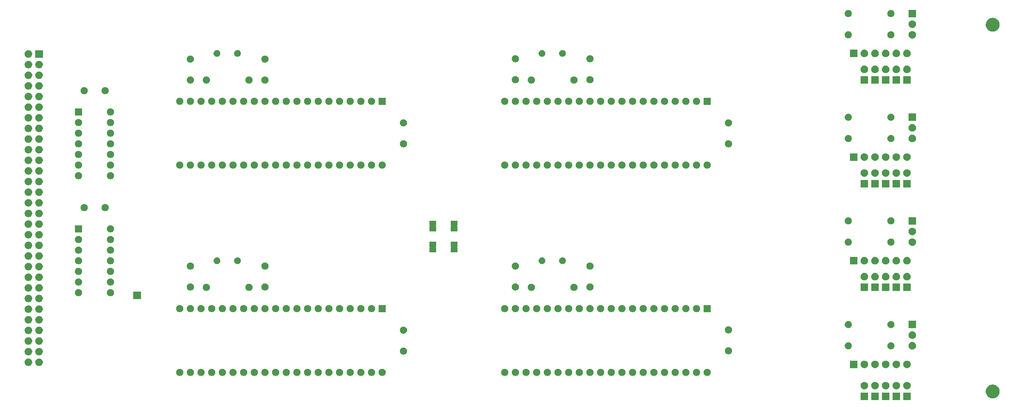
<source format=gbr>
G04 #@! TF.GenerationSoftware,KiCad,Pcbnew,5.1.5+dfsg1-2build2*
G04 #@! TF.CreationDate,2021-04-04T16:47:07+01:00*
G04 #@! TF.ProjectId,serial,73657269-616c-42e6-9b69-6361645f7063,rev?*
G04 #@! TF.SameCoordinates,Original*
G04 #@! TF.FileFunction,Soldermask,Top*
G04 #@! TF.FilePolarity,Negative*
%FSLAX46Y46*%
G04 Gerber Fmt 4.6, Leading zero omitted, Abs format (unit mm)*
G04 Created by KiCad (PCBNEW 5.1.5+dfsg1-2build2) date 2021-04-04 16:47:07*
%MOMM*%
%LPD*%
G04 APERTURE LIST*
%ADD10C,0.100000*%
G04 APERTURE END LIST*
D10*
G36*
X242836000Y-141236000D02*
G01*
X241034000Y-141236000D01*
X241034000Y-139434000D01*
X242836000Y-139434000D01*
X242836000Y-141236000D01*
G37*
G36*
X240296000Y-141236000D02*
G01*
X238494000Y-141236000D01*
X238494000Y-139434000D01*
X240296000Y-139434000D01*
X240296000Y-141236000D01*
G37*
G36*
X237756000Y-141236000D02*
G01*
X235954000Y-141236000D01*
X235954000Y-139434000D01*
X237756000Y-139434000D01*
X237756000Y-141236000D01*
G37*
G36*
X232676000Y-141236000D02*
G01*
X230874000Y-141236000D01*
X230874000Y-139434000D01*
X232676000Y-139434000D01*
X232676000Y-141236000D01*
G37*
G36*
X235216000Y-141236000D02*
G01*
X233414000Y-141236000D01*
X233414000Y-139434000D01*
X235216000Y-139434000D01*
X235216000Y-141236000D01*
G37*
G36*
X262757256Y-137583298D02*
G01*
X262863579Y-137604447D01*
X263164042Y-137728903D01*
X263434451Y-137909585D01*
X263664415Y-138139549D01*
X263845097Y-138409958D01*
X263969553Y-138710421D01*
X264033000Y-139029391D01*
X264033000Y-139354609D01*
X263969553Y-139673579D01*
X263845097Y-139974042D01*
X263664415Y-140244451D01*
X263434451Y-140474415D01*
X263164042Y-140655097D01*
X262863579Y-140779553D01*
X262757256Y-140800702D01*
X262544611Y-140843000D01*
X262219389Y-140843000D01*
X262006744Y-140800702D01*
X261900421Y-140779553D01*
X261599958Y-140655097D01*
X261329549Y-140474415D01*
X261099585Y-140244451D01*
X260918903Y-139974042D01*
X260794447Y-139673579D01*
X260731000Y-139354609D01*
X260731000Y-139029391D01*
X260794447Y-138710421D01*
X260918903Y-138409958D01*
X261099585Y-138139549D01*
X261329549Y-137909585D01*
X261599958Y-137728903D01*
X261900421Y-137604447D01*
X262006744Y-137583298D01*
X262219389Y-137541000D01*
X262544611Y-137541000D01*
X262757256Y-137583298D01*
G37*
G36*
X236968512Y-136898927D02*
G01*
X237117812Y-136928624D01*
X237281784Y-136996544D01*
X237429354Y-137095147D01*
X237554853Y-137220646D01*
X237653456Y-137368216D01*
X237721376Y-137532188D01*
X237756000Y-137706259D01*
X237756000Y-137883741D01*
X237721376Y-138057812D01*
X237653456Y-138221784D01*
X237554853Y-138369354D01*
X237429354Y-138494853D01*
X237281784Y-138593456D01*
X237117812Y-138661376D01*
X236968512Y-138691073D01*
X236943742Y-138696000D01*
X236766258Y-138696000D01*
X236741488Y-138691073D01*
X236592188Y-138661376D01*
X236428216Y-138593456D01*
X236280646Y-138494853D01*
X236155147Y-138369354D01*
X236056544Y-138221784D01*
X235988624Y-138057812D01*
X235954000Y-137883741D01*
X235954000Y-137706259D01*
X235988624Y-137532188D01*
X236056544Y-137368216D01*
X236155147Y-137220646D01*
X236280646Y-137095147D01*
X236428216Y-136996544D01*
X236592188Y-136928624D01*
X236741488Y-136898927D01*
X236766258Y-136894000D01*
X236943742Y-136894000D01*
X236968512Y-136898927D01*
G37*
G36*
X239508512Y-136898927D02*
G01*
X239657812Y-136928624D01*
X239821784Y-136996544D01*
X239969354Y-137095147D01*
X240094853Y-137220646D01*
X240193456Y-137368216D01*
X240261376Y-137532188D01*
X240296000Y-137706259D01*
X240296000Y-137883741D01*
X240261376Y-138057812D01*
X240193456Y-138221784D01*
X240094853Y-138369354D01*
X239969354Y-138494853D01*
X239821784Y-138593456D01*
X239657812Y-138661376D01*
X239508512Y-138691073D01*
X239483742Y-138696000D01*
X239306258Y-138696000D01*
X239281488Y-138691073D01*
X239132188Y-138661376D01*
X238968216Y-138593456D01*
X238820646Y-138494853D01*
X238695147Y-138369354D01*
X238596544Y-138221784D01*
X238528624Y-138057812D01*
X238494000Y-137883741D01*
X238494000Y-137706259D01*
X238528624Y-137532188D01*
X238596544Y-137368216D01*
X238695147Y-137220646D01*
X238820646Y-137095147D01*
X238968216Y-136996544D01*
X239132188Y-136928624D01*
X239281488Y-136898927D01*
X239306258Y-136894000D01*
X239483742Y-136894000D01*
X239508512Y-136898927D01*
G37*
G36*
X242048512Y-136898927D02*
G01*
X242197812Y-136928624D01*
X242361784Y-136996544D01*
X242509354Y-137095147D01*
X242634853Y-137220646D01*
X242733456Y-137368216D01*
X242801376Y-137532188D01*
X242836000Y-137706259D01*
X242836000Y-137883741D01*
X242801376Y-138057812D01*
X242733456Y-138221784D01*
X242634853Y-138369354D01*
X242509354Y-138494853D01*
X242361784Y-138593456D01*
X242197812Y-138661376D01*
X242048512Y-138691073D01*
X242023742Y-138696000D01*
X241846258Y-138696000D01*
X241821488Y-138691073D01*
X241672188Y-138661376D01*
X241508216Y-138593456D01*
X241360646Y-138494853D01*
X241235147Y-138369354D01*
X241136544Y-138221784D01*
X241068624Y-138057812D01*
X241034000Y-137883741D01*
X241034000Y-137706259D01*
X241068624Y-137532188D01*
X241136544Y-137368216D01*
X241235147Y-137220646D01*
X241360646Y-137095147D01*
X241508216Y-136996544D01*
X241672188Y-136928624D01*
X241821488Y-136898927D01*
X241846258Y-136894000D01*
X242023742Y-136894000D01*
X242048512Y-136898927D01*
G37*
G36*
X234428512Y-136898927D02*
G01*
X234577812Y-136928624D01*
X234741784Y-136996544D01*
X234889354Y-137095147D01*
X235014853Y-137220646D01*
X235113456Y-137368216D01*
X235181376Y-137532188D01*
X235216000Y-137706259D01*
X235216000Y-137883741D01*
X235181376Y-138057812D01*
X235113456Y-138221784D01*
X235014853Y-138369354D01*
X234889354Y-138494853D01*
X234741784Y-138593456D01*
X234577812Y-138661376D01*
X234428512Y-138691073D01*
X234403742Y-138696000D01*
X234226258Y-138696000D01*
X234201488Y-138691073D01*
X234052188Y-138661376D01*
X233888216Y-138593456D01*
X233740646Y-138494853D01*
X233615147Y-138369354D01*
X233516544Y-138221784D01*
X233448624Y-138057812D01*
X233414000Y-137883741D01*
X233414000Y-137706259D01*
X233448624Y-137532188D01*
X233516544Y-137368216D01*
X233615147Y-137220646D01*
X233740646Y-137095147D01*
X233888216Y-136996544D01*
X234052188Y-136928624D01*
X234201488Y-136898927D01*
X234226258Y-136894000D01*
X234403742Y-136894000D01*
X234428512Y-136898927D01*
G37*
G36*
X231888512Y-136898927D02*
G01*
X232037812Y-136928624D01*
X232201784Y-136996544D01*
X232349354Y-137095147D01*
X232474853Y-137220646D01*
X232573456Y-137368216D01*
X232641376Y-137532188D01*
X232676000Y-137706259D01*
X232676000Y-137883741D01*
X232641376Y-138057812D01*
X232573456Y-138221784D01*
X232474853Y-138369354D01*
X232349354Y-138494853D01*
X232201784Y-138593456D01*
X232037812Y-138661376D01*
X231888512Y-138691073D01*
X231863742Y-138696000D01*
X231686258Y-138696000D01*
X231661488Y-138691073D01*
X231512188Y-138661376D01*
X231348216Y-138593456D01*
X231200646Y-138494853D01*
X231075147Y-138369354D01*
X230976544Y-138221784D01*
X230908624Y-138057812D01*
X230874000Y-137883741D01*
X230874000Y-137706259D01*
X230908624Y-137532188D01*
X230976544Y-137368216D01*
X231075147Y-137220646D01*
X231200646Y-137095147D01*
X231348216Y-136996544D01*
X231512188Y-136928624D01*
X231661488Y-136898927D01*
X231686258Y-136894000D01*
X231863742Y-136894000D01*
X231888512Y-136898927D01*
G37*
G36*
X146298228Y-133801703D02*
G01*
X146453100Y-133865853D01*
X146592481Y-133958985D01*
X146711015Y-134077519D01*
X146804147Y-134216900D01*
X146868297Y-134371772D01*
X146901000Y-134536184D01*
X146901000Y-134703816D01*
X146868297Y-134868228D01*
X146804147Y-135023100D01*
X146711015Y-135162481D01*
X146592481Y-135281015D01*
X146453100Y-135374147D01*
X146298228Y-135438297D01*
X146133816Y-135471000D01*
X145966184Y-135471000D01*
X145801772Y-135438297D01*
X145646900Y-135374147D01*
X145507519Y-135281015D01*
X145388985Y-135162481D01*
X145295853Y-135023100D01*
X145231703Y-134868228D01*
X145199000Y-134703816D01*
X145199000Y-134536184D01*
X145231703Y-134371772D01*
X145295853Y-134216900D01*
X145388985Y-134077519D01*
X145507519Y-133958985D01*
X145646900Y-133865853D01*
X145801772Y-133801703D01*
X145966184Y-133769000D01*
X146133816Y-133769000D01*
X146298228Y-133801703D01*
G37*
G36*
X71368228Y-133801703D02*
G01*
X71523100Y-133865853D01*
X71662481Y-133958985D01*
X71781015Y-134077519D01*
X71874147Y-134216900D01*
X71938297Y-134371772D01*
X71971000Y-134536184D01*
X71971000Y-134703816D01*
X71938297Y-134868228D01*
X71874147Y-135023100D01*
X71781015Y-135162481D01*
X71662481Y-135281015D01*
X71523100Y-135374147D01*
X71368228Y-135438297D01*
X71203816Y-135471000D01*
X71036184Y-135471000D01*
X70871772Y-135438297D01*
X70716900Y-135374147D01*
X70577519Y-135281015D01*
X70458985Y-135162481D01*
X70365853Y-135023100D01*
X70301703Y-134868228D01*
X70269000Y-134703816D01*
X70269000Y-134536184D01*
X70301703Y-134371772D01*
X70365853Y-134216900D01*
X70458985Y-134077519D01*
X70577519Y-133958985D01*
X70716900Y-133865853D01*
X70871772Y-133801703D01*
X71036184Y-133769000D01*
X71203816Y-133769000D01*
X71368228Y-133801703D01*
G37*
G36*
X148838228Y-133801703D02*
G01*
X148993100Y-133865853D01*
X149132481Y-133958985D01*
X149251015Y-134077519D01*
X149344147Y-134216900D01*
X149408297Y-134371772D01*
X149441000Y-134536184D01*
X149441000Y-134703816D01*
X149408297Y-134868228D01*
X149344147Y-135023100D01*
X149251015Y-135162481D01*
X149132481Y-135281015D01*
X148993100Y-135374147D01*
X148838228Y-135438297D01*
X148673816Y-135471000D01*
X148506184Y-135471000D01*
X148341772Y-135438297D01*
X148186900Y-135374147D01*
X148047519Y-135281015D01*
X147928985Y-135162481D01*
X147835853Y-135023100D01*
X147771703Y-134868228D01*
X147739000Y-134703816D01*
X147739000Y-134536184D01*
X147771703Y-134371772D01*
X147835853Y-134216900D01*
X147928985Y-134077519D01*
X148047519Y-133958985D01*
X148186900Y-133865853D01*
X148341772Y-133801703D01*
X148506184Y-133769000D01*
X148673816Y-133769000D01*
X148838228Y-133801703D01*
G37*
G36*
X151378228Y-133801703D02*
G01*
X151533100Y-133865853D01*
X151672481Y-133958985D01*
X151791015Y-134077519D01*
X151884147Y-134216900D01*
X151948297Y-134371772D01*
X151981000Y-134536184D01*
X151981000Y-134703816D01*
X151948297Y-134868228D01*
X151884147Y-135023100D01*
X151791015Y-135162481D01*
X151672481Y-135281015D01*
X151533100Y-135374147D01*
X151378228Y-135438297D01*
X151213816Y-135471000D01*
X151046184Y-135471000D01*
X150881772Y-135438297D01*
X150726900Y-135374147D01*
X150587519Y-135281015D01*
X150468985Y-135162481D01*
X150375853Y-135023100D01*
X150311703Y-134868228D01*
X150279000Y-134703816D01*
X150279000Y-134536184D01*
X150311703Y-134371772D01*
X150375853Y-134216900D01*
X150468985Y-134077519D01*
X150587519Y-133958985D01*
X150726900Y-133865853D01*
X150881772Y-133801703D01*
X151046184Y-133769000D01*
X151213816Y-133769000D01*
X151378228Y-133801703D01*
G37*
G36*
X153918228Y-133801703D02*
G01*
X154073100Y-133865853D01*
X154212481Y-133958985D01*
X154331015Y-134077519D01*
X154424147Y-134216900D01*
X154488297Y-134371772D01*
X154521000Y-134536184D01*
X154521000Y-134703816D01*
X154488297Y-134868228D01*
X154424147Y-135023100D01*
X154331015Y-135162481D01*
X154212481Y-135281015D01*
X154073100Y-135374147D01*
X153918228Y-135438297D01*
X153753816Y-135471000D01*
X153586184Y-135471000D01*
X153421772Y-135438297D01*
X153266900Y-135374147D01*
X153127519Y-135281015D01*
X153008985Y-135162481D01*
X152915853Y-135023100D01*
X152851703Y-134868228D01*
X152819000Y-134703816D01*
X152819000Y-134536184D01*
X152851703Y-134371772D01*
X152915853Y-134216900D01*
X153008985Y-134077519D01*
X153127519Y-133958985D01*
X153266900Y-133865853D01*
X153421772Y-133801703D01*
X153586184Y-133769000D01*
X153753816Y-133769000D01*
X153918228Y-133801703D01*
G37*
G36*
X156458228Y-133801703D02*
G01*
X156613100Y-133865853D01*
X156752481Y-133958985D01*
X156871015Y-134077519D01*
X156964147Y-134216900D01*
X157028297Y-134371772D01*
X157061000Y-134536184D01*
X157061000Y-134703816D01*
X157028297Y-134868228D01*
X156964147Y-135023100D01*
X156871015Y-135162481D01*
X156752481Y-135281015D01*
X156613100Y-135374147D01*
X156458228Y-135438297D01*
X156293816Y-135471000D01*
X156126184Y-135471000D01*
X155961772Y-135438297D01*
X155806900Y-135374147D01*
X155667519Y-135281015D01*
X155548985Y-135162481D01*
X155455853Y-135023100D01*
X155391703Y-134868228D01*
X155359000Y-134703816D01*
X155359000Y-134536184D01*
X155391703Y-134371772D01*
X155455853Y-134216900D01*
X155548985Y-134077519D01*
X155667519Y-133958985D01*
X155806900Y-133865853D01*
X155961772Y-133801703D01*
X156126184Y-133769000D01*
X156293816Y-133769000D01*
X156458228Y-133801703D01*
G37*
G36*
X158998228Y-133801703D02*
G01*
X159153100Y-133865853D01*
X159292481Y-133958985D01*
X159411015Y-134077519D01*
X159504147Y-134216900D01*
X159568297Y-134371772D01*
X159601000Y-134536184D01*
X159601000Y-134703816D01*
X159568297Y-134868228D01*
X159504147Y-135023100D01*
X159411015Y-135162481D01*
X159292481Y-135281015D01*
X159153100Y-135374147D01*
X158998228Y-135438297D01*
X158833816Y-135471000D01*
X158666184Y-135471000D01*
X158501772Y-135438297D01*
X158346900Y-135374147D01*
X158207519Y-135281015D01*
X158088985Y-135162481D01*
X157995853Y-135023100D01*
X157931703Y-134868228D01*
X157899000Y-134703816D01*
X157899000Y-134536184D01*
X157931703Y-134371772D01*
X157995853Y-134216900D01*
X158088985Y-134077519D01*
X158207519Y-133958985D01*
X158346900Y-133865853D01*
X158501772Y-133801703D01*
X158666184Y-133769000D01*
X158833816Y-133769000D01*
X158998228Y-133801703D01*
G37*
G36*
X161538228Y-133801703D02*
G01*
X161693100Y-133865853D01*
X161832481Y-133958985D01*
X161951015Y-134077519D01*
X162044147Y-134216900D01*
X162108297Y-134371772D01*
X162141000Y-134536184D01*
X162141000Y-134703816D01*
X162108297Y-134868228D01*
X162044147Y-135023100D01*
X161951015Y-135162481D01*
X161832481Y-135281015D01*
X161693100Y-135374147D01*
X161538228Y-135438297D01*
X161373816Y-135471000D01*
X161206184Y-135471000D01*
X161041772Y-135438297D01*
X160886900Y-135374147D01*
X160747519Y-135281015D01*
X160628985Y-135162481D01*
X160535853Y-135023100D01*
X160471703Y-134868228D01*
X160439000Y-134703816D01*
X160439000Y-134536184D01*
X160471703Y-134371772D01*
X160535853Y-134216900D01*
X160628985Y-134077519D01*
X160747519Y-133958985D01*
X160886900Y-133865853D01*
X161041772Y-133801703D01*
X161206184Y-133769000D01*
X161373816Y-133769000D01*
X161538228Y-133801703D01*
G37*
G36*
X164078228Y-133801703D02*
G01*
X164233100Y-133865853D01*
X164372481Y-133958985D01*
X164491015Y-134077519D01*
X164584147Y-134216900D01*
X164648297Y-134371772D01*
X164681000Y-134536184D01*
X164681000Y-134703816D01*
X164648297Y-134868228D01*
X164584147Y-135023100D01*
X164491015Y-135162481D01*
X164372481Y-135281015D01*
X164233100Y-135374147D01*
X164078228Y-135438297D01*
X163913816Y-135471000D01*
X163746184Y-135471000D01*
X163581772Y-135438297D01*
X163426900Y-135374147D01*
X163287519Y-135281015D01*
X163168985Y-135162481D01*
X163075853Y-135023100D01*
X163011703Y-134868228D01*
X162979000Y-134703816D01*
X162979000Y-134536184D01*
X163011703Y-134371772D01*
X163075853Y-134216900D01*
X163168985Y-134077519D01*
X163287519Y-133958985D01*
X163426900Y-133865853D01*
X163581772Y-133801703D01*
X163746184Y-133769000D01*
X163913816Y-133769000D01*
X164078228Y-133801703D01*
G37*
G36*
X166618228Y-133801703D02*
G01*
X166773100Y-133865853D01*
X166912481Y-133958985D01*
X167031015Y-134077519D01*
X167124147Y-134216900D01*
X167188297Y-134371772D01*
X167221000Y-134536184D01*
X167221000Y-134703816D01*
X167188297Y-134868228D01*
X167124147Y-135023100D01*
X167031015Y-135162481D01*
X166912481Y-135281015D01*
X166773100Y-135374147D01*
X166618228Y-135438297D01*
X166453816Y-135471000D01*
X166286184Y-135471000D01*
X166121772Y-135438297D01*
X165966900Y-135374147D01*
X165827519Y-135281015D01*
X165708985Y-135162481D01*
X165615853Y-135023100D01*
X165551703Y-134868228D01*
X165519000Y-134703816D01*
X165519000Y-134536184D01*
X165551703Y-134371772D01*
X165615853Y-134216900D01*
X165708985Y-134077519D01*
X165827519Y-133958985D01*
X165966900Y-133865853D01*
X166121772Y-133801703D01*
X166286184Y-133769000D01*
X166453816Y-133769000D01*
X166618228Y-133801703D01*
G37*
G36*
X194558228Y-133801703D02*
G01*
X194713100Y-133865853D01*
X194852481Y-133958985D01*
X194971015Y-134077519D01*
X195064147Y-134216900D01*
X195128297Y-134371772D01*
X195161000Y-134536184D01*
X195161000Y-134703816D01*
X195128297Y-134868228D01*
X195064147Y-135023100D01*
X194971015Y-135162481D01*
X194852481Y-135281015D01*
X194713100Y-135374147D01*
X194558228Y-135438297D01*
X194393816Y-135471000D01*
X194226184Y-135471000D01*
X194061772Y-135438297D01*
X193906900Y-135374147D01*
X193767519Y-135281015D01*
X193648985Y-135162481D01*
X193555853Y-135023100D01*
X193491703Y-134868228D01*
X193459000Y-134703816D01*
X193459000Y-134536184D01*
X193491703Y-134371772D01*
X193555853Y-134216900D01*
X193648985Y-134077519D01*
X193767519Y-133958985D01*
X193906900Y-133865853D01*
X194061772Y-133801703D01*
X194226184Y-133769000D01*
X194393816Y-133769000D01*
X194558228Y-133801703D01*
G37*
G36*
X171698228Y-133801703D02*
G01*
X171853100Y-133865853D01*
X171992481Y-133958985D01*
X172111015Y-134077519D01*
X172204147Y-134216900D01*
X172268297Y-134371772D01*
X172301000Y-134536184D01*
X172301000Y-134703816D01*
X172268297Y-134868228D01*
X172204147Y-135023100D01*
X172111015Y-135162481D01*
X171992481Y-135281015D01*
X171853100Y-135374147D01*
X171698228Y-135438297D01*
X171533816Y-135471000D01*
X171366184Y-135471000D01*
X171201772Y-135438297D01*
X171046900Y-135374147D01*
X170907519Y-135281015D01*
X170788985Y-135162481D01*
X170695853Y-135023100D01*
X170631703Y-134868228D01*
X170599000Y-134703816D01*
X170599000Y-134536184D01*
X170631703Y-134371772D01*
X170695853Y-134216900D01*
X170788985Y-134077519D01*
X170907519Y-133958985D01*
X171046900Y-133865853D01*
X171201772Y-133801703D01*
X171366184Y-133769000D01*
X171533816Y-133769000D01*
X171698228Y-133801703D01*
G37*
G36*
X174238228Y-133801703D02*
G01*
X174393100Y-133865853D01*
X174532481Y-133958985D01*
X174651015Y-134077519D01*
X174744147Y-134216900D01*
X174808297Y-134371772D01*
X174841000Y-134536184D01*
X174841000Y-134703816D01*
X174808297Y-134868228D01*
X174744147Y-135023100D01*
X174651015Y-135162481D01*
X174532481Y-135281015D01*
X174393100Y-135374147D01*
X174238228Y-135438297D01*
X174073816Y-135471000D01*
X173906184Y-135471000D01*
X173741772Y-135438297D01*
X173586900Y-135374147D01*
X173447519Y-135281015D01*
X173328985Y-135162481D01*
X173235853Y-135023100D01*
X173171703Y-134868228D01*
X173139000Y-134703816D01*
X173139000Y-134536184D01*
X173171703Y-134371772D01*
X173235853Y-134216900D01*
X173328985Y-134077519D01*
X173447519Y-133958985D01*
X173586900Y-133865853D01*
X173741772Y-133801703D01*
X173906184Y-133769000D01*
X174073816Y-133769000D01*
X174238228Y-133801703D01*
G37*
G36*
X176778228Y-133801703D02*
G01*
X176933100Y-133865853D01*
X177072481Y-133958985D01*
X177191015Y-134077519D01*
X177284147Y-134216900D01*
X177348297Y-134371772D01*
X177381000Y-134536184D01*
X177381000Y-134703816D01*
X177348297Y-134868228D01*
X177284147Y-135023100D01*
X177191015Y-135162481D01*
X177072481Y-135281015D01*
X176933100Y-135374147D01*
X176778228Y-135438297D01*
X176613816Y-135471000D01*
X176446184Y-135471000D01*
X176281772Y-135438297D01*
X176126900Y-135374147D01*
X175987519Y-135281015D01*
X175868985Y-135162481D01*
X175775853Y-135023100D01*
X175711703Y-134868228D01*
X175679000Y-134703816D01*
X175679000Y-134536184D01*
X175711703Y-134371772D01*
X175775853Y-134216900D01*
X175868985Y-134077519D01*
X175987519Y-133958985D01*
X176126900Y-133865853D01*
X176281772Y-133801703D01*
X176446184Y-133769000D01*
X176613816Y-133769000D01*
X176778228Y-133801703D01*
G37*
G36*
X179318228Y-133801703D02*
G01*
X179473100Y-133865853D01*
X179612481Y-133958985D01*
X179731015Y-134077519D01*
X179824147Y-134216900D01*
X179888297Y-134371772D01*
X179921000Y-134536184D01*
X179921000Y-134703816D01*
X179888297Y-134868228D01*
X179824147Y-135023100D01*
X179731015Y-135162481D01*
X179612481Y-135281015D01*
X179473100Y-135374147D01*
X179318228Y-135438297D01*
X179153816Y-135471000D01*
X178986184Y-135471000D01*
X178821772Y-135438297D01*
X178666900Y-135374147D01*
X178527519Y-135281015D01*
X178408985Y-135162481D01*
X178315853Y-135023100D01*
X178251703Y-134868228D01*
X178219000Y-134703816D01*
X178219000Y-134536184D01*
X178251703Y-134371772D01*
X178315853Y-134216900D01*
X178408985Y-134077519D01*
X178527519Y-133958985D01*
X178666900Y-133865853D01*
X178821772Y-133801703D01*
X178986184Y-133769000D01*
X179153816Y-133769000D01*
X179318228Y-133801703D01*
G37*
G36*
X181858228Y-133801703D02*
G01*
X182013100Y-133865853D01*
X182152481Y-133958985D01*
X182271015Y-134077519D01*
X182364147Y-134216900D01*
X182428297Y-134371772D01*
X182461000Y-134536184D01*
X182461000Y-134703816D01*
X182428297Y-134868228D01*
X182364147Y-135023100D01*
X182271015Y-135162481D01*
X182152481Y-135281015D01*
X182013100Y-135374147D01*
X181858228Y-135438297D01*
X181693816Y-135471000D01*
X181526184Y-135471000D01*
X181361772Y-135438297D01*
X181206900Y-135374147D01*
X181067519Y-135281015D01*
X180948985Y-135162481D01*
X180855853Y-135023100D01*
X180791703Y-134868228D01*
X180759000Y-134703816D01*
X180759000Y-134536184D01*
X180791703Y-134371772D01*
X180855853Y-134216900D01*
X180948985Y-134077519D01*
X181067519Y-133958985D01*
X181206900Y-133865853D01*
X181361772Y-133801703D01*
X181526184Y-133769000D01*
X181693816Y-133769000D01*
X181858228Y-133801703D01*
G37*
G36*
X184398228Y-133801703D02*
G01*
X184553100Y-133865853D01*
X184692481Y-133958985D01*
X184811015Y-134077519D01*
X184904147Y-134216900D01*
X184968297Y-134371772D01*
X185001000Y-134536184D01*
X185001000Y-134703816D01*
X184968297Y-134868228D01*
X184904147Y-135023100D01*
X184811015Y-135162481D01*
X184692481Y-135281015D01*
X184553100Y-135374147D01*
X184398228Y-135438297D01*
X184233816Y-135471000D01*
X184066184Y-135471000D01*
X183901772Y-135438297D01*
X183746900Y-135374147D01*
X183607519Y-135281015D01*
X183488985Y-135162481D01*
X183395853Y-135023100D01*
X183331703Y-134868228D01*
X183299000Y-134703816D01*
X183299000Y-134536184D01*
X183331703Y-134371772D01*
X183395853Y-134216900D01*
X183488985Y-134077519D01*
X183607519Y-133958985D01*
X183746900Y-133865853D01*
X183901772Y-133801703D01*
X184066184Y-133769000D01*
X184233816Y-133769000D01*
X184398228Y-133801703D01*
G37*
G36*
X186938228Y-133801703D02*
G01*
X187093100Y-133865853D01*
X187232481Y-133958985D01*
X187351015Y-134077519D01*
X187444147Y-134216900D01*
X187508297Y-134371772D01*
X187541000Y-134536184D01*
X187541000Y-134703816D01*
X187508297Y-134868228D01*
X187444147Y-135023100D01*
X187351015Y-135162481D01*
X187232481Y-135281015D01*
X187093100Y-135374147D01*
X186938228Y-135438297D01*
X186773816Y-135471000D01*
X186606184Y-135471000D01*
X186441772Y-135438297D01*
X186286900Y-135374147D01*
X186147519Y-135281015D01*
X186028985Y-135162481D01*
X185935853Y-135023100D01*
X185871703Y-134868228D01*
X185839000Y-134703816D01*
X185839000Y-134536184D01*
X185871703Y-134371772D01*
X185935853Y-134216900D01*
X186028985Y-134077519D01*
X186147519Y-133958985D01*
X186286900Y-133865853D01*
X186441772Y-133801703D01*
X186606184Y-133769000D01*
X186773816Y-133769000D01*
X186938228Y-133801703D01*
G37*
G36*
X189478228Y-133801703D02*
G01*
X189633100Y-133865853D01*
X189772481Y-133958985D01*
X189891015Y-134077519D01*
X189984147Y-134216900D01*
X190048297Y-134371772D01*
X190081000Y-134536184D01*
X190081000Y-134703816D01*
X190048297Y-134868228D01*
X189984147Y-135023100D01*
X189891015Y-135162481D01*
X189772481Y-135281015D01*
X189633100Y-135374147D01*
X189478228Y-135438297D01*
X189313816Y-135471000D01*
X189146184Y-135471000D01*
X188981772Y-135438297D01*
X188826900Y-135374147D01*
X188687519Y-135281015D01*
X188568985Y-135162481D01*
X188475853Y-135023100D01*
X188411703Y-134868228D01*
X188379000Y-134703816D01*
X188379000Y-134536184D01*
X188411703Y-134371772D01*
X188475853Y-134216900D01*
X188568985Y-134077519D01*
X188687519Y-133958985D01*
X188826900Y-133865853D01*
X188981772Y-133801703D01*
X189146184Y-133769000D01*
X189313816Y-133769000D01*
X189478228Y-133801703D01*
G37*
G36*
X192018228Y-133801703D02*
G01*
X192173100Y-133865853D01*
X192312481Y-133958985D01*
X192431015Y-134077519D01*
X192524147Y-134216900D01*
X192588297Y-134371772D01*
X192621000Y-134536184D01*
X192621000Y-134703816D01*
X192588297Y-134868228D01*
X192524147Y-135023100D01*
X192431015Y-135162481D01*
X192312481Y-135281015D01*
X192173100Y-135374147D01*
X192018228Y-135438297D01*
X191853816Y-135471000D01*
X191686184Y-135471000D01*
X191521772Y-135438297D01*
X191366900Y-135374147D01*
X191227519Y-135281015D01*
X191108985Y-135162481D01*
X191015853Y-135023100D01*
X190951703Y-134868228D01*
X190919000Y-134703816D01*
X190919000Y-134536184D01*
X190951703Y-134371772D01*
X191015853Y-134216900D01*
X191108985Y-134077519D01*
X191227519Y-133958985D01*
X191366900Y-133865853D01*
X191521772Y-133801703D01*
X191686184Y-133769000D01*
X191853816Y-133769000D01*
X192018228Y-133801703D01*
G37*
G36*
X73908228Y-133801703D02*
G01*
X74063100Y-133865853D01*
X74202481Y-133958985D01*
X74321015Y-134077519D01*
X74414147Y-134216900D01*
X74478297Y-134371772D01*
X74511000Y-134536184D01*
X74511000Y-134703816D01*
X74478297Y-134868228D01*
X74414147Y-135023100D01*
X74321015Y-135162481D01*
X74202481Y-135281015D01*
X74063100Y-135374147D01*
X73908228Y-135438297D01*
X73743816Y-135471000D01*
X73576184Y-135471000D01*
X73411772Y-135438297D01*
X73256900Y-135374147D01*
X73117519Y-135281015D01*
X72998985Y-135162481D01*
X72905853Y-135023100D01*
X72841703Y-134868228D01*
X72809000Y-134703816D01*
X72809000Y-134536184D01*
X72841703Y-134371772D01*
X72905853Y-134216900D01*
X72998985Y-134077519D01*
X73117519Y-133958985D01*
X73256900Y-133865853D01*
X73411772Y-133801703D01*
X73576184Y-133769000D01*
X73743816Y-133769000D01*
X73908228Y-133801703D01*
G37*
G36*
X117088228Y-133801703D02*
G01*
X117243100Y-133865853D01*
X117382481Y-133958985D01*
X117501015Y-134077519D01*
X117594147Y-134216900D01*
X117658297Y-134371772D01*
X117691000Y-134536184D01*
X117691000Y-134703816D01*
X117658297Y-134868228D01*
X117594147Y-135023100D01*
X117501015Y-135162481D01*
X117382481Y-135281015D01*
X117243100Y-135374147D01*
X117088228Y-135438297D01*
X116923816Y-135471000D01*
X116756184Y-135471000D01*
X116591772Y-135438297D01*
X116436900Y-135374147D01*
X116297519Y-135281015D01*
X116178985Y-135162481D01*
X116085853Y-135023100D01*
X116021703Y-134868228D01*
X115989000Y-134703816D01*
X115989000Y-134536184D01*
X116021703Y-134371772D01*
X116085853Y-134216900D01*
X116178985Y-134077519D01*
X116297519Y-133958985D01*
X116436900Y-133865853D01*
X116591772Y-133801703D01*
X116756184Y-133769000D01*
X116923816Y-133769000D01*
X117088228Y-133801703D01*
G37*
G36*
X114548228Y-133801703D02*
G01*
X114703100Y-133865853D01*
X114842481Y-133958985D01*
X114961015Y-134077519D01*
X115054147Y-134216900D01*
X115118297Y-134371772D01*
X115151000Y-134536184D01*
X115151000Y-134703816D01*
X115118297Y-134868228D01*
X115054147Y-135023100D01*
X114961015Y-135162481D01*
X114842481Y-135281015D01*
X114703100Y-135374147D01*
X114548228Y-135438297D01*
X114383816Y-135471000D01*
X114216184Y-135471000D01*
X114051772Y-135438297D01*
X113896900Y-135374147D01*
X113757519Y-135281015D01*
X113638985Y-135162481D01*
X113545853Y-135023100D01*
X113481703Y-134868228D01*
X113449000Y-134703816D01*
X113449000Y-134536184D01*
X113481703Y-134371772D01*
X113545853Y-134216900D01*
X113638985Y-134077519D01*
X113757519Y-133958985D01*
X113896900Y-133865853D01*
X114051772Y-133801703D01*
X114216184Y-133769000D01*
X114383816Y-133769000D01*
X114548228Y-133801703D01*
G37*
G36*
X112008228Y-133801703D02*
G01*
X112163100Y-133865853D01*
X112302481Y-133958985D01*
X112421015Y-134077519D01*
X112514147Y-134216900D01*
X112578297Y-134371772D01*
X112611000Y-134536184D01*
X112611000Y-134703816D01*
X112578297Y-134868228D01*
X112514147Y-135023100D01*
X112421015Y-135162481D01*
X112302481Y-135281015D01*
X112163100Y-135374147D01*
X112008228Y-135438297D01*
X111843816Y-135471000D01*
X111676184Y-135471000D01*
X111511772Y-135438297D01*
X111356900Y-135374147D01*
X111217519Y-135281015D01*
X111098985Y-135162481D01*
X111005853Y-135023100D01*
X110941703Y-134868228D01*
X110909000Y-134703816D01*
X110909000Y-134536184D01*
X110941703Y-134371772D01*
X111005853Y-134216900D01*
X111098985Y-134077519D01*
X111217519Y-133958985D01*
X111356900Y-133865853D01*
X111511772Y-133801703D01*
X111676184Y-133769000D01*
X111843816Y-133769000D01*
X112008228Y-133801703D01*
G37*
G36*
X109468228Y-133801703D02*
G01*
X109623100Y-133865853D01*
X109762481Y-133958985D01*
X109881015Y-134077519D01*
X109974147Y-134216900D01*
X110038297Y-134371772D01*
X110071000Y-134536184D01*
X110071000Y-134703816D01*
X110038297Y-134868228D01*
X109974147Y-135023100D01*
X109881015Y-135162481D01*
X109762481Y-135281015D01*
X109623100Y-135374147D01*
X109468228Y-135438297D01*
X109303816Y-135471000D01*
X109136184Y-135471000D01*
X108971772Y-135438297D01*
X108816900Y-135374147D01*
X108677519Y-135281015D01*
X108558985Y-135162481D01*
X108465853Y-135023100D01*
X108401703Y-134868228D01*
X108369000Y-134703816D01*
X108369000Y-134536184D01*
X108401703Y-134371772D01*
X108465853Y-134216900D01*
X108558985Y-134077519D01*
X108677519Y-133958985D01*
X108816900Y-133865853D01*
X108971772Y-133801703D01*
X109136184Y-133769000D01*
X109303816Y-133769000D01*
X109468228Y-133801703D01*
G37*
G36*
X106928228Y-133801703D02*
G01*
X107083100Y-133865853D01*
X107222481Y-133958985D01*
X107341015Y-134077519D01*
X107434147Y-134216900D01*
X107498297Y-134371772D01*
X107531000Y-134536184D01*
X107531000Y-134703816D01*
X107498297Y-134868228D01*
X107434147Y-135023100D01*
X107341015Y-135162481D01*
X107222481Y-135281015D01*
X107083100Y-135374147D01*
X106928228Y-135438297D01*
X106763816Y-135471000D01*
X106596184Y-135471000D01*
X106431772Y-135438297D01*
X106276900Y-135374147D01*
X106137519Y-135281015D01*
X106018985Y-135162481D01*
X105925853Y-135023100D01*
X105861703Y-134868228D01*
X105829000Y-134703816D01*
X105829000Y-134536184D01*
X105861703Y-134371772D01*
X105925853Y-134216900D01*
X106018985Y-134077519D01*
X106137519Y-133958985D01*
X106276900Y-133865853D01*
X106431772Y-133801703D01*
X106596184Y-133769000D01*
X106763816Y-133769000D01*
X106928228Y-133801703D01*
G37*
G36*
X104388228Y-133801703D02*
G01*
X104543100Y-133865853D01*
X104682481Y-133958985D01*
X104801015Y-134077519D01*
X104894147Y-134216900D01*
X104958297Y-134371772D01*
X104991000Y-134536184D01*
X104991000Y-134703816D01*
X104958297Y-134868228D01*
X104894147Y-135023100D01*
X104801015Y-135162481D01*
X104682481Y-135281015D01*
X104543100Y-135374147D01*
X104388228Y-135438297D01*
X104223816Y-135471000D01*
X104056184Y-135471000D01*
X103891772Y-135438297D01*
X103736900Y-135374147D01*
X103597519Y-135281015D01*
X103478985Y-135162481D01*
X103385853Y-135023100D01*
X103321703Y-134868228D01*
X103289000Y-134703816D01*
X103289000Y-134536184D01*
X103321703Y-134371772D01*
X103385853Y-134216900D01*
X103478985Y-134077519D01*
X103597519Y-133958985D01*
X103736900Y-133865853D01*
X103891772Y-133801703D01*
X104056184Y-133769000D01*
X104223816Y-133769000D01*
X104388228Y-133801703D01*
G37*
G36*
X101848228Y-133801703D02*
G01*
X102003100Y-133865853D01*
X102142481Y-133958985D01*
X102261015Y-134077519D01*
X102354147Y-134216900D01*
X102418297Y-134371772D01*
X102451000Y-134536184D01*
X102451000Y-134703816D01*
X102418297Y-134868228D01*
X102354147Y-135023100D01*
X102261015Y-135162481D01*
X102142481Y-135281015D01*
X102003100Y-135374147D01*
X101848228Y-135438297D01*
X101683816Y-135471000D01*
X101516184Y-135471000D01*
X101351772Y-135438297D01*
X101196900Y-135374147D01*
X101057519Y-135281015D01*
X100938985Y-135162481D01*
X100845853Y-135023100D01*
X100781703Y-134868228D01*
X100749000Y-134703816D01*
X100749000Y-134536184D01*
X100781703Y-134371772D01*
X100845853Y-134216900D01*
X100938985Y-134077519D01*
X101057519Y-133958985D01*
X101196900Y-133865853D01*
X101351772Y-133801703D01*
X101516184Y-133769000D01*
X101683816Y-133769000D01*
X101848228Y-133801703D01*
G37*
G36*
X99308228Y-133801703D02*
G01*
X99463100Y-133865853D01*
X99602481Y-133958985D01*
X99721015Y-134077519D01*
X99814147Y-134216900D01*
X99878297Y-134371772D01*
X99911000Y-134536184D01*
X99911000Y-134703816D01*
X99878297Y-134868228D01*
X99814147Y-135023100D01*
X99721015Y-135162481D01*
X99602481Y-135281015D01*
X99463100Y-135374147D01*
X99308228Y-135438297D01*
X99143816Y-135471000D01*
X98976184Y-135471000D01*
X98811772Y-135438297D01*
X98656900Y-135374147D01*
X98517519Y-135281015D01*
X98398985Y-135162481D01*
X98305853Y-135023100D01*
X98241703Y-134868228D01*
X98209000Y-134703816D01*
X98209000Y-134536184D01*
X98241703Y-134371772D01*
X98305853Y-134216900D01*
X98398985Y-134077519D01*
X98517519Y-133958985D01*
X98656900Y-133865853D01*
X98811772Y-133801703D01*
X98976184Y-133769000D01*
X99143816Y-133769000D01*
X99308228Y-133801703D01*
G37*
G36*
X96768228Y-133801703D02*
G01*
X96923100Y-133865853D01*
X97062481Y-133958985D01*
X97181015Y-134077519D01*
X97274147Y-134216900D01*
X97338297Y-134371772D01*
X97371000Y-134536184D01*
X97371000Y-134703816D01*
X97338297Y-134868228D01*
X97274147Y-135023100D01*
X97181015Y-135162481D01*
X97062481Y-135281015D01*
X96923100Y-135374147D01*
X96768228Y-135438297D01*
X96603816Y-135471000D01*
X96436184Y-135471000D01*
X96271772Y-135438297D01*
X96116900Y-135374147D01*
X95977519Y-135281015D01*
X95858985Y-135162481D01*
X95765853Y-135023100D01*
X95701703Y-134868228D01*
X95669000Y-134703816D01*
X95669000Y-134536184D01*
X95701703Y-134371772D01*
X95765853Y-134216900D01*
X95858985Y-134077519D01*
X95977519Y-133958985D01*
X96116900Y-133865853D01*
X96271772Y-133801703D01*
X96436184Y-133769000D01*
X96603816Y-133769000D01*
X96768228Y-133801703D01*
G37*
G36*
X94228228Y-133801703D02*
G01*
X94383100Y-133865853D01*
X94522481Y-133958985D01*
X94641015Y-134077519D01*
X94734147Y-134216900D01*
X94798297Y-134371772D01*
X94831000Y-134536184D01*
X94831000Y-134703816D01*
X94798297Y-134868228D01*
X94734147Y-135023100D01*
X94641015Y-135162481D01*
X94522481Y-135281015D01*
X94383100Y-135374147D01*
X94228228Y-135438297D01*
X94063816Y-135471000D01*
X93896184Y-135471000D01*
X93731772Y-135438297D01*
X93576900Y-135374147D01*
X93437519Y-135281015D01*
X93318985Y-135162481D01*
X93225853Y-135023100D01*
X93161703Y-134868228D01*
X93129000Y-134703816D01*
X93129000Y-134536184D01*
X93161703Y-134371772D01*
X93225853Y-134216900D01*
X93318985Y-134077519D01*
X93437519Y-133958985D01*
X93576900Y-133865853D01*
X93731772Y-133801703D01*
X93896184Y-133769000D01*
X94063816Y-133769000D01*
X94228228Y-133801703D01*
G37*
G36*
X91688228Y-133801703D02*
G01*
X91843100Y-133865853D01*
X91982481Y-133958985D01*
X92101015Y-134077519D01*
X92194147Y-134216900D01*
X92258297Y-134371772D01*
X92291000Y-134536184D01*
X92291000Y-134703816D01*
X92258297Y-134868228D01*
X92194147Y-135023100D01*
X92101015Y-135162481D01*
X91982481Y-135281015D01*
X91843100Y-135374147D01*
X91688228Y-135438297D01*
X91523816Y-135471000D01*
X91356184Y-135471000D01*
X91191772Y-135438297D01*
X91036900Y-135374147D01*
X90897519Y-135281015D01*
X90778985Y-135162481D01*
X90685853Y-135023100D01*
X90621703Y-134868228D01*
X90589000Y-134703816D01*
X90589000Y-134536184D01*
X90621703Y-134371772D01*
X90685853Y-134216900D01*
X90778985Y-134077519D01*
X90897519Y-133958985D01*
X91036900Y-133865853D01*
X91191772Y-133801703D01*
X91356184Y-133769000D01*
X91523816Y-133769000D01*
X91688228Y-133801703D01*
G37*
G36*
X89148228Y-133801703D02*
G01*
X89303100Y-133865853D01*
X89442481Y-133958985D01*
X89561015Y-134077519D01*
X89654147Y-134216900D01*
X89718297Y-134371772D01*
X89751000Y-134536184D01*
X89751000Y-134703816D01*
X89718297Y-134868228D01*
X89654147Y-135023100D01*
X89561015Y-135162481D01*
X89442481Y-135281015D01*
X89303100Y-135374147D01*
X89148228Y-135438297D01*
X88983816Y-135471000D01*
X88816184Y-135471000D01*
X88651772Y-135438297D01*
X88496900Y-135374147D01*
X88357519Y-135281015D01*
X88238985Y-135162481D01*
X88145853Y-135023100D01*
X88081703Y-134868228D01*
X88049000Y-134703816D01*
X88049000Y-134536184D01*
X88081703Y-134371772D01*
X88145853Y-134216900D01*
X88238985Y-134077519D01*
X88357519Y-133958985D01*
X88496900Y-133865853D01*
X88651772Y-133801703D01*
X88816184Y-133769000D01*
X88983816Y-133769000D01*
X89148228Y-133801703D01*
G37*
G36*
X86608228Y-133801703D02*
G01*
X86763100Y-133865853D01*
X86902481Y-133958985D01*
X87021015Y-134077519D01*
X87114147Y-134216900D01*
X87178297Y-134371772D01*
X87211000Y-134536184D01*
X87211000Y-134703816D01*
X87178297Y-134868228D01*
X87114147Y-135023100D01*
X87021015Y-135162481D01*
X86902481Y-135281015D01*
X86763100Y-135374147D01*
X86608228Y-135438297D01*
X86443816Y-135471000D01*
X86276184Y-135471000D01*
X86111772Y-135438297D01*
X85956900Y-135374147D01*
X85817519Y-135281015D01*
X85698985Y-135162481D01*
X85605853Y-135023100D01*
X85541703Y-134868228D01*
X85509000Y-134703816D01*
X85509000Y-134536184D01*
X85541703Y-134371772D01*
X85605853Y-134216900D01*
X85698985Y-134077519D01*
X85817519Y-133958985D01*
X85956900Y-133865853D01*
X86111772Y-133801703D01*
X86276184Y-133769000D01*
X86443816Y-133769000D01*
X86608228Y-133801703D01*
G37*
G36*
X84068228Y-133801703D02*
G01*
X84223100Y-133865853D01*
X84362481Y-133958985D01*
X84481015Y-134077519D01*
X84574147Y-134216900D01*
X84638297Y-134371772D01*
X84671000Y-134536184D01*
X84671000Y-134703816D01*
X84638297Y-134868228D01*
X84574147Y-135023100D01*
X84481015Y-135162481D01*
X84362481Y-135281015D01*
X84223100Y-135374147D01*
X84068228Y-135438297D01*
X83903816Y-135471000D01*
X83736184Y-135471000D01*
X83571772Y-135438297D01*
X83416900Y-135374147D01*
X83277519Y-135281015D01*
X83158985Y-135162481D01*
X83065853Y-135023100D01*
X83001703Y-134868228D01*
X82969000Y-134703816D01*
X82969000Y-134536184D01*
X83001703Y-134371772D01*
X83065853Y-134216900D01*
X83158985Y-134077519D01*
X83277519Y-133958985D01*
X83416900Y-133865853D01*
X83571772Y-133801703D01*
X83736184Y-133769000D01*
X83903816Y-133769000D01*
X84068228Y-133801703D01*
G37*
G36*
X81528228Y-133801703D02*
G01*
X81683100Y-133865853D01*
X81822481Y-133958985D01*
X81941015Y-134077519D01*
X82034147Y-134216900D01*
X82098297Y-134371772D01*
X82131000Y-134536184D01*
X82131000Y-134703816D01*
X82098297Y-134868228D01*
X82034147Y-135023100D01*
X81941015Y-135162481D01*
X81822481Y-135281015D01*
X81683100Y-135374147D01*
X81528228Y-135438297D01*
X81363816Y-135471000D01*
X81196184Y-135471000D01*
X81031772Y-135438297D01*
X80876900Y-135374147D01*
X80737519Y-135281015D01*
X80618985Y-135162481D01*
X80525853Y-135023100D01*
X80461703Y-134868228D01*
X80429000Y-134703816D01*
X80429000Y-134536184D01*
X80461703Y-134371772D01*
X80525853Y-134216900D01*
X80618985Y-134077519D01*
X80737519Y-133958985D01*
X80876900Y-133865853D01*
X81031772Y-133801703D01*
X81196184Y-133769000D01*
X81363816Y-133769000D01*
X81528228Y-133801703D01*
G37*
G36*
X78988228Y-133801703D02*
G01*
X79143100Y-133865853D01*
X79282481Y-133958985D01*
X79401015Y-134077519D01*
X79494147Y-134216900D01*
X79558297Y-134371772D01*
X79591000Y-134536184D01*
X79591000Y-134703816D01*
X79558297Y-134868228D01*
X79494147Y-135023100D01*
X79401015Y-135162481D01*
X79282481Y-135281015D01*
X79143100Y-135374147D01*
X78988228Y-135438297D01*
X78823816Y-135471000D01*
X78656184Y-135471000D01*
X78491772Y-135438297D01*
X78336900Y-135374147D01*
X78197519Y-135281015D01*
X78078985Y-135162481D01*
X77985853Y-135023100D01*
X77921703Y-134868228D01*
X77889000Y-134703816D01*
X77889000Y-134536184D01*
X77921703Y-134371772D01*
X77985853Y-134216900D01*
X78078985Y-134077519D01*
X78197519Y-133958985D01*
X78336900Y-133865853D01*
X78491772Y-133801703D01*
X78656184Y-133769000D01*
X78823816Y-133769000D01*
X78988228Y-133801703D01*
G37*
G36*
X76448228Y-133801703D02*
G01*
X76603100Y-133865853D01*
X76742481Y-133958985D01*
X76861015Y-134077519D01*
X76954147Y-134216900D01*
X77018297Y-134371772D01*
X77051000Y-134536184D01*
X77051000Y-134703816D01*
X77018297Y-134868228D01*
X76954147Y-135023100D01*
X76861015Y-135162481D01*
X76742481Y-135281015D01*
X76603100Y-135374147D01*
X76448228Y-135438297D01*
X76283816Y-135471000D01*
X76116184Y-135471000D01*
X75951772Y-135438297D01*
X75796900Y-135374147D01*
X75657519Y-135281015D01*
X75538985Y-135162481D01*
X75445853Y-135023100D01*
X75381703Y-134868228D01*
X75349000Y-134703816D01*
X75349000Y-134536184D01*
X75381703Y-134371772D01*
X75445853Y-134216900D01*
X75538985Y-134077519D01*
X75657519Y-133958985D01*
X75796900Y-133865853D01*
X75951772Y-133801703D01*
X76116184Y-133769000D01*
X76283816Y-133769000D01*
X76448228Y-133801703D01*
G37*
G36*
X68828228Y-133801703D02*
G01*
X68983100Y-133865853D01*
X69122481Y-133958985D01*
X69241015Y-134077519D01*
X69334147Y-134216900D01*
X69398297Y-134371772D01*
X69431000Y-134536184D01*
X69431000Y-134703816D01*
X69398297Y-134868228D01*
X69334147Y-135023100D01*
X69241015Y-135162481D01*
X69122481Y-135281015D01*
X68983100Y-135374147D01*
X68828228Y-135438297D01*
X68663816Y-135471000D01*
X68496184Y-135471000D01*
X68331772Y-135438297D01*
X68176900Y-135374147D01*
X68037519Y-135281015D01*
X67918985Y-135162481D01*
X67825853Y-135023100D01*
X67761703Y-134868228D01*
X67729000Y-134703816D01*
X67729000Y-134536184D01*
X67761703Y-134371772D01*
X67825853Y-134216900D01*
X67918985Y-134077519D01*
X68037519Y-133958985D01*
X68176900Y-133865853D01*
X68331772Y-133801703D01*
X68496184Y-133769000D01*
X68663816Y-133769000D01*
X68828228Y-133801703D01*
G37*
G36*
X169158228Y-133801703D02*
G01*
X169313100Y-133865853D01*
X169452481Y-133958985D01*
X169571015Y-134077519D01*
X169664147Y-134216900D01*
X169728297Y-134371772D01*
X169761000Y-134536184D01*
X169761000Y-134703816D01*
X169728297Y-134868228D01*
X169664147Y-135023100D01*
X169571015Y-135162481D01*
X169452481Y-135281015D01*
X169313100Y-135374147D01*
X169158228Y-135438297D01*
X168993816Y-135471000D01*
X168826184Y-135471000D01*
X168661772Y-135438297D01*
X168506900Y-135374147D01*
X168367519Y-135281015D01*
X168248985Y-135162481D01*
X168155853Y-135023100D01*
X168091703Y-134868228D01*
X168059000Y-134703816D01*
X168059000Y-134536184D01*
X168091703Y-134371772D01*
X168155853Y-134216900D01*
X168248985Y-134077519D01*
X168367519Y-133958985D01*
X168506900Y-133865853D01*
X168661772Y-133801703D01*
X168826184Y-133769000D01*
X168993816Y-133769000D01*
X169158228Y-133801703D01*
G37*
G36*
X239508512Y-131818927D02*
G01*
X239657812Y-131848624D01*
X239821784Y-131916544D01*
X239969354Y-132015147D01*
X240094853Y-132140646D01*
X240193456Y-132288216D01*
X240261376Y-132452188D01*
X240296000Y-132626259D01*
X240296000Y-132803741D01*
X240261376Y-132977812D01*
X240193456Y-133141784D01*
X240094853Y-133289354D01*
X239969354Y-133414853D01*
X239821784Y-133513456D01*
X239657812Y-133581376D01*
X239508512Y-133611073D01*
X239483742Y-133616000D01*
X239306258Y-133616000D01*
X239281488Y-133611073D01*
X239132188Y-133581376D01*
X238968216Y-133513456D01*
X238820646Y-133414853D01*
X238695147Y-133289354D01*
X238596544Y-133141784D01*
X238528624Y-132977812D01*
X238494000Y-132803741D01*
X238494000Y-132626259D01*
X238528624Y-132452188D01*
X238596544Y-132288216D01*
X238695147Y-132140646D01*
X238820646Y-132015147D01*
X238968216Y-131916544D01*
X239132188Y-131848624D01*
X239281488Y-131818927D01*
X239306258Y-131814000D01*
X239483742Y-131814000D01*
X239508512Y-131818927D01*
G37*
G36*
X231888512Y-131818927D02*
G01*
X232037812Y-131848624D01*
X232201784Y-131916544D01*
X232349354Y-132015147D01*
X232474853Y-132140646D01*
X232573456Y-132288216D01*
X232641376Y-132452188D01*
X232676000Y-132626259D01*
X232676000Y-132803741D01*
X232641376Y-132977812D01*
X232573456Y-133141784D01*
X232474853Y-133289354D01*
X232349354Y-133414853D01*
X232201784Y-133513456D01*
X232037812Y-133581376D01*
X231888512Y-133611073D01*
X231863742Y-133616000D01*
X231686258Y-133616000D01*
X231661488Y-133611073D01*
X231512188Y-133581376D01*
X231348216Y-133513456D01*
X231200646Y-133414853D01*
X231075147Y-133289354D01*
X230976544Y-133141784D01*
X230908624Y-132977812D01*
X230874000Y-132803741D01*
X230874000Y-132626259D01*
X230908624Y-132452188D01*
X230976544Y-132288216D01*
X231075147Y-132140646D01*
X231200646Y-132015147D01*
X231348216Y-131916544D01*
X231512188Y-131848624D01*
X231661488Y-131818927D01*
X231686258Y-131814000D01*
X231863742Y-131814000D01*
X231888512Y-131818927D01*
G37*
G36*
X230136000Y-133616000D02*
G01*
X228334000Y-133616000D01*
X228334000Y-131814000D01*
X230136000Y-131814000D01*
X230136000Y-133616000D01*
G37*
G36*
X236968512Y-131818927D02*
G01*
X237117812Y-131848624D01*
X237281784Y-131916544D01*
X237429354Y-132015147D01*
X237554853Y-132140646D01*
X237653456Y-132288216D01*
X237721376Y-132452188D01*
X237756000Y-132626259D01*
X237756000Y-132803741D01*
X237721376Y-132977812D01*
X237653456Y-133141784D01*
X237554853Y-133289354D01*
X237429354Y-133414853D01*
X237281784Y-133513456D01*
X237117812Y-133581376D01*
X236968512Y-133611073D01*
X236943742Y-133616000D01*
X236766258Y-133616000D01*
X236741488Y-133611073D01*
X236592188Y-133581376D01*
X236428216Y-133513456D01*
X236280646Y-133414853D01*
X236155147Y-133289354D01*
X236056544Y-133141784D01*
X235988624Y-132977812D01*
X235954000Y-132803741D01*
X235954000Y-132626259D01*
X235988624Y-132452188D01*
X236056544Y-132288216D01*
X236155147Y-132140646D01*
X236280646Y-132015147D01*
X236428216Y-131916544D01*
X236592188Y-131848624D01*
X236741488Y-131818927D01*
X236766258Y-131814000D01*
X236943742Y-131814000D01*
X236968512Y-131818927D01*
G37*
G36*
X234428512Y-131818927D02*
G01*
X234577812Y-131848624D01*
X234741784Y-131916544D01*
X234889354Y-132015147D01*
X235014853Y-132140646D01*
X235113456Y-132288216D01*
X235181376Y-132452188D01*
X235216000Y-132626259D01*
X235216000Y-132803741D01*
X235181376Y-132977812D01*
X235113456Y-133141784D01*
X235014853Y-133289354D01*
X234889354Y-133414853D01*
X234741784Y-133513456D01*
X234577812Y-133581376D01*
X234428512Y-133611073D01*
X234403742Y-133616000D01*
X234226258Y-133616000D01*
X234201488Y-133611073D01*
X234052188Y-133581376D01*
X233888216Y-133513456D01*
X233740646Y-133414853D01*
X233615147Y-133289354D01*
X233516544Y-133141784D01*
X233448624Y-132977812D01*
X233414000Y-132803741D01*
X233414000Y-132626259D01*
X233448624Y-132452188D01*
X233516544Y-132288216D01*
X233615147Y-132140646D01*
X233740646Y-132015147D01*
X233888216Y-131916544D01*
X234052188Y-131848624D01*
X234201488Y-131818927D01*
X234226258Y-131814000D01*
X234403742Y-131814000D01*
X234428512Y-131818927D01*
G37*
G36*
X242048512Y-131818927D02*
G01*
X242197812Y-131848624D01*
X242361784Y-131916544D01*
X242509354Y-132015147D01*
X242634853Y-132140646D01*
X242733456Y-132288216D01*
X242801376Y-132452188D01*
X242836000Y-132626259D01*
X242836000Y-132803741D01*
X242801376Y-132977812D01*
X242733456Y-133141784D01*
X242634853Y-133289354D01*
X242509354Y-133414853D01*
X242361784Y-133513456D01*
X242197812Y-133581376D01*
X242048512Y-133611073D01*
X242023742Y-133616000D01*
X241846258Y-133616000D01*
X241821488Y-133611073D01*
X241672188Y-133581376D01*
X241508216Y-133513456D01*
X241360646Y-133414853D01*
X241235147Y-133289354D01*
X241136544Y-133141784D01*
X241068624Y-132977812D01*
X241034000Y-132803741D01*
X241034000Y-132626259D01*
X241068624Y-132452188D01*
X241136544Y-132288216D01*
X241235147Y-132140646D01*
X241360646Y-132015147D01*
X241508216Y-131916544D01*
X241672188Y-131848624D01*
X241821488Y-131818927D01*
X241846258Y-131814000D01*
X242023742Y-131814000D01*
X242048512Y-131818927D01*
G37*
G36*
X32625512Y-131310927D02*
G01*
X32774812Y-131340624D01*
X32938784Y-131408544D01*
X33086354Y-131507147D01*
X33211853Y-131632646D01*
X33310456Y-131780216D01*
X33378376Y-131944188D01*
X33413000Y-132118259D01*
X33413000Y-132295741D01*
X33378376Y-132469812D01*
X33310456Y-132633784D01*
X33211853Y-132781354D01*
X33086354Y-132906853D01*
X32938784Y-133005456D01*
X32774812Y-133073376D01*
X32625512Y-133103073D01*
X32600742Y-133108000D01*
X32423258Y-133108000D01*
X32398488Y-133103073D01*
X32249188Y-133073376D01*
X32085216Y-133005456D01*
X31937646Y-132906853D01*
X31812147Y-132781354D01*
X31713544Y-132633784D01*
X31645624Y-132469812D01*
X31611000Y-132295741D01*
X31611000Y-132118259D01*
X31645624Y-131944188D01*
X31713544Y-131780216D01*
X31812147Y-131632646D01*
X31937646Y-131507147D01*
X32085216Y-131408544D01*
X32249188Y-131340624D01*
X32398488Y-131310927D01*
X32423258Y-131306000D01*
X32600742Y-131306000D01*
X32625512Y-131310927D01*
G37*
G36*
X35165512Y-131310927D02*
G01*
X35314812Y-131340624D01*
X35478784Y-131408544D01*
X35626354Y-131507147D01*
X35751853Y-131632646D01*
X35850456Y-131780216D01*
X35918376Y-131944188D01*
X35953000Y-132118259D01*
X35953000Y-132295741D01*
X35918376Y-132469812D01*
X35850456Y-132633784D01*
X35751853Y-132781354D01*
X35626354Y-132906853D01*
X35478784Y-133005456D01*
X35314812Y-133073376D01*
X35165512Y-133103073D01*
X35140742Y-133108000D01*
X34963258Y-133108000D01*
X34938488Y-133103073D01*
X34789188Y-133073376D01*
X34625216Y-133005456D01*
X34477646Y-132906853D01*
X34352147Y-132781354D01*
X34253544Y-132633784D01*
X34185624Y-132469812D01*
X34151000Y-132295741D01*
X34151000Y-132118259D01*
X34185624Y-131944188D01*
X34253544Y-131780216D01*
X34352147Y-131632646D01*
X34477646Y-131507147D01*
X34625216Y-131408544D01*
X34789188Y-131340624D01*
X34938488Y-131310927D01*
X34963258Y-131306000D01*
X35140742Y-131306000D01*
X35165512Y-131310927D01*
G37*
G36*
X32625512Y-128770927D02*
G01*
X32774812Y-128800624D01*
X32938784Y-128868544D01*
X33086354Y-128967147D01*
X33211853Y-129092646D01*
X33310456Y-129240216D01*
X33378376Y-129404188D01*
X33413000Y-129578259D01*
X33413000Y-129755741D01*
X33378376Y-129929812D01*
X33310456Y-130093784D01*
X33211853Y-130241354D01*
X33086354Y-130366853D01*
X32938784Y-130465456D01*
X32774812Y-130533376D01*
X32625512Y-130563073D01*
X32600742Y-130568000D01*
X32423258Y-130568000D01*
X32398488Y-130563073D01*
X32249188Y-130533376D01*
X32085216Y-130465456D01*
X31937646Y-130366853D01*
X31812147Y-130241354D01*
X31713544Y-130093784D01*
X31645624Y-129929812D01*
X31611000Y-129755741D01*
X31611000Y-129578259D01*
X31645624Y-129404188D01*
X31713544Y-129240216D01*
X31812147Y-129092646D01*
X31937646Y-128967147D01*
X32085216Y-128868544D01*
X32249188Y-128800624D01*
X32398488Y-128770927D01*
X32423258Y-128766000D01*
X32600742Y-128766000D01*
X32625512Y-128770927D01*
G37*
G36*
X35165512Y-128770927D02*
G01*
X35314812Y-128800624D01*
X35478784Y-128868544D01*
X35626354Y-128967147D01*
X35751853Y-129092646D01*
X35850456Y-129240216D01*
X35918376Y-129404188D01*
X35953000Y-129578259D01*
X35953000Y-129755741D01*
X35918376Y-129929812D01*
X35850456Y-130093784D01*
X35751853Y-130241354D01*
X35626354Y-130366853D01*
X35478784Y-130465456D01*
X35314812Y-130533376D01*
X35165512Y-130563073D01*
X35140742Y-130568000D01*
X34963258Y-130568000D01*
X34938488Y-130563073D01*
X34789188Y-130533376D01*
X34625216Y-130465456D01*
X34477646Y-130366853D01*
X34352147Y-130241354D01*
X34253544Y-130093784D01*
X34185624Y-129929812D01*
X34151000Y-129755741D01*
X34151000Y-129578259D01*
X34185624Y-129404188D01*
X34253544Y-129240216D01*
X34352147Y-129092646D01*
X34477646Y-128967147D01*
X34625216Y-128868544D01*
X34789188Y-128800624D01*
X34938488Y-128770927D01*
X34963258Y-128766000D01*
X35140742Y-128766000D01*
X35165512Y-128770927D01*
G37*
G36*
X122168228Y-128721703D02*
G01*
X122323100Y-128785853D01*
X122462481Y-128878985D01*
X122581015Y-128997519D01*
X122674147Y-129136900D01*
X122738297Y-129291772D01*
X122771000Y-129456184D01*
X122771000Y-129623816D01*
X122738297Y-129788228D01*
X122674147Y-129943100D01*
X122581015Y-130082481D01*
X122462481Y-130201015D01*
X122323100Y-130294147D01*
X122168228Y-130358297D01*
X122003816Y-130391000D01*
X121836184Y-130391000D01*
X121671772Y-130358297D01*
X121516900Y-130294147D01*
X121377519Y-130201015D01*
X121258985Y-130082481D01*
X121165853Y-129943100D01*
X121101703Y-129788228D01*
X121069000Y-129623816D01*
X121069000Y-129456184D01*
X121101703Y-129291772D01*
X121165853Y-129136900D01*
X121258985Y-128997519D01*
X121377519Y-128878985D01*
X121516900Y-128785853D01*
X121671772Y-128721703D01*
X121836184Y-128689000D01*
X122003816Y-128689000D01*
X122168228Y-128721703D01*
G37*
G36*
X199638228Y-128641703D02*
G01*
X199793100Y-128705853D01*
X199932481Y-128798985D01*
X200051015Y-128917519D01*
X200144147Y-129056900D01*
X200208297Y-129211772D01*
X200241000Y-129376184D01*
X200241000Y-129543816D01*
X200208297Y-129708228D01*
X200144147Y-129863100D01*
X200051015Y-130002481D01*
X199932481Y-130121015D01*
X199793100Y-130214147D01*
X199638228Y-130278297D01*
X199473816Y-130311000D01*
X199306184Y-130311000D01*
X199141772Y-130278297D01*
X198986900Y-130214147D01*
X198847519Y-130121015D01*
X198728985Y-130002481D01*
X198635853Y-129863100D01*
X198571703Y-129708228D01*
X198539000Y-129543816D01*
X198539000Y-129376184D01*
X198571703Y-129211772D01*
X198635853Y-129056900D01*
X198728985Y-128917519D01*
X198847519Y-128798985D01*
X198986900Y-128705853D01*
X199141772Y-128641703D01*
X199306184Y-128609000D01*
X199473816Y-128609000D01*
X199638228Y-128641703D01*
G37*
G36*
X243318512Y-127373927D02*
G01*
X243467812Y-127403624D01*
X243631784Y-127471544D01*
X243779354Y-127570147D01*
X243904853Y-127695646D01*
X244003456Y-127843216D01*
X244071376Y-128007188D01*
X244106000Y-128181259D01*
X244106000Y-128358741D01*
X244071376Y-128532812D01*
X244003456Y-128696784D01*
X243904853Y-128844354D01*
X243779354Y-128969853D01*
X243631784Y-129068456D01*
X243467812Y-129136376D01*
X243318512Y-129166073D01*
X243293742Y-129171000D01*
X243116258Y-129171000D01*
X243091488Y-129166073D01*
X242942188Y-129136376D01*
X242778216Y-129068456D01*
X242630646Y-128969853D01*
X242505147Y-128844354D01*
X242406544Y-128696784D01*
X242338624Y-128532812D01*
X242304000Y-128358741D01*
X242304000Y-128181259D01*
X242338624Y-128007188D01*
X242406544Y-127843216D01*
X242505147Y-127695646D01*
X242630646Y-127570147D01*
X242778216Y-127471544D01*
X242942188Y-127403624D01*
X243091488Y-127373927D01*
X243116258Y-127369000D01*
X243293742Y-127369000D01*
X243318512Y-127373927D01*
G37*
G36*
X238373228Y-127451703D02*
G01*
X238528100Y-127515853D01*
X238667481Y-127608985D01*
X238786015Y-127727519D01*
X238879147Y-127866900D01*
X238943297Y-128021772D01*
X238976000Y-128186184D01*
X238976000Y-128353816D01*
X238943297Y-128518228D01*
X238879147Y-128673100D01*
X238786015Y-128812481D01*
X238667481Y-128931015D01*
X238528100Y-129024147D01*
X238373228Y-129088297D01*
X238208816Y-129121000D01*
X238041184Y-129121000D01*
X237876772Y-129088297D01*
X237721900Y-129024147D01*
X237582519Y-128931015D01*
X237463985Y-128812481D01*
X237370853Y-128673100D01*
X237306703Y-128518228D01*
X237274000Y-128353816D01*
X237274000Y-128186184D01*
X237306703Y-128021772D01*
X237370853Y-127866900D01*
X237463985Y-127727519D01*
X237582519Y-127608985D01*
X237721900Y-127515853D01*
X237876772Y-127451703D01*
X238041184Y-127419000D01*
X238208816Y-127419000D01*
X238373228Y-127451703D01*
G37*
G36*
X228213228Y-127451703D02*
G01*
X228368100Y-127515853D01*
X228507481Y-127608985D01*
X228626015Y-127727519D01*
X228719147Y-127866900D01*
X228783297Y-128021772D01*
X228816000Y-128186184D01*
X228816000Y-128353816D01*
X228783297Y-128518228D01*
X228719147Y-128673100D01*
X228626015Y-128812481D01*
X228507481Y-128931015D01*
X228368100Y-129024147D01*
X228213228Y-129088297D01*
X228048816Y-129121000D01*
X227881184Y-129121000D01*
X227716772Y-129088297D01*
X227561900Y-129024147D01*
X227422519Y-128931015D01*
X227303985Y-128812481D01*
X227210853Y-128673100D01*
X227146703Y-128518228D01*
X227114000Y-128353816D01*
X227114000Y-128186184D01*
X227146703Y-128021772D01*
X227210853Y-127866900D01*
X227303985Y-127727519D01*
X227422519Y-127608985D01*
X227561900Y-127515853D01*
X227716772Y-127451703D01*
X227881184Y-127419000D01*
X228048816Y-127419000D01*
X228213228Y-127451703D01*
G37*
G36*
X32625512Y-126230927D02*
G01*
X32774812Y-126260624D01*
X32938784Y-126328544D01*
X33086354Y-126427147D01*
X33211853Y-126552646D01*
X33310456Y-126700216D01*
X33378376Y-126864188D01*
X33413000Y-127038259D01*
X33413000Y-127215741D01*
X33378376Y-127389812D01*
X33310456Y-127553784D01*
X33211853Y-127701354D01*
X33086354Y-127826853D01*
X32938784Y-127925456D01*
X32774812Y-127993376D01*
X32632057Y-128021771D01*
X32600742Y-128028000D01*
X32423258Y-128028000D01*
X32391943Y-128021771D01*
X32249188Y-127993376D01*
X32085216Y-127925456D01*
X31937646Y-127826853D01*
X31812147Y-127701354D01*
X31713544Y-127553784D01*
X31645624Y-127389812D01*
X31611000Y-127215741D01*
X31611000Y-127038259D01*
X31645624Y-126864188D01*
X31713544Y-126700216D01*
X31812147Y-126552646D01*
X31937646Y-126427147D01*
X32085216Y-126328544D01*
X32249188Y-126260624D01*
X32398488Y-126230927D01*
X32423258Y-126226000D01*
X32600742Y-126226000D01*
X32625512Y-126230927D01*
G37*
G36*
X35165512Y-126230927D02*
G01*
X35314812Y-126260624D01*
X35478784Y-126328544D01*
X35626354Y-126427147D01*
X35751853Y-126552646D01*
X35850456Y-126700216D01*
X35918376Y-126864188D01*
X35953000Y-127038259D01*
X35953000Y-127215741D01*
X35918376Y-127389812D01*
X35850456Y-127553784D01*
X35751853Y-127701354D01*
X35626354Y-127826853D01*
X35478784Y-127925456D01*
X35314812Y-127993376D01*
X35172057Y-128021771D01*
X35140742Y-128028000D01*
X34963258Y-128028000D01*
X34931943Y-128021771D01*
X34789188Y-127993376D01*
X34625216Y-127925456D01*
X34477646Y-127826853D01*
X34352147Y-127701354D01*
X34253544Y-127553784D01*
X34185624Y-127389812D01*
X34151000Y-127215741D01*
X34151000Y-127038259D01*
X34185624Y-126864188D01*
X34253544Y-126700216D01*
X34352147Y-126552646D01*
X34477646Y-126427147D01*
X34625216Y-126328544D01*
X34789188Y-126260624D01*
X34938488Y-126230927D01*
X34963258Y-126226000D01*
X35140742Y-126226000D01*
X35165512Y-126230927D01*
G37*
G36*
X243318512Y-124833927D02*
G01*
X243467812Y-124863624D01*
X243631784Y-124931544D01*
X243779354Y-125030147D01*
X243904853Y-125155646D01*
X244003456Y-125303216D01*
X244071376Y-125467188D01*
X244106000Y-125641259D01*
X244106000Y-125818741D01*
X244071376Y-125992812D01*
X244003456Y-126156784D01*
X243904853Y-126304354D01*
X243779354Y-126429853D01*
X243631784Y-126528456D01*
X243467812Y-126596376D01*
X243318512Y-126626073D01*
X243293742Y-126631000D01*
X243116258Y-126631000D01*
X243091488Y-126626073D01*
X242942188Y-126596376D01*
X242778216Y-126528456D01*
X242630646Y-126429853D01*
X242505147Y-126304354D01*
X242406544Y-126156784D01*
X242338624Y-125992812D01*
X242304000Y-125818741D01*
X242304000Y-125641259D01*
X242338624Y-125467188D01*
X242406544Y-125303216D01*
X242505147Y-125155646D01*
X242630646Y-125030147D01*
X242778216Y-124931544D01*
X242942188Y-124863624D01*
X243091488Y-124833927D01*
X243116258Y-124829000D01*
X243293742Y-124829000D01*
X243318512Y-124833927D01*
G37*
G36*
X32625512Y-123690927D02*
G01*
X32774812Y-123720624D01*
X32938784Y-123788544D01*
X33086354Y-123887147D01*
X33211853Y-124012646D01*
X33310456Y-124160216D01*
X33378376Y-124324188D01*
X33413000Y-124498259D01*
X33413000Y-124675741D01*
X33378376Y-124849812D01*
X33310456Y-125013784D01*
X33211853Y-125161354D01*
X33086354Y-125286853D01*
X32938784Y-125385456D01*
X32774812Y-125453376D01*
X32625512Y-125483073D01*
X32600742Y-125488000D01*
X32423258Y-125488000D01*
X32398488Y-125483073D01*
X32249188Y-125453376D01*
X32085216Y-125385456D01*
X31937646Y-125286853D01*
X31812147Y-125161354D01*
X31713544Y-125013784D01*
X31645624Y-124849812D01*
X31611000Y-124675741D01*
X31611000Y-124498259D01*
X31645624Y-124324188D01*
X31713544Y-124160216D01*
X31812147Y-124012646D01*
X31937646Y-123887147D01*
X32085216Y-123788544D01*
X32249188Y-123720624D01*
X32398488Y-123690927D01*
X32423258Y-123686000D01*
X32600742Y-123686000D01*
X32625512Y-123690927D01*
G37*
G36*
X35165512Y-123690927D02*
G01*
X35314812Y-123720624D01*
X35478784Y-123788544D01*
X35626354Y-123887147D01*
X35751853Y-124012646D01*
X35850456Y-124160216D01*
X35918376Y-124324188D01*
X35953000Y-124498259D01*
X35953000Y-124675741D01*
X35918376Y-124849812D01*
X35850456Y-125013784D01*
X35751853Y-125161354D01*
X35626354Y-125286853D01*
X35478784Y-125385456D01*
X35314812Y-125453376D01*
X35165512Y-125483073D01*
X35140742Y-125488000D01*
X34963258Y-125488000D01*
X34938488Y-125483073D01*
X34789188Y-125453376D01*
X34625216Y-125385456D01*
X34477646Y-125286853D01*
X34352147Y-125161354D01*
X34253544Y-125013784D01*
X34185624Y-124849812D01*
X34151000Y-124675741D01*
X34151000Y-124498259D01*
X34185624Y-124324188D01*
X34253544Y-124160216D01*
X34352147Y-124012646D01*
X34477646Y-123887147D01*
X34625216Y-123788544D01*
X34789188Y-123720624D01*
X34938488Y-123690927D01*
X34963258Y-123686000D01*
X35140742Y-123686000D01*
X35165512Y-123690927D01*
G37*
G36*
X122168228Y-123721703D02*
G01*
X122323100Y-123785853D01*
X122462481Y-123878985D01*
X122581015Y-123997519D01*
X122674147Y-124136900D01*
X122738297Y-124291772D01*
X122771000Y-124456184D01*
X122771000Y-124623816D01*
X122738297Y-124788228D01*
X122674147Y-124943100D01*
X122581015Y-125082481D01*
X122462481Y-125201015D01*
X122323100Y-125294147D01*
X122168228Y-125358297D01*
X122003816Y-125391000D01*
X121836184Y-125391000D01*
X121671772Y-125358297D01*
X121516900Y-125294147D01*
X121377519Y-125201015D01*
X121258985Y-125082481D01*
X121165853Y-124943100D01*
X121101703Y-124788228D01*
X121069000Y-124623816D01*
X121069000Y-124456184D01*
X121101703Y-124291772D01*
X121165853Y-124136900D01*
X121258985Y-123997519D01*
X121377519Y-123878985D01*
X121516900Y-123785853D01*
X121671772Y-123721703D01*
X121836184Y-123689000D01*
X122003816Y-123689000D01*
X122168228Y-123721703D01*
G37*
G36*
X199638228Y-123641703D02*
G01*
X199793100Y-123705853D01*
X199932481Y-123798985D01*
X200051015Y-123917519D01*
X200144147Y-124056900D01*
X200208297Y-124211772D01*
X200241000Y-124376184D01*
X200241000Y-124543816D01*
X200208297Y-124708228D01*
X200144147Y-124863100D01*
X200051015Y-125002481D01*
X199932481Y-125121015D01*
X199793100Y-125214147D01*
X199638228Y-125278297D01*
X199473816Y-125311000D01*
X199306184Y-125311000D01*
X199141772Y-125278297D01*
X198986900Y-125214147D01*
X198847519Y-125121015D01*
X198728985Y-125002481D01*
X198635853Y-124863100D01*
X198571703Y-124708228D01*
X198539000Y-124543816D01*
X198539000Y-124376184D01*
X198571703Y-124211772D01*
X198635853Y-124056900D01*
X198728985Y-123917519D01*
X198847519Y-123798985D01*
X198986900Y-123705853D01*
X199141772Y-123641703D01*
X199306184Y-123609000D01*
X199473816Y-123609000D01*
X199638228Y-123641703D01*
G37*
G36*
X244106000Y-124091000D02*
G01*
X242304000Y-124091000D01*
X242304000Y-122289000D01*
X244106000Y-122289000D01*
X244106000Y-124091000D01*
G37*
G36*
X238373228Y-122371703D02*
G01*
X238528100Y-122435853D01*
X238667481Y-122528985D01*
X238786015Y-122647519D01*
X238879147Y-122786900D01*
X238943297Y-122941772D01*
X238976000Y-123106184D01*
X238976000Y-123273816D01*
X238943297Y-123438228D01*
X238879147Y-123593100D01*
X238786015Y-123732481D01*
X238667481Y-123851015D01*
X238528100Y-123944147D01*
X238373228Y-124008297D01*
X238208816Y-124041000D01*
X238041184Y-124041000D01*
X237876772Y-124008297D01*
X237721900Y-123944147D01*
X237582519Y-123851015D01*
X237463985Y-123732481D01*
X237370853Y-123593100D01*
X237306703Y-123438228D01*
X237274000Y-123273816D01*
X237274000Y-123106184D01*
X237306703Y-122941772D01*
X237370853Y-122786900D01*
X237463985Y-122647519D01*
X237582519Y-122528985D01*
X237721900Y-122435853D01*
X237876772Y-122371703D01*
X238041184Y-122339000D01*
X238208816Y-122339000D01*
X238373228Y-122371703D01*
G37*
G36*
X228213228Y-122371703D02*
G01*
X228368100Y-122435853D01*
X228507481Y-122528985D01*
X228626015Y-122647519D01*
X228719147Y-122786900D01*
X228783297Y-122941772D01*
X228816000Y-123106184D01*
X228816000Y-123273816D01*
X228783297Y-123438228D01*
X228719147Y-123593100D01*
X228626015Y-123732481D01*
X228507481Y-123851015D01*
X228368100Y-123944147D01*
X228213228Y-124008297D01*
X228048816Y-124041000D01*
X227881184Y-124041000D01*
X227716772Y-124008297D01*
X227561900Y-123944147D01*
X227422519Y-123851015D01*
X227303985Y-123732481D01*
X227210853Y-123593100D01*
X227146703Y-123438228D01*
X227114000Y-123273816D01*
X227114000Y-123106184D01*
X227146703Y-122941772D01*
X227210853Y-122786900D01*
X227303985Y-122647519D01*
X227422519Y-122528985D01*
X227561900Y-122435853D01*
X227716772Y-122371703D01*
X227881184Y-122339000D01*
X228048816Y-122339000D01*
X228213228Y-122371703D01*
G37*
G36*
X32625512Y-121150927D02*
G01*
X32774812Y-121180624D01*
X32938784Y-121248544D01*
X33086354Y-121347147D01*
X33211853Y-121472646D01*
X33310456Y-121620216D01*
X33378376Y-121784188D01*
X33413000Y-121958259D01*
X33413000Y-122135741D01*
X33378376Y-122309812D01*
X33310456Y-122473784D01*
X33211853Y-122621354D01*
X33086354Y-122746853D01*
X32938784Y-122845456D01*
X32774812Y-122913376D01*
X32632057Y-122941771D01*
X32600742Y-122948000D01*
X32423258Y-122948000D01*
X32391943Y-122941771D01*
X32249188Y-122913376D01*
X32085216Y-122845456D01*
X31937646Y-122746853D01*
X31812147Y-122621354D01*
X31713544Y-122473784D01*
X31645624Y-122309812D01*
X31611000Y-122135741D01*
X31611000Y-121958259D01*
X31645624Y-121784188D01*
X31713544Y-121620216D01*
X31812147Y-121472646D01*
X31937646Y-121347147D01*
X32085216Y-121248544D01*
X32249188Y-121180624D01*
X32398488Y-121150927D01*
X32423258Y-121146000D01*
X32600742Y-121146000D01*
X32625512Y-121150927D01*
G37*
G36*
X35165512Y-121150927D02*
G01*
X35314812Y-121180624D01*
X35478784Y-121248544D01*
X35626354Y-121347147D01*
X35751853Y-121472646D01*
X35850456Y-121620216D01*
X35918376Y-121784188D01*
X35953000Y-121958259D01*
X35953000Y-122135741D01*
X35918376Y-122309812D01*
X35850456Y-122473784D01*
X35751853Y-122621354D01*
X35626354Y-122746853D01*
X35478784Y-122845456D01*
X35314812Y-122913376D01*
X35172057Y-122941771D01*
X35140742Y-122948000D01*
X34963258Y-122948000D01*
X34931943Y-122941771D01*
X34789188Y-122913376D01*
X34625216Y-122845456D01*
X34477646Y-122746853D01*
X34352147Y-122621354D01*
X34253544Y-122473784D01*
X34185624Y-122309812D01*
X34151000Y-122135741D01*
X34151000Y-121958259D01*
X34185624Y-121784188D01*
X34253544Y-121620216D01*
X34352147Y-121472646D01*
X34477646Y-121347147D01*
X34625216Y-121248544D01*
X34789188Y-121180624D01*
X34938488Y-121150927D01*
X34963258Y-121146000D01*
X35140742Y-121146000D01*
X35165512Y-121150927D01*
G37*
G36*
X35165512Y-118610927D02*
G01*
X35314812Y-118640624D01*
X35478784Y-118708544D01*
X35626354Y-118807147D01*
X35751853Y-118932646D01*
X35850456Y-119080216D01*
X35918376Y-119244188D01*
X35953000Y-119418259D01*
X35953000Y-119595741D01*
X35918376Y-119769812D01*
X35850456Y-119933784D01*
X35751853Y-120081354D01*
X35626354Y-120206853D01*
X35478784Y-120305456D01*
X35314812Y-120373376D01*
X35165512Y-120403073D01*
X35140742Y-120408000D01*
X34963258Y-120408000D01*
X34938488Y-120403073D01*
X34789188Y-120373376D01*
X34625216Y-120305456D01*
X34477646Y-120206853D01*
X34352147Y-120081354D01*
X34253544Y-119933784D01*
X34185624Y-119769812D01*
X34151000Y-119595741D01*
X34151000Y-119418259D01*
X34185624Y-119244188D01*
X34253544Y-119080216D01*
X34352147Y-118932646D01*
X34477646Y-118807147D01*
X34625216Y-118708544D01*
X34789188Y-118640624D01*
X34938488Y-118610927D01*
X34963258Y-118606000D01*
X35140742Y-118606000D01*
X35165512Y-118610927D01*
G37*
G36*
X32625512Y-118610927D02*
G01*
X32774812Y-118640624D01*
X32938784Y-118708544D01*
X33086354Y-118807147D01*
X33211853Y-118932646D01*
X33310456Y-119080216D01*
X33378376Y-119244188D01*
X33413000Y-119418259D01*
X33413000Y-119595741D01*
X33378376Y-119769812D01*
X33310456Y-119933784D01*
X33211853Y-120081354D01*
X33086354Y-120206853D01*
X32938784Y-120305456D01*
X32774812Y-120373376D01*
X32625512Y-120403073D01*
X32600742Y-120408000D01*
X32423258Y-120408000D01*
X32398488Y-120403073D01*
X32249188Y-120373376D01*
X32085216Y-120305456D01*
X31937646Y-120206853D01*
X31812147Y-120081354D01*
X31713544Y-119933784D01*
X31645624Y-119769812D01*
X31611000Y-119595741D01*
X31611000Y-119418259D01*
X31645624Y-119244188D01*
X31713544Y-119080216D01*
X31812147Y-118932646D01*
X31937646Y-118807147D01*
X32085216Y-118708544D01*
X32249188Y-118640624D01*
X32398488Y-118610927D01*
X32423258Y-118606000D01*
X32600742Y-118606000D01*
X32625512Y-118610927D01*
G37*
G36*
X68828228Y-118561703D02*
G01*
X68983100Y-118625853D01*
X69122481Y-118718985D01*
X69241015Y-118837519D01*
X69334147Y-118976900D01*
X69398297Y-119131772D01*
X69431000Y-119296184D01*
X69431000Y-119463816D01*
X69398297Y-119628228D01*
X69334147Y-119783100D01*
X69241015Y-119922481D01*
X69122481Y-120041015D01*
X68983100Y-120134147D01*
X68828228Y-120198297D01*
X68663816Y-120231000D01*
X68496184Y-120231000D01*
X68331772Y-120198297D01*
X68176900Y-120134147D01*
X68037519Y-120041015D01*
X67918985Y-119922481D01*
X67825853Y-119783100D01*
X67761703Y-119628228D01*
X67729000Y-119463816D01*
X67729000Y-119296184D01*
X67761703Y-119131772D01*
X67825853Y-118976900D01*
X67918985Y-118837519D01*
X68037519Y-118718985D01*
X68176900Y-118625853D01*
X68331772Y-118561703D01*
X68496184Y-118529000D01*
X68663816Y-118529000D01*
X68828228Y-118561703D01*
G37*
G36*
X195161000Y-120231000D02*
G01*
X193459000Y-120231000D01*
X193459000Y-118529000D01*
X195161000Y-118529000D01*
X195161000Y-120231000D01*
G37*
G36*
X174238228Y-118561703D02*
G01*
X174393100Y-118625853D01*
X174532481Y-118718985D01*
X174651015Y-118837519D01*
X174744147Y-118976900D01*
X174808297Y-119131772D01*
X174841000Y-119296184D01*
X174841000Y-119463816D01*
X174808297Y-119628228D01*
X174744147Y-119783100D01*
X174651015Y-119922481D01*
X174532481Y-120041015D01*
X174393100Y-120134147D01*
X174238228Y-120198297D01*
X174073816Y-120231000D01*
X173906184Y-120231000D01*
X173741772Y-120198297D01*
X173586900Y-120134147D01*
X173447519Y-120041015D01*
X173328985Y-119922481D01*
X173235853Y-119783100D01*
X173171703Y-119628228D01*
X173139000Y-119463816D01*
X173139000Y-119296184D01*
X173171703Y-119131772D01*
X173235853Y-118976900D01*
X173328985Y-118837519D01*
X173447519Y-118718985D01*
X173586900Y-118625853D01*
X173741772Y-118561703D01*
X173906184Y-118529000D01*
X174073816Y-118529000D01*
X174238228Y-118561703D01*
G37*
G36*
X192018228Y-118561703D02*
G01*
X192173100Y-118625853D01*
X192312481Y-118718985D01*
X192431015Y-118837519D01*
X192524147Y-118976900D01*
X192588297Y-119131772D01*
X192621000Y-119296184D01*
X192621000Y-119463816D01*
X192588297Y-119628228D01*
X192524147Y-119783100D01*
X192431015Y-119922481D01*
X192312481Y-120041015D01*
X192173100Y-120134147D01*
X192018228Y-120198297D01*
X191853816Y-120231000D01*
X191686184Y-120231000D01*
X191521772Y-120198297D01*
X191366900Y-120134147D01*
X191227519Y-120041015D01*
X191108985Y-119922481D01*
X191015853Y-119783100D01*
X190951703Y-119628228D01*
X190919000Y-119463816D01*
X190919000Y-119296184D01*
X190951703Y-119131772D01*
X191015853Y-118976900D01*
X191108985Y-118837519D01*
X191227519Y-118718985D01*
X191366900Y-118625853D01*
X191521772Y-118561703D01*
X191686184Y-118529000D01*
X191853816Y-118529000D01*
X192018228Y-118561703D01*
G37*
G36*
X171698228Y-118561703D02*
G01*
X171853100Y-118625853D01*
X171992481Y-118718985D01*
X172111015Y-118837519D01*
X172204147Y-118976900D01*
X172268297Y-119131772D01*
X172301000Y-119296184D01*
X172301000Y-119463816D01*
X172268297Y-119628228D01*
X172204147Y-119783100D01*
X172111015Y-119922481D01*
X171992481Y-120041015D01*
X171853100Y-120134147D01*
X171698228Y-120198297D01*
X171533816Y-120231000D01*
X171366184Y-120231000D01*
X171201772Y-120198297D01*
X171046900Y-120134147D01*
X170907519Y-120041015D01*
X170788985Y-119922481D01*
X170695853Y-119783100D01*
X170631703Y-119628228D01*
X170599000Y-119463816D01*
X170599000Y-119296184D01*
X170631703Y-119131772D01*
X170695853Y-118976900D01*
X170788985Y-118837519D01*
X170907519Y-118718985D01*
X171046900Y-118625853D01*
X171201772Y-118561703D01*
X171366184Y-118529000D01*
X171533816Y-118529000D01*
X171698228Y-118561703D01*
G37*
G36*
X189478228Y-118561703D02*
G01*
X189633100Y-118625853D01*
X189772481Y-118718985D01*
X189891015Y-118837519D01*
X189984147Y-118976900D01*
X190048297Y-119131772D01*
X190081000Y-119296184D01*
X190081000Y-119463816D01*
X190048297Y-119628228D01*
X189984147Y-119783100D01*
X189891015Y-119922481D01*
X189772481Y-120041015D01*
X189633100Y-120134147D01*
X189478228Y-120198297D01*
X189313816Y-120231000D01*
X189146184Y-120231000D01*
X188981772Y-120198297D01*
X188826900Y-120134147D01*
X188687519Y-120041015D01*
X188568985Y-119922481D01*
X188475853Y-119783100D01*
X188411703Y-119628228D01*
X188379000Y-119463816D01*
X188379000Y-119296184D01*
X188411703Y-119131772D01*
X188475853Y-118976900D01*
X188568985Y-118837519D01*
X188687519Y-118718985D01*
X188826900Y-118625853D01*
X188981772Y-118561703D01*
X189146184Y-118529000D01*
X189313816Y-118529000D01*
X189478228Y-118561703D01*
G37*
G36*
X73908228Y-118561703D02*
G01*
X74063100Y-118625853D01*
X74202481Y-118718985D01*
X74321015Y-118837519D01*
X74414147Y-118976900D01*
X74478297Y-119131772D01*
X74511000Y-119296184D01*
X74511000Y-119463816D01*
X74478297Y-119628228D01*
X74414147Y-119783100D01*
X74321015Y-119922481D01*
X74202481Y-120041015D01*
X74063100Y-120134147D01*
X73908228Y-120198297D01*
X73743816Y-120231000D01*
X73576184Y-120231000D01*
X73411772Y-120198297D01*
X73256900Y-120134147D01*
X73117519Y-120041015D01*
X72998985Y-119922481D01*
X72905853Y-119783100D01*
X72841703Y-119628228D01*
X72809000Y-119463816D01*
X72809000Y-119296184D01*
X72841703Y-119131772D01*
X72905853Y-118976900D01*
X72998985Y-118837519D01*
X73117519Y-118718985D01*
X73256900Y-118625853D01*
X73411772Y-118561703D01*
X73576184Y-118529000D01*
X73743816Y-118529000D01*
X73908228Y-118561703D01*
G37*
G36*
X186938228Y-118561703D02*
G01*
X187093100Y-118625853D01*
X187232481Y-118718985D01*
X187351015Y-118837519D01*
X187444147Y-118976900D01*
X187508297Y-119131772D01*
X187541000Y-119296184D01*
X187541000Y-119463816D01*
X187508297Y-119628228D01*
X187444147Y-119783100D01*
X187351015Y-119922481D01*
X187232481Y-120041015D01*
X187093100Y-120134147D01*
X186938228Y-120198297D01*
X186773816Y-120231000D01*
X186606184Y-120231000D01*
X186441772Y-120198297D01*
X186286900Y-120134147D01*
X186147519Y-120041015D01*
X186028985Y-119922481D01*
X185935853Y-119783100D01*
X185871703Y-119628228D01*
X185839000Y-119463816D01*
X185839000Y-119296184D01*
X185871703Y-119131772D01*
X185935853Y-118976900D01*
X186028985Y-118837519D01*
X186147519Y-118718985D01*
X186286900Y-118625853D01*
X186441772Y-118561703D01*
X186606184Y-118529000D01*
X186773816Y-118529000D01*
X186938228Y-118561703D01*
G37*
G36*
X184398228Y-118561703D02*
G01*
X184553100Y-118625853D01*
X184692481Y-118718985D01*
X184811015Y-118837519D01*
X184904147Y-118976900D01*
X184968297Y-119131772D01*
X185001000Y-119296184D01*
X185001000Y-119463816D01*
X184968297Y-119628228D01*
X184904147Y-119783100D01*
X184811015Y-119922481D01*
X184692481Y-120041015D01*
X184553100Y-120134147D01*
X184398228Y-120198297D01*
X184233816Y-120231000D01*
X184066184Y-120231000D01*
X183901772Y-120198297D01*
X183746900Y-120134147D01*
X183607519Y-120041015D01*
X183488985Y-119922481D01*
X183395853Y-119783100D01*
X183331703Y-119628228D01*
X183299000Y-119463816D01*
X183299000Y-119296184D01*
X183331703Y-119131772D01*
X183395853Y-118976900D01*
X183488985Y-118837519D01*
X183607519Y-118718985D01*
X183746900Y-118625853D01*
X183901772Y-118561703D01*
X184066184Y-118529000D01*
X184233816Y-118529000D01*
X184398228Y-118561703D01*
G37*
G36*
X179318228Y-118561703D02*
G01*
X179473100Y-118625853D01*
X179612481Y-118718985D01*
X179731015Y-118837519D01*
X179824147Y-118976900D01*
X179888297Y-119131772D01*
X179921000Y-119296184D01*
X179921000Y-119463816D01*
X179888297Y-119628228D01*
X179824147Y-119783100D01*
X179731015Y-119922481D01*
X179612481Y-120041015D01*
X179473100Y-120134147D01*
X179318228Y-120198297D01*
X179153816Y-120231000D01*
X178986184Y-120231000D01*
X178821772Y-120198297D01*
X178666900Y-120134147D01*
X178527519Y-120041015D01*
X178408985Y-119922481D01*
X178315853Y-119783100D01*
X178251703Y-119628228D01*
X178219000Y-119463816D01*
X178219000Y-119296184D01*
X178251703Y-119131772D01*
X178315853Y-118976900D01*
X178408985Y-118837519D01*
X178527519Y-118718985D01*
X178666900Y-118625853D01*
X178821772Y-118561703D01*
X178986184Y-118529000D01*
X179153816Y-118529000D01*
X179318228Y-118561703D01*
G37*
G36*
X176778228Y-118561703D02*
G01*
X176933100Y-118625853D01*
X177072481Y-118718985D01*
X177191015Y-118837519D01*
X177284147Y-118976900D01*
X177348297Y-119131772D01*
X177381000Y-119296184D01*
X177381000Y-119463816D01*
X177348297Y-119628228D01*
X177284147Y-119783100D01*
X177191015Y-119922481D01*
X177072481Y-120041015D01*
X176933100Y-120134147D01*
X176778228Y-120198297D01*
X176613816Y-120231000D01*
X176446184Y-120231000D01*
X176281772Y-120198297D01*
X176126900Y-120134147D01*
X175987519Y-120041015D01*
X175868985Y-119922481D01*
X175775853Y-119783100D01*
X175711703Y-119628228D01*
X175679000Y-119463816D01*
X175679000Y-119296184D01*
X175711703Y-119131772D01*
X175775853Y-118976900D01*
X175868985Y-118837519D01*
X175987519Y-118718985D01*
X176126900Y-118625853D01*
X176281772Y-118561703D01*
X176446184Y-118529000D01*
X176613816Y-118529000D01*
X176778228Y-118561703D01*
G37*
G36*
X94228228Y-118561703D02*
G01*
X94383100Y-118625853D01*
X94522481Y-118718985D01*
X94641015Y-118837519D01*
X94734147Y-118976900D01*
X94798297Y-119131772D01*
X94831000Y-119296184D01*
X94831000Y-119463816D01*
X94798297Y-119628228D01*
X94734147Y-119783100D01*
X94641015Y-119922481D01*
X94522481Y-120041015D01*
X94383100Y-120134147D01*
X94228228Y-120198297D01*
X94063816Y-120231000D01*
X93896184Y-120231000D01*
X93731772Y-120198297D01*
X93576900Y-120134147D01*
X93437519Y-120041015D01*
X93318985Y-119922481D01*
X93225853Y-119783100D01*
X93161703Y-119628228D01*
X93129000Y-119463816D01*
X93129000Y-119296184D01*
X93161703Y-119131772D01*
X93225853Y-118976900D01*
X93318985Y-118837519D01*
X93437519Y-118718985D01*
X93576900Y-118625853D01*
X93731772Y-118561703D01*
X93896184Y-118529000D01*
X94063816Y-118529000D01*
X94228228Y-118561703D01*
G37*
G36*
X81528228Y-118561703D02*
G01*
X81683100Y-118625853D01*
X81822481Y-118718985D01*
X81941015Y-118837519D01*
X82034147Y-118976900D01*
X82098297Y-119131772D01*
X82131000Y-119296184D01*
X82131000Y-119463816D01*
X82098297Y-119628228D01*
X82034147Y-119783100D01*
X81941015Y-119922481D01*
X81822481Y-120041015D01*
X81683100Y-120134147D01*
X81528228Y-120198297D01*
X81363816Y-120231000D01*
X81196184Y-120231000D01*
X81031772Y-120198297D01*
X80876900Y-120134147D01*
X80737519Y-120041015D01*
X80618985Y-119922481D01*
X80525853Y-119783100D01*
X80461703Y-119628228D01*
X80429000Y-119463816D01*
X80429000Y-119296184D01*
X80461703Y-119131772D01*
X80525853Y-118976900D01*
X80618985Y-118837519D01*
X80737519Y-118718985D01*
X80876900Y-118625853D01*
X81031772Y-118561703D01*
X81196184Y-118529000D01*
X81363816Y-118529000D01*
X81528228Y-118561703D01*
G37*
G36*
X71368228Y-118561703D02*
G01*
X71523100Y-118625853D01*
X71662481Y-118718985D01*
X71781015Y-118837519D01*
X71874147Y-118976900D01*
X71938297Y-119131772D01*
X71971000Y-119296184D01*
X71971000Y-119463816D01*
X71938297Y-119628228D01*
X71874147Y-119783100D01*
X71781015Y-119922481D01*
X71662481Y-120041015D01*
X71523100Y-120134147D01*
X71368228Y-120198297D01*
X71203816Y-120231000D01*
X71036184Y-120231000D01*
X70871772Y-120198297D01*
X70716900Y-120134147D01*
X70577519Y-120041015D01*
X70458985Y-119922481D01*
X70365853Y-119783100D01*
X70301703Y-119628228D01*
X70269000Y-119463816D01*
X70269000Y-119296184D01*
X70301703Y-119131772D01*
X70365853Y-118976900D01*
X70458985Y-118837519D01*
X70577519Y-118718985D01*
X70716900Y-118625853D01*
X70871772Y-118561703D01*
X71036184Y-118529000D01*
X71203816Y-118529000D01*
X71368228Y-118561703D01*
G37*
G36*
X91688228Y-118561703D02*
G01*
X91843100Y-118625853D01*
X91982481Y-118718985D01*
X92101015Y-118837519D01*
X92194147Y-118976900D01*
X92258297Y-119131772D01*
X92291000Y-119296184D01*
X92291000Y-119463816D01*
X92258297Y-119628228D01*
X92194147Y-119783100D01*
X92101015Y-119922481D01*
X91982481Y-120041015D01*
X91843100Y-120134147D01*
X91688228Y-120198297D01*
X91523816Y-120231000D01*
X91356184Y-120231000D01*
X91191772Y-120198297D01*
X91036900Y-120134147D01*
X90897519Y-120041015D01*
X90778985Y-119922481D01*
X90685853Y-119783100D01*
X90621703Y-119628228D01*
X90589000Y-119463816D01*
X90589000Y-119296184D01*
X90621703Y-119131772D01*
X90685853Y-118976900D01*
X90778985Y-118837519D01*
X90897519Y-118718985D01*
X91036900Y-118625853D01*
X91191772Y-118561703D01*
X91356184Y-118529000D01*
X91523816Y-118529000D01*
X91688228Y-118561703D01*
G37*
G36*
X89148228Y-118561703D02*
G01*
X89303100Y-118625853D01*
X89442481Y-118718985D01*
X89561015Y-118837519D01*
X89654147Y-118976900D01*
X89718297Y-119131772D01*
X89751000Y-119296184D01*
X89751000Y-119463816D01*
X89718297Y-119628228D01*
X89654147Y-119783100D01*
X89561015Y-119922481D01*
X89442481Y-120041015D01*
X89303100Y-120134147D01*
X89148228Y-120198297D01*
X88983816Y-120231000D01*
X88816184Y-120231000D01*
X88651772Y-120198297D01*
X88496900Y-120134147D01*
X88357519Y-120041015D01*
X88238985Y-119922481D01*
X88145853Y-119783100D01*
X88081703Y-119628228D01*
X88049000Y-119463816D01*
X88049000Y-119296184D01*
X88081703Y-119131772D01*
X88145853Y-118976900D01*
X88238985Y-118837519D01*
X88357519Y-118718985D01*
X88496900Y-118625853D01*
X88651772Y-118561703D01*
X88816184Y-118529000D01*
X88983816Y-118529000D01*
X89148228Y-118561703D01*
G37*
G36*
X76448228Y-118561703D02*
G01*
X76603100Y-118625853D01*
X76742481Y-118718985D01*
X76861015Y-118837519D01*
X76954147Y-118976900D01*
X77018297Y-119131772D01*
X77051000Y-119296184D01*
X77051000Y-119463816D01*
X77018297Y-119628228D01*
X76954147Y-119783100D01*
X76861015Y-119922481D01*
X76742481Y-120041015D01*
X76603100Y-120134147D01*
X76448228Y-120198297D01*
X76283816Y-120231000D01*
X76116184Y-120231000D01*
X75951772Y-120198297D01*
X75796900Y-120134147D01*
X75657519Y-120041015D01*
X75538985Y-119922481D01*
X75445853Y-119783100D01*
X75381703Y-119628228D01*
X75349000Y-119463816D01*
X75349000Y-119296184D01*
X75381703Y-119131772D01*
X75445853Y-118976900D01*
X75538985Y-118837519D01*
X75657519Y-118718985D01*
X75796900Y-118625853D01*
X75951772Y-118561703D01*
X76116184Y-118529000D01*
X76283816Y-118529000D01*
X76448228Y-118561703D01*
G37*
G36*
X86608228Y-118561703D02*
G01*
X86763100Y-118625853D01*
X86902481Y-118718985D01*
X87021015Y-118837519D01*
X87114147Y-118976900D01*
X87178297Y-119131772D01*
X87211000Y-119296184D01*
X87211000Y-119463816D01*
X87178297Y-119628228D01*
X87114147Y-119783100D01*
X87021015Y-119922481D01*
X86902481Y-120041015D01*
X86763100Y-120134147D01*
X86608228Y-120198297D01*
X86443816Y-120231000D01*
X86276184Y-120231000D01*
X86111772Y-120198297D01*
X85956900Y-120134147D01*
X85817519Y-120041015D01*
X85698985Y-119922481D01*
X85605853Y-119783100D01*
X85541703Y-119628228D01*
X85509000Y-119463816D01*
X85509000Y-119296184D01*
X85541703Y-119131772D01*
X85605853Y-118976900D01*
X85698985Y-118837519D01*
X85817519Y-118718985D01*
X85956900Y-118625853D01*
X86111772Y-118561703D01*
X86276184Y-118529000D01*
X86443816Y-118529000D01*
X86608228Y-118561703D01*
G37*
G36*
X78988228Y-118561703D02*
G01*
X79143100Y-118625853D01*
X79282481Y-118718985D01*
X79401015Y-118837519D01*
X79494147Y-118976900D01*
X79558297Y-119131772D01*
X79591000Y-119296184D01*
X79591000Y-119463816D01*
X79558297Y-119628228D01*
X79494147Y-119783100D01*
X79401015Y-119922481D01*
X79282481Y-120041015D01*
X79143100Y-120134147D01*
X78988228Y-120198297D01*
X78823816Y-120231000D01*
X78656184Y-120231000D01*
X78491772Y-120198297D01*
X78336900Y-120134147D01*
X78197519Y-120041015D01*
X78078985Y-119922481D01*
X77985853Y-119783100D01*
X77921703Y-119628228D01*
X77889000Y-119463816D01*
X77889000Y-119296184D01*
X77921703Y-119131772D01*
X77985853Y-118976900D01*
X78078985Y-118837519D01*
X78197519Y-118718985D01*
X78336900Y-118625853D01*
X78491772Y-118561703D01*
X78656184Y-118529000D01*
X78823816Y-118529000D01*
X78988228Y-118561703D01*
G37*
G36*
X84068228Y-118561703D02*
G01*
X84223100Y-118625853D01*
X84362481Y-118718985D01*
X84481015Y-118837519D01*
X84574147Y-118976900D01*
X84638297Y-119131772D01*
X84671000Y-119296184D01*
X84671000Y-119463816D01*
X84638297Y-119628228D01*
X84574147Y-119783100D01*
X84481015Y-119922481D01*
X84362481Y-120041015D01*
X84223100Y-120134147D01*
X84068228Y-120198297D01*
X83903816Y-120231000D01*
X83736184Y-120231000D01*
X83571772Y-120198297D01*
X83416900Y-120134147D01*
X83277519Y-120041015D01*
X83158985Y-119922481D01*
X83065853Y-119783100D01*
X83001703Y-119628228D01*
X82969000Y-119463816D01*
X82969000Y-119296184D01*
X83001703Y-119131772D01*
X83065853Y-118976900D01*
X83158985Y-118837519D01*
X83277519Y-118718985D01*
X83416900Y-118625853D01*
X83571772Y-118561703D01*
X83736184Y-118529000D01*
X83903816Y-118529000D01*
X84068228Y-118561703D01*
G37*
G36*
X96768228Y-118561703D02*
G01*
X96923100Y-118625853D01*
X97062481Y-118718985D01*
X97181015Y-118837519D01*
X97274147Y-118976900D01*
X97338297Y-119131772D01*
X97371000Y-119296184D01*
X97371000Y-119463816D01*
X97338297Y-119628228D01*
X97274147Y-119783100D01*
X97181015Y-119922481D01*
X97062481Y-120041015D01*
X96923100Y-120134147D01*
X96768228Y-120198297D01*
X96603816Y-120231000D01*
X96436184Y-120231000D01*
X96271772Y-120198297D01*
X96116900Y-120134147D01*
X95977519Y-120041015D01*
X95858985Y-119922481D01*
X95765853Y-119783100D01*
X95701703Y-119628228D01*
X95669000Y-119463816D01*
X95669000Y-119296184D01*
X95701703Y-119131772D01*
X95765853Y-118976900D01*
X95858985Y-118837519D01*
X95977519Y-118718985D01*
X96116900Y-118625853D01*
X96271772Y-118561703D01*
X96436184Y-118529000D01*
X96603816Y-118529000D01*
X96768228Y-118561703D01*
G37*
G36*
X181858228Y-118561703D02*
G01*
X182013100Y-118625853D01*
X182152481Y-118718985D01*
X182271015Y-118837519D01*
X182364147Y-118976900D01*
X182428297Y-119131772D01*
X182461000Y-119296184D01*
X182461000Y-119463816D01*
X182428297Y-119628228D01*
X182364147Y-119783100D01*
X182271015Y-119922481D01*
X182152481Y-120041015D01*
X182013100Y-120134147D01*
X181858228Y-120198297D01*
X181693816Y-120231000D01*
X181526184Y-120231000D01*
X181361772Y-120198297D01*
X181206900Y-120134147D01*
X181067519Y-120041015D01*
X180948985Y-119922481D01*
X180855853Y-119783100D01*
X180791703Y-119628228D01*
X180759000Y-119463816D01*
X180759000Y-119296184D01*
X180791703Y-119131772D01*
X180855853Y-118976900D01*
X180948985Y-118837519D01*
X181067519Y-118718985D01*
X181206900Y-118625853D01*
X181361772Y-118561703D01*
X181526184Y-118529000D01*
X181693816Y-118529000D01*
X181858228Y-118561703D01*
G37*
G36*
X156458228Y-118561703D02*
G01*
X156613100Y-118625853D01*
X156752481Y-118718985D01*
X156871015Y-118837519D01*
X156964147Y-118976900D01*
X157028297Y-119131772D01*
X157061000Y-119296184D01*
X157061000Y-119463816D01*
X157028297Y-119628228D01*
X156964147Y-119783100D01*
X156871015Y-119922481D01*
X156752481Y-120041015D01*
X156613100Y-120134147D01*
X156458228Y-120198297D01*
X156293816Y-120231000D01*
X156126184Y-120231000D01*
X155961772Y-120198297D01*
X155806900Y-120134147D01*
X155667519Y-120041015D01*
X155548985Y-119922481D01*
X155455853Y-119783100D01*
X155391703Y-119628228D01*
X155359000Y-119463816D01*
X155359000Y-119296184D01*
X155391703Y-119131772D01*
X155455853Y-118976900D01*
X155548985Y-118837519D01*
X155667519Y-118718985D01*
X155806900Y-118625853D01*
X155961772Y-118561703D01*
X156126184Y-118529000D01*
X156293816Y-118529000D01*
X156458228Y-118561703D01*
G37*
G36*
X114548228Y-118561703D02*
G01*
X114703100Y-118625853D01*
X114842481Y-118718985D01*
X114961015Y-118837519D01*
X115054147Y-118976900D01*
X115118297Y-119131772D01*
X115151000Y-119296184D01*
X115151000Y-119463816D01*
X115118297Y-119628228D01*
X115054147Y-119783100D01*
X114961015Y-119922481D01*
X114842481Y-120041015D01*
X114703100Y-120134147D01*
X114548228Y-120198297D01*
X114383816Y-120231000D01*
X114216184Y-120231000D01*
X114051772Y-120198297D01*
X113896900Y-120134147D01*
X113757519Y-120041015D01*
X113638985Y-119922481D01*
X113545853Y-119783100D01*
X113481703Y-119628228D01*
X113449000Y-119463816D01*
X113449000Y-119296184D01*
X113481703Y-119131772D01*
X113545853Y-118976900D01*
X113638985Y-118837519D01*
X113757519Y-118718985D01*
X113896900Y-118625853D01*
X114051772Y-118561703D01*
X114216184Y-118529000D01*
X114383816Y-118529000D01*
X114548228Y-118561703D01*
G37*
G36*
X158998228Y-118561703D02*
G01*
X159153100Y-118625853D01*
X159292481Y-118718985D01*
X159411015Y-118837519D01*
X159504147Y-118976900D01*
X159568297Y-119131772D01*
X159601000Y-119296184D01*
X159601000Y-119463816D01*
X159568297Y-119628228D01*
X159504147Y-119783100D01*
X159411015Y-119922481D01*
X159292481Y-120041015D01*
X159153100Y-120134147D01*
X158998228Y-120198297D01*
X158833816Y-120231000D01*
X158666184Y-120231000D01*
X158501772Y-120198297D01*
X158346900Y-120134147D01*
X158207519Y-120041015D01*
X158088985Y-119922481D01*
X157995853Y-119783100D01*
X157931703Y-119628228D01*
X157899000Y-119463816D01*
X157899000Y-119296184D01*
X157931703Y-119131772D01*
X157995853Y-118976900D01*
X158088985Y-118837519D01*
X158207519Y-118718985D01*
X158346900Y-118625853D01*
X158501772Y-118561703D01*
X158666184Y-118529000D01*
X158833816Y-118529000D01*
X158998228Y-118561703D01*
G37*
G36*
X112008228Y-118561703D02*
G01*
X112163100Y-118625853D01*
X112302481Y-118718985D01*
X112421015Y-118837519D01*
X112514147Y-118976900D01*
X112578297Y-119131772D01*
X112611000Y-119296184D01*
X112611000Y-119463816D01*
X112578297Y-119628228D01*
X112514147Y-119783100D01*
X112421015Y-119922481D01*
X112302481Y-120041015D01*
X112163100Y-120134147D01*
X112008228Y-120198297D01*
X111843816Y-120231000D01*
X111676184Y-120231000D01*
X111511772Y-120198297D01*
X111356900Y-120134147D01*
X111217519Y-120041015D01*
X111098985Y-119922481D01*
X111005853Y-119783100D01*
X110941703Y-119628228D01*
X110909000Y-119463816D01*
X110909000Y-119296184D01*
X110941703Y-119131772D01*
X111005853Y-118976900D01*
X111098985Y-118837519D01*
X111217519Y-118718985D01*
X111356900Y-118625853D01*
X111511772Y-118561703D01*
X111676184Y-118529000D01*
X111843816Y-118529000D01*
X112008228Y-118561703D01*
G37*
G36*
X148838228Y-118561703D02*
G01*
X148993100Y-118625853D01*
X149132481Y-118718985D01*
X149251015Y-118837519D01*
X149344147Y-118976900D01*
X149408297Y-119131772D01*
X149441000Y-119296184D01*
X149441000Y-119463816D01*
X149408297Y-119628228D01*
X149344147Y-119783100D01*
X149251015Y-119922481D01*
X149132481Y-120041015D01*
X148993100Y-120134147D01*
X148838228Y-120198297D01*
X148673816Y-120231000D01*
X148506184Y-120231000D01*
X148341772Y-120198297D01*
X148186900Y-120134147D01*
X148047519Y-120041015D01*
X147928985Y-119922481D01*
X147835853Y-119783100D01*
X147771703Y-119628228D01*
X147739000Y-119463816D01*
X147739000Y-119296184D01*
X147771703Y-119131772D01*
X147835853Y-118976900D01*
X147928985Y-118837519D01*
X148047519Y-118718985D01*
X148186900Y-118625853D01*
X148341772Y-118561703D01*
X148506184Y-118529000D01*
X148673816Y-118529000D01*
X148838228Y-118561703D01*
G37*
G36*
X161538228Y-118561703D02*
G01*
X161693100Y-118625853D01*
X161832481Y-118718985D01*
X161951015Y-118837519D01*
X162044147Y-118976900D01*
X162108297Y-119131772D01*
X162141000Y-119296184D01*
X162141000Y-119463816D01*
X162108297Y-119628228D01*
X162044147Y-119783100D01*
X161951015Y-119922481D01*
X161832481Y-120041015D01*
X161693100Y-120134147D01*
X161538228Y-120198297D01*
X161373816Y-120231000D01*
X161206184Y-120231000D01*
X161041772Y-120198297D01*
X160886900Y-120134147D01*
X160747519Y-120041015D01*
X160628985Y-119922481D01*
X160535853Y-119783100D01*
X160471703Y-119628228D01*
X160439000Y-119463816D01*
X160439000Y-119296184D01*
X160471703Y-119131772D01*
X160535853Y-118976900D01*
X160628985Y-118837519D01*
X160747519Y-118718985D01*
X160886900Y-118625853D01*
X161041772Y-118561703D01*
X161206184Y-118529000D01*
X161373816Y-118529000D01*
X161538228Y-118561703D01*
G37*
G36*
X117691000Y-120231000D02*
G01*
X115989000Y-120231000D01*
X115989000Y-118529000D01*
X117691000Y-118529000D01*
X117691000Y-120231000D01*
G37*
G36*
X164078228Y-118561703D02*
G01*
X164233100Y-118625853D01*
X164372481Y-118718985D01*
X164491015Y-118837519D01*
X164584147Y-118976900D01*
X164648297Y-119131772D01*
X164681000Y-119296184D01*
X164681000Y-119463816D01*
X164648297Y-119628228D01*
X164584147Y-119783100D01*
X164491015Y-119922481D01*
X164372481Y-120041015D01*
X164233100Y-120134147D01*
X164078228Y-120198297D01*
X163913816Y-120231000D01*
X163746184Y-120231000D01*
X163581772Y-120198297D01*
X163426900Y-120134147D01*
X163287519Y-120041015D01*
X163168985Y-119922481D01*
X163075853Y-119783100D01*
X163011703Y-119628228D01*
X162979000Y-119463816D01*
X162979000Y-119296184D01*
X163011703Y-119131772D01*
X163075853Y-118976900D01*
X163168985Y-118837519D01*
X163287519Y-118718985D01*
X163426900Y-118625853D01*
X163581772Y-118561703D01*
X163746184Y-118529000D01*
X163913816Y-118529000D01*
X164078228Y-118561703D01*
G37*
G36*
X146298228Y-118561703D02*
G01*
X146453100Y-118625853D01*
X146592481Y-118718985D01*
X146711015Y-118837519D01*
X146804147Y-118976900D01*
X146868297Y-119131772D01*
X146901000Y-119296184D01*
X146901000Y-119463816D01*
X146868297Y-119628228D01*
X146804147Y-119783100D01*
X146711015Y-119922481D01*
X146592481Y-120041015D01*
X146453100Y-120134147D01*
X146298228Y-120198297D01*
X146133816Y-120231000D01*
X145966184Y-120231000D01*
X145801772Y-120198297D01*
X145646900Y-120134147D01*
X145507519Y-120041015D01*
X145388985Y-119922481D01*
X145295853Y-119783100D01*
X145231703Y-119628228D01*
X145199000Y-119463816D01*
X145199000Y-119296184D01*
X145231703Y-119131772D01*
X145295853Y-118976900D01*
X145388985Y-118837519D01*
X145507519Y-118718985D01*
X145646900Y-118625853D01*
X145801772Y-118561703D01*
X145966184Y-118529000D01*
X146133816Y-118529000D01*
X146298228Y-118561703D01*
G37*
G36*
X169158228Y-118561703D02*
G01*
X169313100Y-118625853D01*
X169452481Y-118718985D01*
X169571015Y-118837519D01*
X169664147Y-118976900D01*
X169728297Y-119131772D01*
X169761000Y-119296184D01*
X169761000Y-119463816D01*
X169728297Y-119628228D01*
X169664147Y-119783100D01*
X169571015Y-119922481D01*
X169452481Y-120041015D01*
X169313100Y-120134147D01*
X169158228Y-120198297D01*
X168993816Y-120231000D01*
X168826184Y-120231000D01*
X168661772Y-120198297D01*
X168506900Y-120134147D01*
X168367519Y-120041015D01*
X168248985Y-119922481D01*
X168155853Y-119783100D01*
X168091703Y-119628228D01*
X168059000Y-119463816D01*
X168059000Y-119296184D01*
X168091703Y-119131772D01*
X168155853Y-118976900D01*
X168248985Y-118837519D01*
X168367519Y-118718985D01*
X168506900Y-118625853D01*
X168661772Y-118561703D01*
X168826184Y-118529000D01*
X168993816Y-118529000D01*
X169158228Y-118561703D01*
G37*
G36*
X109468228Y-118561703D02*
G01*
X109623100Y-118625853D01*
X109762481Y-118718985D01*
X109881015Y-118837519D01*
X109974147Y-118976900D01*
X110038297Y-119131772D01*
X110071000Y-119296184D01*
X110071000Y-119463816D01*
X110038297Y-119628228D01*
X109974147Y-119783100D01*
X109881015Y-119922481D01*
X109762481Y-120041015D01*
X109623100Y-120134147D01*
X109468228Y-120198297D01*
X109303816Y-120231000D01*
X109136184Y-120231000D01*
X108971772Y-120198297D01*
X108816900Y-120134147D01*
X108677519Y-120041015D01*
X108558985Y-119922481D01*
X108465853Y-119783100D01*
X108401703Y-119628228D01*
X108369000Y-119463816D01*
X108369000Y-119296184D01*
X108401703Y-119131772D01*
X108465853Y-118976900D01*
X108558985Y-118837519D01*
X108677519Y-118718985D01*
X108816900Y-118625853D01*
X108971772Y-118561703D01*
X109136184Y-118529000D01*
X109303816Y-118529000D01*
X109468228Y-118561703D01*
G37*
G36*
X153918228Y-118561703D02*
G01*
X154073100Y-118625853D01*
X154212481Y-118718985D01*
X154331015Y-118837519D01*
X154424147Y-118976900D01*
X154488297Y-119131772D01*
X154521000Y-119296184D01*
X154521000Y-119463816D01*
X154488297Y-119628228D01*
X154424147Y-119783100D01*
X154331015Y-119922481D01*
X154212481Y-120041015D01*
X154073100Y-120134147D01*
X153918228Y-120198297D01*
X153753816Y-120231000D01*
X153586184Y-120231000D01*
X153421772Y-120198297D01*
X153266900Y-120134147D01*
X153127519Y-120041015D01*
X153008985Y-119922481D01*
X152915853Y-119783100D01*
X152851703Y-119628228D01*
X152819000Y-119463816D01*
X152819000Y-119296184D01*
X152851703Y-119131772D01*
X152915853Y-118976900D01*
X153008985Y-118837519D01*
X153127519Y-118718985D01*
X153266900Y-118625853D01*
X153421772Y-118561703D01*
X153586184Y-118529000D01*
X153753816Y-118529000D01*
X153918228Y-118561703D01*
G37*
G36*
X106928228Y-118561703D02*
G01*
X107083100Y-118625853D01*
X107222481Y-118718985D01*
X107341015Y-118837519D01*
X107434147Y-118976900D01*
X107498297Y-119131772D01*
X107531000Y-119296184D01*
X107531000Y-119463816D01*
X107498297Y-119628228D01*
X107434147Y-119783100D01*
X107341015Y-119922481D01*
X107222481Y-120041015D01*
X107083100Y-120134147D01*
X106928228Y-120198297D01*
X106763816Y-120231000D01*
X106596184Y-120231000D01*
X106431772Y-120198297D01*
X106276900Y-120134147D01*
X106137519Y-120041015D01*
X106018985Y-119922481D01*
X105925853Y-119783100D01*
X105861703Y-119628228D01*
X105829000Y-119463816D01*
X105829000Y-119296184D01*
X105861703Y-119131772D01*
X105925853Y-118976900D01*
X106018985Y-118837519D01*
X106137519Y-118718985D01*
X106276900Y-118625853D01*
X106431772Y-118561703D01*
X106596184Y-118529000D01*
X106763816Y-118529000D01*
X106928228Y-118561703D01*
G37*
G36*
X151378228Y-118561703D02*
G01*
X151533100Y-118625853D01*
X151672481Y-118718985D01*
X151791015Y-118837519D01*
X151884147Y-118976900D01*
X151948297Y-119131772D01*
X151981000Y-119296184D01*
X151981000Y-119463816D01*
X151948297Y-119628228D01*
X151884147Y-119783100D01*
X151791015Y-119922481D01*
X151672481Y-120041015D01*
X151533100Y-120134147D01*
X151378228Y-120198297D01*
X151213816Y-120231000D01*
X151046184Y-120231000D01*
X150881772Y-120198297D01*
X150726900Y-120134147D01*
X150587519Y-120041015D01*
X150468985Y-119922481D01*
X150375853Y-119783100D01*
X150311703Y-119628228D01*
X150279000Y-119463816D01*
X150279000Y-119296184D01*
X150311703Y-119131772D01*
X150375853Y-118976900D01*
X150468985Y-118837519D01*
X150587519Y-118718985D01*
X150726900Y-118625853D01*
X150881772Y-118561703D01*
X151046184Y-118529000D01*
X151213816Y-118529000D01*
X151378228Y-118561703D01*
G37*
G36*
X104388228Y-118561703D02*
G01*
X104543100Y-118625853D01*
X104682481Y-118718985D01*
X104801015Y-118837519D01*
X104894147Y-118976900D01*
X104958297Y-119131772D01*
X104991000Y-119296184D01*
X104991000Y-119463816D01*
X104958297Y-119628228D01*
X104894147Y-119783100D01*
X104801015Y-119922481D01*
X104682481Y-120041015D01*
X104543100Y-120134147D01*
X104388228Y-120198297D01*
X104223816Y-120231000D01*
X104056184Y-120231000D01*
X103891772Y-120198297D01*
X103736900Y-120134147D01*
X103597519Y-120041015D01*
X103478985Y-119922481D01*
X103385853Y-119783100D01*
X103321703Y-119628228D01*
X103289000Y-119463816D01*
X103289000Y-119296184D01*
X103321703Y-119131772D01*
X103385853Y-118976900D01*
X103478985Y-118837519D01*
X103597519Y-118718985D01*
X103736900Y-118625853D01*
X103891772Y-118561703D01*
X104056184Y-118529000D01*
X104223816Y-118529000D01*
X104388228Y-118561703D01*
G37*
G36*
X101848228Y-118561703D02*
G01*
X102003100Y-118625853D01*
X102142481Y-118718985D01*
X102261015Y-118837519D01*
X102354147Y-118976900D01*
X102418297Y-119131772D01*
X102451000Y-119296184D01*
X102451000Y-119463816D01*
X102418297Y-119628228D01*
X102354147Y-119783100D01*
X102261015Y-119922481D01*
X102142481Y-120041015D01*
X102003100Y-120134147D01*
X101848228Y-120198297D01*
X101683816Y-120231000D01*
X101516184Y-120231000D01*
X101351772Y-120198297D01*
X101196900Y-120134147D01*
X101057519Y-120041015D01*
X100938985Y-119922481D01*
X100845853Y-119783100D01*
X100781703Y-119628228D01*
X100749000Y-119463816D01*
X100749000Y-119296184D01*
X100781703Y-119131772D01*
X100845853Y-118976900D01*
X100938985Y-118837519D01*
X101057519Y-118718985D01*
X101196900Y-118625853D01*
X101351772Y-118561703D01*
X101516184Y-118529000D01*
X101683816Y-118529000D01*
X101848228Y-118561703D01*
G37*
G36*
X99308228Y-118561703D02*
G01*
X99463100Y-118625853D01*
X99602481Y-118718985D01*
X99721015Y-118837519D01*
X99814147Y-118976900D01*
X99878297Y-119131772D01*
X99911000Y-119296184D01*
X99911000Y-119463816D01*
X99878297Y-119628228D01*
X99814147Y-119783100D01*
X99721015Y-119922481D01*
X99602481Y-120041015D01*
X99463100Y-120134147D01*
X99308228Y-120198297D01*
X99143816Y-120231000D01*
X98976184Y-120231000D01*
X98811772Y-120198297D01*
X98656900Y-120134147D01*
X98517519Y-120041015D01*
X98398985Y-119922481D01*
X98305853Y-119783100D01*
X98241703Y-119628228D01*
X98209000Y-119463816D01*
X98209000Y-119296184D01*
X98241703Y-119131772D01*
X98305853Y-118976900D01*
X98398985Y-118837519D01*
X98517519Y-118718985D01*
X98656900Y-118625853D01*
X98811772Y-118561703D01*
X98976184Y-118529000D01*
X99143816Y-118529000D01*
X99308228Y-118561703D01*
G37*
G36*
X166618228Y-118561703D02*
G01*
X166773100Y-118625853D01*
X166912481Y-118718985D01*
X167031015Y-118837519D01*
X167124147Y-118976900D01*
X167188297Y-119131772D01*
X167221000Y-119296184D01*
X167221000Y-119463816D01*
X167188297Y-119628228D01*
X167124147Y-119783100D01*
X167031015Y-119922481D01*
X166912481Y-120041015D01*
X166773100Y-120134147D01*
X166618228Y-120198297D01*
X166453816Y-120231000D01*
X166286184Y-120231000D01*
X166121772Y-120198297D01*
X165966900Y-120134147D01*
X165827519Y-120041015D01*
X165708985Y-119922481D01*
X165615853Y-119783100D01*
X165551703Y-119628228D01*
X165519000Y-119463816D01*
X165519000Y-119296184D01*
X165551703Y-119131772D01*
X165615853Y-118976900D01*
X165708985Y-118837519D01*
X165827519Y-118718985D01*
X165966900Y-118625853D01*
X166121772Y-118561703D01*
X166286184Y-118529000D01*
X166453816Y-118529000D01*
X166618228Y-118561703D01*
G37*
G36*
X32625512Y-116070927D02*
G01*
X32774812Y-116100624D01*
X32938784Y-116168544D01*
X33086354Y-116267147D01*
X33211853Y-116392646D01*
X33310456Y-116540216D01*
X33378376Y-116704188D01*
X33413000Y-116878259D01*
X33413000Y-117055741D01*
X33378376Y-117229812D01*
X33310456Y-117393784D01*
X33211853Y-117541354D01*
X33086354Y-117666853D01*
X32938784Y-117765456D01*
X32774812Y-117833376D01*
X32625512Y-117863073D01*
X32600742Y-117868000D01*
X32423258Y-117868000D01*
X32398488Y-117863073D01*
X32249188Y-117833376D01*
X32085216Y-117765456D01*
X31937646Y-117666853D01*
X31812147Y-117541354D01*
X31713544Y-117393784D01*
X31645624Y-117229812D01*
X31611000Y-117055741D01*
X31611000Y-116878259D01*
X31645624Y-116704188D01*
X31713544Y-116540216D01*
X31812147Y-116392646D01*
X31937646Y-116267147D01*
X32085216Y-116168544D01*
X32249188Y-116100624D01*
X32398488Y-116070927D01*
X32423258Y-116066000D01*
X32600742Y-116066000D01*
X32625512Y-116070927D01*
G37*
G36*
X35165512Y-116070927D02*
G01*
X35314812Y-116100624D01*
X35478784Y-116168544D01*
X35626354Y-116267147D01*
X35751853Y-116392646D01*
X35850456Y-116540216D01*
X35918376Y-116704188D01*
X35953000Y-116878259D01*
X35953000Y-117055741D01*
X35918376Y-117229812D01*
X35850456Y-117393784D01*
X35751853Y-117541354D01*
X35626354Y-117666853D01*
X35478784Y-117765456D01*
X35314812Y-117833376D01*
X35165512Y-117863073D01*
X35140742Y-117868000D01*
X34963258Y-117868000D01*
X34938488Y-117863073D01*
X34789188Y-117833376D01*
X34625216Y-117765456D01*
X34477646Y-117666853D01*
X34352147Y-117541354D01*
X34253544Y-117393784D01*
X34185624Y-117229812D01*
X34151000Y-117055741D01*
X34151000Y-116878259D01*
X34185624Y-116704188D01*
X34253544Y-116540216D01*
X34352147Y-116392646D01*
X34477646Y-116267147D01*
X34625216Y-116168544D01*
X34789188Y-116100624D01*
X34938488Y-116070927D01*
X34963258Y-116066000D01*
X35140742Y-116066000D01*
X35165512Y-116070927D01*
G37*
G36*
X59321000Y-117106000D02*
G01*
X57519000Y-117106000D01*
X57519000Y-115304000D01*
X59321000Y-115304000D01*
X59321000Y-117106000D01*
G37*
G36*
X44698228Y-114751703D02*
G01*
X44853100Y-114815853D01*
X44992481Y-114908985D01*
X45111015Y-115027519D01*
X45204147Y-115166900D01*
X45268297Y-115321772D01*
X45301000Y-115486184D01*
X45301000Y-115653816D01*
X45268297Y-115818228D01*
X45204147Y-115973100D01*
X45111015Y-116112481D01*
X44992481Y-116231015D01*
X44853100Y-116324147D01*
X44698228Y-116388297D01*
X44533816Y-116421000D01*
X44366184Y-116421000D01*
X44201772Y-116388297D01*
X44046900Y-116324147D01*
X43907519Y-116231015D01*
X43788985Y-116112481D01*
X43695853Y-115973100D01*
X43631703Y-115818228D01*
X43599000Y-115653816D01*
X43599000Y-115486184D01*
X43631703Y-115321772D01*
X43695853Y-115166900D01*
X43788985Y-115027519D01*
X43907519Y-114908985D01*
X44046900Y-114815853D01*
X44201772Y-114751703D01*
X44366184Y-114719000D01*
X44533816Y-114719000D01*
X44698228Y-114751703D01*
G37*
G36*
X52318228Y-114751703D02*
G01*
X52473100Y-114815853D01*
X52612481Y-114908985D01*
X52731015Y-115027519D01*
X52824147Y-115166900D01*
X52888297Y-115321772D01*
X52921000Y-115486184D01*
X52921000Y-115653816D01*
X52888297Y-115818228D01*
X52824147Y-115973100D01*
X52731015Y-116112481D01*
X52612481Y-116231015D01*
X52473100Y-116324147D01*
X52318228Y-116388297D01*
X52153816Y-116421000D01*
X51986184Y-116421000D01*
X51821772Y-116388297D01*
X51666900Y-116324147D01*
X51527519Y-116231015D01*
X51408985Y-116112481D01*
X51315853Y-115973100D01*
X51251703Y-115818228D01*
X51219000Y-115653816D01*
X51219000Y-115486184D01*
X51251703Y-115321772D01*
X51315853Y-115166900D01*
X51408985Y-115027519D01*
X51527519Y-114908985D01*
X51666900Y-114815853D01*
X51821772Y-114751703D01*
X51986184Y-114719000D01*
X52153816Y-114719000D01*
X52318228Y-114751703D01*
G37*
G36*
X35165512Y-113530927D02*
G01*
X35314812Y-113560624D01*
X35478784Y-113628544D01*
X35626354Y-113727147D01*
X35751853Y-113852646D01*
X35850456Y-114000216D01*
X35918376Y-114164188D01*
X35953000Y-114338259D01*
X35953000Y-114515741D01*
X35918376Y-114689812D01*
X35850456Y-114853784D01*
X35751853Y-115001354D01*
X35626354Y-115126853D01*
X35478784Y-115225456D01*
X35314812Y-115293376D01*
X35172057Y-115321771D01*
X35140742Y-115328000D01*
X34963258Y-115328000D01*
X34931943Y-115321771D01*
X34789188Y-115293376D01*
X34625216Y-115225456D01*
X34477646Y-115126853D01*
X34352147Y-115001354D01*
X34253544Y-114853784D01*
X34185624Y-114689812D01*
X34151000Y-114515741D01*
X34151000Y-114338259D01*
X34185624Y-114164188D01*
X34253544Y-114000216D01*
X34352147Y-113852646D01*
X34477646Y-113727147D01*
X34625216Y-113628544D01*
X34789188Y-113560624D01*
X34938488Y-113530927D01*
X34963258Y-113526000D01*
X35140742Y-113526000D01*
X35165512Y-113530927D01*
G37*
G36*
X32625512Y-113530927D02*
G01*
X32774812Y-113560624D01*
X32938784Y-113628544D01*
X33086354Y-113727147D01*
X33211853Y-113852646D01*
X33310456Y-114000216D01*
X33378376Y-114164188D01*
X33413000Y-114338259D01*
X33413000Y-114515741D01*
X33378376Y-114689812D01*
X33310456Y-114853784D01*
X33211853Y-115001354D01*
X33086354Y-115126853D01*
X32938784Y-115225456D01*
X32774812Y-115293376D01*
X32632057Y-115321771D01*
X32600742Y-115328000D01*
X32423258Y-115328000D01*
X32391943Y-115321771D01*
X32249188Y-115293376D01*
X32085216Y-115225456D01*
X31937646Y-115126853D01*
X31812147Y-115001354D01*
X31713544Y-114853784D01*
X31645624Y-114689812D01*
X31611000Y-114515741D01*
X31611000Y-114338259D01*
X31645624Y-114164188D01*
X31713544Y-114000216D01*
X31812147Y-113852646D01*
X31937646Y-113727147D01*
X32085216Y-113628544D01*
X32249188Y-113560624D01*
X32398488Y-113530927D01*
X32423258Y-113526000D01*
X32600742Y-113526000D01*
X32625512Y-113530927D01*
G37*
G36*
X242836000Y-115201000D02*
G01*
X241034000Y-115201000D01*
X241034000Y-113399000D01*
X242836000Y-113399000D01*
X242836000Y-115201000D01*
G37*
G36*
X232676000Y-115201000D02*
G01*
X230874000Y-115201000D01*
X230874000Y-113399000D01*
X232676000Y-113399000D01*
X232676000Y-115201000D01*
G37*
G36*
X240296000Y-115201000D02*
G01*
X238494000Y-115201000D01*
X238494000Y-113399000D01*
X240296000Y-113399000D01*
X240296000Y-115201000D01*
G37*
G36*
X235216000Y-115201000D02*
G01*
X233414000Y-115201000D01*
X233414000Y-113399000D01*
X235216000Y-113399000D01*
X235216000Y-115201000D01*
G37*
G36*
X237756000Y-115201000D02*
G01*
X235954000Y-115201000D01*
X235954000Y-113399000D01*
X237756000Y-113399000D01*
X237756000Y-115201000D01*
G37*
G36*
X75178228Y-113481703D02*
G01*
X75333100Y-113545853D01*
X75472481Y-113638985D01*
X75591015Y-113757519D01*
X75684147Y-113896900D01*
X75748297Y-114051772D01*
X75781000Y-114216184D01*
X75781000Y-114383816D01*
X75748297Y-114548228D01*
X75684147Y-114703100D01*
X75591015Y-114842481D01*
X75472481Y-114961015D01*
X75333100Y-115054147D01*
X75178228Y-115118297D01*
X75013816Y-115151000D01*
X74846184Y-115151000D01*
X74681772Y-115118297D01*
X74526900Y-115054147D01*
X74387519Y-114961015D01*
X74268985Y-114842481D01*
X74175853Y-114703100D01*
X74111703Y-114548228D01*
X74079000Y-114383816D01*
X74079000Y-114216184D01*
X74111703Y-114051772D01*
X74175853Y-113896900D01*
X74268985Y-113757519D01*
X74387519Y-113638985D01*
X74526900Y-113545853D01*
X74681772Y-113481703D01*
X74846184Y-113449000D01*
X75013816Y-113449000D01*
X75178228Y-113481703D01*
G37*
G36*
X85338228Y-113481703D02*
G01*
X85493100Y-113545853D01*
X85632481Y-113638985D01*
X85751015Y-113757519D01*
X85844147Y-113896900D01*
X85908297Y-114051772D01*
X85941000Y-114216184D01*
X85941000Y-114383816D01*
X85908297Y-114548228D01*
X85844147Y-114703100D01*
X85751015Y-114842481D01*
X85632481Y-114961015D01*
X85493100Y-115054147D01*
X85338228Y-115118297D01*
X85173816Y-115151000D01*
X85006184Y-115151000D01*
X84841772Y-115118297D01*
X84686900Y-115054147D01*
X84547519Y-114961015D01*
X84428985Y-114842481D01*
X84335853Y-114703100D01*
X84271703Y-114548228D01*
X84239000Y-114383816D01*
X84239000Y-114216184D01*
X84271703Y-114051772D01*
X84335853Y-113896900D01*
X84428985Y-113757519D01*
X84547519Y-113638985D01*
X84686900Y-113545853D01*
X84841772Y-113481703D01*
X85006184Y-113449000D01*
X85173816Y-113449000D01*
X85338228Y-113481703D01*
G37*
G36*
X162808228Y-113481703D02*
G01*
X162963100Y-113545853D01*
X163102481Y-113638985D01*
X163221015Y-113757519D01*
X163314147Y-113896900D01*
X163378297Y-114051772D01*
X163411000Y-114216184D01*
X163411000Y-114383816D01*
X163378297Y-114548228D01*
X163314147Y-114703100D01*
X163221015Y-114842481D01*
X163102481Y-114961015D01*
X162963100Y-115054147D01*
X162808228Y-115118297D01*
X162643816Y-115151000D01*
X162476184Y-115151000D01*
X162311772Y-115118297D01*
X162156900Y-115054147D01*
X162017519Y-114961015D01*
X161898985Y-114842481D01*
X161805853Y-114703100D01*
X161741703Y-114548228D01*
X161709000Y-114383816D01*
X161709000Y-114216184D01*
X161741703Y-114051772D01*
X161805853Y-113896900D01*
X161898985Y-113757519D01*
X162017519Y-113638985D01*
X162156900Y-113545853D01*
X162311772Y-113481703D01*
X162476184Y-113449000D01*
X162643816Y-113449000D01*
X162808228Y-113481703D01*
G37*
G36*
X152648228Y-113481703D02*
G01*
X152803100Y-113545853D01*
X152942481Y-113638985D01*
X153061015Y-113757519D01*
X153154147Y-113896900D01*
X153218297Y-114051772D01*
X153251000Y-114216184D01*
X153251000Y-114383816D01*
X153218297Y-114548228D01*
X153154147Y-114703100D01*
X153061015Y-114842481D01*
X152942481Y-114961015D01*
X152803100Y-115054147D01*
X152648228Y-115118297D01*
X152483816Y-115151000D01*
X152316184Y-115151000D01*
X152151772Y-115118297D01*
X151996900Y-115054147D01*
X151857519Y-114961015D01*
X151738985Y-114842481D01*
X151645853Y-114703100D01*
X151581703Y-114548228D01*
X151549000Y-114383816D01*
X151549000Y-114216184D01*
X151581703Y-114051772D01*
X151645853Y-113896900D01*
X151738985Y-113757519D01*
X151857519Y-113638985D01*
X151996900Y-113545853D01*
X152151772Y-113481703D01*
X152316184Y-113449000D01*
X152483816Y-113449000D01*
X152648228Y-113481703D01*
G37*
G36*
X148838228Y-113401703D02*
G01*
X148993100Y-113465853D01*
X149132481Y-113558985D01*
X149251015Y-113677519D01*
X149344147Y-113816900D01*
X149408297Y-113971772D01*
X149441000Y-114136184D01*
X149441000Y-114303816D01*
X149408297Y-114468228D01*
X149344147Y-114623100D01*
X149251015Y-114762481D01*
X149132481Y-114881015D01*
X148993100Y-114974147D01*
X148838228Y-115038297D01*
X148673816Y-115071000D01*
X148506184Y-115071000D01*
X148341772Y-115038297D01*
X148186900Y-114974147D01*
X148047519Y-114881015D01*
X147928985Y-114762481D01*
X147835853Y-114623100D01*
X147771703Y-114468228D01*
X147739000Y-114303816D01*
X147739000Y-114136184D01*
X147771703Y-113971772D01*
X147835853Y-113816900D01*
X147928985Y-113677519D01*
X148047519Y-113558985D01*
X148186900Y-113465853D01*
X148341772Y-113401703D01*
X148506184Y-113369000D01*
X148673816Y-113369000D01*
X148838228Y-113401703D01*
G37*
G36*
X166618228Y-113401703D02*
G01*
X166773100Y-113465853D01*
X166912481Y-113558985D01*
X167031015Y-113677519D01*
X167124147Y-113816900D01*
X167188297Y-113971772D01*
X167221000Y-114136184D01*
X167221000Y-114303816D01*
X167188297Y-114468228D01*
X167124147Y-114623100D01*
X167031015Y-114762481D01*
X166912481Y-114881015D01*
X166773100Y-114974147D01*
X166618228Y-115038297D01*
X166453816Y-115071000D01*
X166286184Y-115071000D01*
X166121772Y-115038297D01*
X165966900Y-114974147D01*
X165827519Y-114881015D01*
X165708985Y-114762481D01*
X165615853Y-114623100D01*
X165551703Y-114468228D01*
X165519000Y-114303816D01*
X165519000Y-114136184D01*
X165551703Y-113971772D01*
X165615853Y-113816900D01*
X165708985Y-113677519D01*
X165827519Y-113558985D01*
X165966900Y-113465853D01*
X166121772Y-113401703D01*
X166286184Y-113369000D01*
X166453816Y-113369000D01*
X166618228Y-113401703D01*
G37*
G36*
X71368228Y-113401703D02*
G01*
X71523100Y-113465853D01*
X71662481Y-113558985D01*
X71781015Y-113677519D01*
X71874147Y-113816900D01*
X71938297Y-113971772D01*
X71971000Y-114136184D01*
X71971000Y-114303816D01*
X71938297Y-114468228D01*
X71874147Y-114623100D01*
X71781015Y-114762481D01*
X71662481Y-114881015D01*
X71523100Y-114974147D01*
X71368228Y-115038297D01*
X71203816Y-115071000D01*
X71036184Y-115071000D01*
X70871772Y-115038297D01*
X70716900Y-114974147D01*
X70577519Y-114881015D01*
X70458985Y-114762481D01*
X70365853Y-114623100D01*
X70301703Y-114468228D01*
X70269000Y-114303816D01*
X70269000Y-114136184D01*
X70301703Y-113971772D01*
X70365853Y-113816900D01*
X70458985Y-113677519D01*
X70577519Y-113558985D01*
X70716900Y-113465853D01*
X70871772Y-113401703D01*
X71036184Y-113369000D01*
X71203816Y-113369000D01*
X71368228Y-113401703D01*
G37*
G36*
X89148228Y-113401703D02*
G01*
X89303100Y-113465853D01*
X89442481Y-113558985D01*
X89561015Y-113677519D01*
X89654147Y-113816900D01*
X89718297Y-113971772D01*
X89751000Y-114136184D01*
X89751000Y-114303816D01*
X89718297Y-114468228D01*
X89654147Y-114623100D01*
X89561015Y-114762481D01*
X89442481Y-114881015D01*
X89303100Y-114974147D01*
X89148228Y-115038297D01*
X88983816Y-115071000D01*
X88816184Y-115071000D01*
X88651772Y-115038297D01*
X88496900Y-114974147D01*
X88357519Y-114881015D01*
X88238985Y-114762481D01*
X88145853Y-114623100D01*
X88081703Y-114468228D01*
X88049000Y-114303816D01*
X88049000Y-114136184D01*
X88081703Y-113971772D01*
X88145853Y-113816900D01*
X88238985Y-113677519D01*
X88357519Y-113558985D01*
X88496900Y-113465853D01*
X88651772Y-113401703D01*
X88816184Y-113369000D01*
X88983816Y-113369000D01*
X89148228Y-113401703D01*
G37*
G36*
X52318228Y-112211703D02*
G01*
X52473100Y-112275853D01*
X52612481Y-112368985D01*
X52731015Y-112487519D01*
X52824147Y-112626900D01*
X52888297Y-112781772D01*
X52921000Y-112946184D01*
X52921000Y-113113816D01*
X52888297Y-113278228D01*
X52824147Y-113433100D01*
X52731015Y-113572481D01*
X52612481Y-113691015D01*
X52473100Y-113784147D01*
X52318228Y-113848297D01*
X52153816Y-113881000D01*
X51986184Y-113881000D01*
X51821772Y-113848297D01*
X51666900Y-113784147D01*
X51527519Y-113691015D01*
X51408985Y-113572481D01*
X51315853Y-113433100D01*
X51251703Y-113278228D01*
X51219000Y-113113816D01*
X51219000Y-112946184D01*
X51251703Y-112781772D01*
X51315853Y-112626900D01*
X51408985Y-112487519D01*
X51527519Y-112368985D01*
X51666900Y-112275853D01*
X51821772Y-112211703D01*
X51986184Y-112179000D01*
X52153816Y-112179000D01*
X52318228Y-112211703D01*
G37*
G36*
X44698228Y-112211703D02*
G01*
X44853100Y-112275853D01*
X44992481Y-112368985D01*
X45111015Y-112487519D01*
X45204147Y-112626900D01*
X45268297Y-112781772D01*
X45301000Y-112946184D01*
X45301000Y-113113816D01*
X45268297Y-113278228D01*
X45204147Y-113433100D01*
X45111015Y-113572481D01*
X44992481Y-113691015D01*
X44853100Y-113784147D01*
X44698228Y-113848297D01*
X44533816Y-113881000D01*
X44366184Y-113881000D01*
X44201772Y-113848297D01*
X44046900Y-113784147D01*
X43907519Y-113691015D01*
X43788985Y-113572481D01*
X43695853Y-113433100D01*
X43631703Y-113278228D01*
X43599000Y-113113816D01*
X43599000Y-112946184D01*
X43631703Y-112781772D01*
X43695853Y-112626900D01*
X43788985Y-112487519D01*
X43907519Y-112368985D01*
X44046900Y-112275853D01*
X44201772Y-112211703D01*
X44366184Y-112179000D01*
X44533816Y-112179000D01*
X44698228Y-112211703D01*
G37*
G36*
X35165512Y-110990927D02*
G01*
X35314812Y-111020624D01*
X35478784Y-111088544D01*
X35626354Y-111187147D01*
X35751853Y-111312646D01*
X35850456Y-111460216D01*
X35918376Y-111624188D01*
X35953000Y-111798259D01*
X35953000Y-111975741D01*
X35918376Y-112149812D01*
X35850456Y-112313784D01*
X35751853Y-112461354D01*
X35626354Y-112586853D01*
X35478784Y-112685456D01*
X35314812Y-112753376D01*
X35172057Y-112781771D01*
X35140742Y-112788000D01*
X34963258Y-112788000D01*
X34931943Y-112781771D01*
X34789188Y-112753376D01*
X34625216Y-112685456D01*
X34477646Y-112586853D01*
X34352147Y-112461354D01*
X34253544Y-112313784D01*
X34185624Y-112149812D01*
X34151000Y-111975741D01*
X34151000Y-111798259D01*
X34185624Y-111624188D01*
X34253544Y-111460216D01*
X34352147Y-111312646D01*
X34477646Y-111187147D01*
X34625216Y-111088544D01*
X34789188Y-111020624D01*
X34938488Y-110990927D01*
X34963258Y-110986000D01*
X35140742Y-110986000D01*
X35165512Y-110990927D01*
G37*
G36*
X32625512Y-110990927D02*
G01*
X32774812Y-111020624D01*
X32938784Y-111088544D01*
X33086354Y-111187147D01*
X33211853Y-111312646D01*
X33310456Y-111460216D01*
X33378376Y-111624188D01*
X33413000Y-111798259D01*
X33413000Y-111975741D01*
X33378376Y-112149812D01*
X33310456Y-112313784D01*
X33211853Y-112461354D01*
X33086354Y-112586853D01*
X32938784Y-112685456D01*
X32774812Y-112753376D01*
X32632057Y-112781771D01*
X32600742Y-112788000D01*
X32423258Y-112788000D01*
X32391943Y-112781771D01*
X32249188Y-112753376D01*
X32085216Y-112685456D01*
X31937646Y-112586853D01*
X31812147Y-112461354D01*
X31713544Y-112313784D01*
X31645624Y-112149812D01*
X31611000Y-111975741D01*
X31611000Y-111798259D01*
X31645624Y-111624188D01*
X31713544Y-111460216D01*
X31812147Y-111312646D01*
X31937646Y-111187147D01*
X32085216Y-111088544D01*
X32249188Y-111020624D01*
X32398488Y-110990927D01*
X32423258Y-110986000D01*
X32600742Y-110986000D01*
X32625512Y-110990927D01*
G37*
G36*
X242048512Y-110863927D02*
G01*
X242197812Y-110893624D01*
X242361784Y-110961544D01*
X242509354Y-111060147D01*
X242634853Y-111185646D01*
X242733456Y-111333216D01*
X242801376Y-111497188D01*
X242836000Y-111671259D01*
X242836000Y-111848741D01*
X242801376Y-112022812D01*
X242733456Y-112186784D01*
X242634853Y-112334354D01*
X242509354Y-112459853D01*
X242361784Y-112558456D01*
X242197812Y-112626376D01*
X242048512Y-112656073D01*
X242023742Y-112661000D01*
X241846258Y-112661000D01*
X241821488Y-112656073D01*
X241672188Y-112626376D01*
X241508216Y-112558456D01*
X241360646Y-112459853D01*
X241235147Y-112334354D01*
X241136544Y-112186784D01*
X241068624Y-112022812D01*
X241034000Y-111848741D01*
X241034000Y-111671259D01*
X241068624Y-111497188D01*
X241136544Y-111333216D01*
X241235147Y-111185646D01*
X241360646Y-111060147D01*
X241508216Y-110961544D01*
X241672188Y-110893624D01*
X241821488Y-110863927D01*
X241846258Y-110859000D01*
X242023742Y-110859000D01*
X242048512Y-110863927D01*
G37*
G36*
X231888512Y-110863927D02*
G01*
X232037812Y-110893624D01*
X232201784Y-110961544D01*
X232349354Y-111060147D01*
X232474853Y-111185646D01*
X232573456Y-111333216D01*
X232641376Y-111497188D01*
X232676000Y-111671259D01*
X232676000Y-111848741D01*
X232641376Y-112022812D01*
X232573456Y-112186784D01*
X232474853Y-112334354D01*
X232349354Y-112459853D01*
X232201784Y-112558456D01*
X232037812Y-112626376D01*
X231888512Y-112656073D01*
X231863742Y-112661000D01*
X231686258Y-112661000D01*
X231661488Y-112656073D01*
X231512188Y-112626376D01*
X231348216Y-112558456D01*
X231200646Y-112459853D01*
X231075147Y-112334354D01*
X230976544Y-112186784D01*
X230908624Y-112022812D01*
X230874000Y-111848741D01*
X230874000Y-111671259D01*
X230908624Y-111497188D01*
X230976544Y-111333216D01*
X231075147Y-111185646D01*
X231200646Y-111060147D01*
X231348216Y-110961544D01*
X231512188Y-110893624D01*
X231661488Y-110863927D01*
X231686258Y-110859000D01*
X231863742Y-110859000D01*
X231888512Y-110863927D01*
G37*
G36*
X236968512Y-110863927D02*
G01*
X237117812Y-110893624D01*
X237281784Y-110961544D01*
X237429354Y-111060147D01*
X237554853Y-111185646D01*
X237653456Y-111333216D01*
X237721376Y-111497188D01*
X237756000Y-111671259D01*
X237756000Y-111848741D01*
X237721376Y-112022812D01*
X237653456Y-112186784D01*
X237554853Y-112334354D01*
X237429354Y-112459853D01*
X237281784Y-112558456D01*
X237117812Y-112626376D01*
X236968512Y-112656073D01*
X236943742Y-112661000D01*
X236766258Y-112661000D01*
X236741488Y-112656073D01*
X236592188Y-112626376D01*
X236428216Y-112558456D01*
X236280646Y-112459853D01*
X236155147Y-112334354D01*
X236056544Y-112186784D01*
X235988624Y-112022812D01*
X235954000Y-111848741D01*
X235954000Y-111671259D01*
X235988624Y-111497188D01*
X236056544Y-111333216D01*
X236155147Y-111185646D01*
X236280646Y-111060147D01*
X236428216Y-110961544D01*
X236592188Y-110893624D01*
X236741488Y-110863927D01*
X236766258Y-110859000D01*
X236943742Y-110859000D01*
X236968512Y-110863927D01*
G37*
G36*
X234428512Y-110863927D02*
G01*
X234577812Y-110893624D01*
X234741784Y-110961544D01*
X234889354Y-111060147D01*
X235014853Y-111185646D01*
X235113456Y-111333216D01*
X235181376Y-111497188D01*
X235216000Y-111671259D01*
X235216000Y-111848741D01*
X235181376Y-112022812D01*
X235113456Y-112186784D01*
X235014853Y-112334354D01*
X234889354Y-112459853D01*
X234741784Y-112558456D01*
X234577812Y-112626376D01*
X234428512Y-112656073D01*
X234403742Y-112661000D01*
X234226258Y-112661000D01*
X234201488Y-112656073D01*
X234052188Y-112626376D01*
X233888216Y-112558456D01*
X233740646Y-112459853D01*
X233615147Y-112334354D01*
X233516544Y-112186784D01*
X233448624Y-112022812D01*
X233414000Y-111848741D01*
X233414000Y-111671259D01*
X233448624Y-111497188D01*
X233516544Y-111333216D01*
X233615147Y-111185646D01*
X233740646Y-111060147D01*
X233888216Y-110961544D01*
X234052188Y-110893624D01*
X234201488Y-110863927D01*
X234226258Y-110859000D01*
X234403742Y-110859000D01*
X234428512Y-110863927D01*
G37*
G36*
X239508512Y-110863927D02*
G01*
X239657812Y-110893624D01*
X239821784Y-110961544D01*
X239969354Y-111060147D01*
X240094853Y-111185646D01*
X240193456Y-111333216D01*
X240261376Y-111497188D01*
X240296000Y-111671259D01*
X240296000Y-111848741D01*
X240261376Y-112022812D01*
X240193456Y-112186784D01*
X240094853Y-112334354D01*
X239969354Y-112459853D01*
X239821784Y-112558456D01*
X239657812Y-112626376D01*
X239508512Y-112656073D01*
X239483742Y-112661000D01*
X239306258Y-112661000D01*
X239281488Y-112656073D01*
X239132188Y-112626376D01*
X238968216Y-112558456D01*
X238820646Y-112459853D01*
X238695147Y-112334354D01*
X238596544Y-112186784D01*
X238528624Y-112022812D01*
X238494000Y-111848741D01*
X238494000Y-111671259D01*
X238528624Y-111497188D01*
X238596544Y-111333216D01*
X238695147Y-111185646D01*
X238820646Y-111060147D01*
X238968216Y-110961544D01*
X239132188Y-110893624D01*
X239281488Y-110863927D01*
X239306258Y-110859000D01*
X239483742Y-110859000D01*
X239508512Y-110863927D01*
G37*
G36*
X44698228Y-109671703D02*
G01*
X44853100Y-109735853D01*
X44992481Y-109828985D01*
X45111015Y-109947519D01*
X45204147Y-110086900D01*
X45268297Y-110241772D01*
X45301000Y-110406184D01*
X45301000Y-110573816D01*
X45268297Y-110738228D01*
X45204147Y-110893100D01*
X45111015Y-111032481D01*
X44992481Y-111151015D01*
X44853100Y-111244147D01*
X44698228Y-111308297D01*
X44533816Y-111341000D01*
X44366184Y-111341000D01*
X44201772Y-111308297D01*
X44046900Y-111244147D01*
X43907519Y-111151015D01*
X43788985Y-111032481D01*
X43695853Y-110893100D01*
X43631703Y-110738228D01*
X43599000Y-110573816D01*
X43599000Y-110406184D01*
X43631703Y-110241772D01*
X43695853Y-110086900D01*
X43788985Y-109947519D01*
X43907519Y-109828985D01*
X44046900Y-109735853D01*
X44201772Y-109671703D01*
X44366184Y-109639000D01*
X44533816Y-109639000D01*
X44698228Y-109671703D01*
G37*
G36*
X52318228Y-109671703D02*
G01*
X52473100Y-109735853D01*
X52612481Y-109828985D01*
X52731015Y-109947519D01*
X52824147Y-110086900D01*
X52888297Y-110241772D01*
X52921000Y-110406184D01*
X52921000Y-110573816D01*
X52888297Y-110738228D01*
X52824147Y-110893100D01*
X52731015Y-111032481D01*
X52612481Y-111151015D01*
X52473100Y-111244147D01*
X52318228Y-111308297D01*
X52153816Y-111341000D01*
X51986184Y-111341000D01*
X51821772Y-111308297D01*
X51666900Y-111244147D01*
X51527519Y-111151015D01*
X51408985Y-111032481D01*
X51315853Y-110893100D01*
X51251703Y-110738228D01*
X51219000Y-110573816D01*
X51219000Y-110406184D01*
X51251703Y-110241772D01*
X51315853Y-110086900D01*
X51408985Y-109947519D01*
X51527519Y-109828985D01*
X51666900Y-109735853D01*
X51821772Y-109671703D01*
X51986184Y-109639000D01*
X52153816Y-109639000D01*
X52318228Y-109671703D01*
G37*
G36*
X35165512Y-108450927D02*
G01*
X35314812Y-108480624D01*
X35478784Y-108548544D01*
X35626354Y-108647147D01*
X35751853Y-108772646D01*
X35850456Y-108920216D01*
X35918376Y-109084188D01*
X35953000Y-109258259D01*
X35953000Y-109435741D01*
X35918376Y-109609812D01*
X35850456Y-109773784D01*
X35751853Y-109921354D01*
X35626354Y-110046853D01*
X35478784Y-110145456D01*
X35314812Y-110213376D01*
X35172057Y-110241771D01*
X35140742Y-110248000D01*
X34963258Y-110248000D01*
X34931943Y-110241771D01*
X34789188Y-110213376D01*
X34625216Y-110145456D01*
X34477646Y-110046853D01*
X34352147Y-109921354D01*
X34253544Y-109773784D01*
X34185624Y-109609812D01*
X34151000Y-109435741D01*
X34151000Y-109258259D01*
X34185624Y-109084188D01*
X34253544Y-108920216D01*
X34352147Y-108772646D01*
X34477646Y-108647147D01*
X34625216Y-108548544D01*
X34789188Y-108480624D01*
X34938488Y-108450927D01*
X34963258Y-108446000D01*
X35140742Y-108446000D01*
X35165512Y-108450927D01*
G37*
G36*
X32625512Y-108450927D02*
G01*
X32774812Y-108480624D01*
X32938784Y-108548544D01*
X33086354Y-108647147D01*
X33211853Y-108772646D01*
X33310456Y-108920216D01*
X33378376Y-109084188D01*
X33413000Y-109258259D01*
X33413000Y-109435741D01*
X33378376Y-109609812D01*
X33310456Y-109773784D01*
X33211853Y-109921354D01*
X33086354Y-110046853D01*
X32938784Y-110145456D01*
X32774812Y-110213376D01*
X32632057Y-110241771D01*
X32600742Y-110248000D01*
X32423258Y-110248000D01*
X32391943Y-110241771D01*
X32249188Y-110213376D01*
X32085216Y-110145456D01*
X31937646Y-110046853D01*
X31812147Y-109921354D01*
X31713544Y-109773784D01*
X31645624Y-109609812D01*
X31611000Y-109435741D01*
X31611000Y-109258259D01*
X31645624Y-109084188D01*
X31713544Y-108920216D01*
X31812147Y-108772646D01*
X31937646Y-108647147D01*
X32085216Y-108548544D01*
X32249188Y-108480624D01*
X32398488Y-108450927D01*
X32423258Y-108446000D01*
X32600742Y-108446000D01*
X32625512Y-108450927D01*
G37*
G36*
X71368228Y-108401703D02*
G01*
X71523100Y-108465853D01*
X71662481Y-108558985D01*
X71781015Y-108677519D01*
X71874147Y-108816900D01*
X71938297Y-108971772D01*
X71971000Y-109136184D01*
X71971000Y-109303816D01*
X71938297Y-109468228D01*
X71874147Y-109623100D01*
X71781015Y-109762481D01*
X71662481Y-109881015D01*
X71523100Y-109974147D01*
X71368228Y-110038297D01*
X71203816Y-110071000D01*
X71036184Y-110071000D01*
X70871772Y-110038297D01*
X70716900Y-109974147D01*
X70577519Y-109881015D01*
X70458985Y-109762481D01*
X70365853Y-109623100D01*
X70301703Y-109468228D01*
X70269000Y-109303816D01*
X70269000Y-109136184D01*
X70301703Y-108971772D01*
X70365853Y-108816900D01*
X70458985Y-108677519D01*
X70577519Y-108558985D01*
X70716900Y-108465853D01*
X70871772Y-108401703D01*
X71036184Y-108369000D01*
X71203816Y-108369000D01*
X71368228Y-108401703D01*
G37*
G36*
X148838228Y-108401703D02*
G01*
X148993100Y-108465853D01*
X149132481Y-108558985D01*
X149251015Y-108677519D01*
X149344147Y-108816900D01*
X149408297Y-108971772D01*
X149441000Y-109136184D01*
X149441000Y-109303816D01*
X149408297Y-109468228D01*
X149344147Y-109623100D01*
X149251015Y-109762481D01*
X149132481Y-109881015D01*
X148993100Y-109974147D01*
X148838228Y-110038297D01*
X148673816Y-110071000D01*
X148506184Y-110071000D01*
X148341772Y-110038297D01*
X148186900Y-109974147D01*
X148047519Y-109881015D01*
X147928985Y-109762481D01*
X147835853Y-109623100D01*
X147771703Y-109468228D01*
X147739000Y-109303816D01*
X147739000Y-109136184D01*
X147771703Y-108971772D01*
X147835853Y-108816900D01*
X147928985Y-108677519D01*
X148047519Y-108558985D01*
X148186900Y-108465853D01*
X148341772Y-108401703D01*
X148506184Y-108369000D01*
X148673816Y-108369000D01*
X148838228Y-108401703D01*
G37*
G36*
X166618228Y-108401703D02*
G01*
X166773100Y-108465853D01*
X166912481Y-108558985D01*
X167031015Y-108677519D01*
X167124147Y-108816900D01*
X167188297Y-108971772D01*
X167221000Y-109136184D01*
X167221000Y-109303816D01*
X167188297Y-109468228D01*
X167124147Y-109623100D01*
X167031015Y-109762481D01*
X166912481Y-109881015D01*
X166773100Y-109974147D01*
X166618228Y-110038297D01*
X166453816Y-110071000D01*
X166286184Y-110071000D01*
X166121772Y-110038297D01*
X165966900Y-109974147D01*
X165827519Y-109881015D01*
X165708985Y-109762481D01*
X165615853Y-109623100D01*
X165551703Y-109468228D01*
X165519000Y-109303816D01*
X165519000Y-109136184D01*
X165551703Y-108971772D01*
X165615853Y-108816900D01*
X165708985Y-108677519D01*
X165827519Y-108558985D01*
X165966900Y-108465853D01*
X166121772Y-108401703D01*
X166286184Y-108369000D01*
X166453816Y-108369000D01*
X166618228Y-108401703D01*
G37*
G36*
X89148228Y-108401703D02*
G01*
X89303100Y-108465853D01*
X89442481Y-108558985D01*
X89561015Y-108677519D01*
X89654147Y-108816900D01*
X89718297Y-108971772D01*
X89751000Y-109136184D01*
X89751000Y-109303816D01*
X89718297Y-109468228D01*
X89654147Y-109623100D01*
X89561015Y-109762481D01*
X89442481Y-109881015D01*
X89303100Y-109974147D01*
X89148228Y-110038297D01*
X88983816Y-110071000D01*
X88816184Y-110071000D01*
X88651772Y-110038297D01*
X88496900Y-109974147D01*
X88357519Y-109881015D01*
X88238985Y-109762481D01*
X88145853Y-109623100D01*
X88081703Y-109468228D01*
X88049000Y-109303816D01*
X88049000Y-109136184D01*
X88081703Y-108971772D01*
X88145853Y-108816900D01*
X88238985Y-108677519D01*
X88357519Y-108558985D01*
X88496900Y-108465853D01*
X88651772Y-108401703D01*
X88816184Y-108369000D01*
X88983816Y-108369000D01*
X89148228Y-108401703D01*
G37*
G36*
X239508512Y-107053927D02*
G01*
X239657812Y-107083624D01*
X239821784Y-107151544D01*
X239969354Y-107250147D01*
X240094853Y-107375646D01*
X240193456Y-107523216D01*
X240261376Y-107687188D01*
X240296000Y-107861259D01*
X240296000Y-108038741D01*
X240261376Y-108212812D01*
X240193456Y-108376784D01*
X240094853Y-108524354D01*
X239969354Y-108649853D01*
X239821784Y-108748456D01*
X239657812Y-108816376D01*
X239508512Y-108846073D01*
X239483742Y-108851000D01*
X239306258Y-108851000D01*
X239281488Y-108846073D01*
X239132188Y-108816376D01*
X238968216Y-108748456D01*
X238820646Y-108649853D01*
X238695147Y-108524354D01*
X238596544Y-108376784D01*
X238528624Y-108212812D01*
X238494000Y-108038741D01*
X238494000Y-107861259D01*
X238528624Y-107687188D01*
X238596544Y-107523216D01*
X238695147Y-107375646D01*
X238820646Y-107250147D01*
X238968216Y-107151544D01*
X239132188Y-107083624D01*
X239281488Y-107053927D01*
X239306258Y-107049000D01*
X239483742Y-107049000D01*
X239508512Y-107053927D01*
G37*
G36*
X230136000Y-108851000D02*
G01*
X228334000Y-108851000D01*
X228334000Y-107049000D01*
X230136000Y-107049000D01*
X230136000Y-108851000D01*
G37*
G36*
X231888512Y-107053927D02*
G01*
X232037812Y-107083624D01*
X232201784Y-107151544D01*
X232349354Y-107250147D01*
X232474853Y-107375646D01*
X232573456Y-107523216D01*
X232641376Y-107687188D01*
X232676000Y-107861259D01*
X232676000Y-108038741D01*
X232641376Y-108212812D01*
X232573456Y-108376784D01*
X232474853Y-108524354D01*
X232349354Y-108649853D01*
X232201784Y-108748456D01*
X232037812Y-108816376D01*
X231888512Y-108846073D01*
X231863742Y-108851000D01*
X231686258Y-108851000D01*
X231661488Y-108846073D01*
X231512188Y-108816376D01*
X231348216Y-108748456D01*
X231200646Y-108649853D01*
X231075147Y-108524354D01*
X230976544Y-108376784D01*
X230908624Y-108212812D01*
X230874000Y-108038741D01*
X230874000Y-107861259D01*
X230908624Y-107687188D01*
X230976544Y-107523216D01*
X231075147Y-107375646D01*
X231200646Y-107250147D01*
X231348216Y-107151544D01*
X231512188Y-107083624D01*
X231661488Y-107053927D01*
X231686258Y-107049000D01*
X231863742Y-107049000D01*
X231888512Y-107053927D01*
G37*
G36*
X236968512Y-107053927D02*
G01*
X237117812Y-107083624D01*
X237281784Y-107151544D01*
X237429354Y-107250147D01*
X237554853Y-107375646D01*
X237653456Y-107523216D01*
X237721376Y-107687188D01*
X237756000Y-107861259D01*
X237756000Y-108038741D01*
X237721376Y-108212812D01*
X237653456Y-108376784D01*
X237554853Y-108524354D01*
X237429354Y-108649853D01*
X237281784Y-108748456D01*
X237117812Y-108816376D01*
X236968512Y-108846073D01*
X236943742Y-108851000D01*
X236766258Y-108851000D01*
X236741488Y-108846073D01*
X236592188Y-108816376D01*
X236428216Y-108748456D01*
X236280646Y-108649853D01*
X236155147Y-108524354D01*
X236056544Y-108376784D01*
X235988624Y-108212812D01*
X235954000Y-108038741D01*
X235954000Y-107861259D01*
X235988624Y-107687188D01*
X236056544Y-107523216D01*
X236155147Y-107375646D01*
X236280646Y-107250147D01*
X236428216Y-107151544D01*
X236592188Y-107083624D01*
X236741488Y-107053927D01*
X236766258Y-107049000D01*
X236943742Y-107049000D01*
X236968512Y-107053927D01*
G37*
G36*
X242048512Y-107053927D02*
G01*
X242197812Y-107083624D01*
X242361784Y-107151544D01*
X242509354Y-107250147D01*
X242634853Y-107375646D01*
X242733456Y-107523216D01*
X242801376Y-107687188D01*
X242836000Y-107861259D01*
X242836000Y-108038741D01*
X242801376Y-108212812D01*
X242733456Y-108376784D01*
X242634853Y-108524354D01*
X242509354Y-108649853D01*
X242361784Y-108748456D01*
X242197812Y-108816376D01*
X242048512Y-108846073D01*
X242023742Y-108851000D01*
X241846258Y-108851000D01*
X241821488Y-108846073D01*
X241672188Y-108816376D01*
X241508216Y-108748456D01*
X241360646Y-108649853D01*
X241235147Y-108524354D01*
X241136544Y-108376784D01*
X241068624Y-108212812D01*
X241034000Y-108038741D01*
X241034000Y-107861259D01*
X241068624Y-107687188D01*
X241136544Y-107523216D01*
X241235147Y-107375646D01*
X241360646Y-107250147D01*
X241508216Y-107151544D01*
X241672188Y-107083624D01*
X241821488Y-107053927D01*
X241846258Y-107049000D01*
X242023742Y-107049000D01*
X242048512Y-107053927D01*
G37*
G36*
X234428512Y-107053927D02*
G01*
X234577812Y-107083624D01*
X234741784Y-107151544D01*
X234889354Y-107250147D01*
X235014853Y-107375646D01*
X235113456Y-107523216D01*
X235181376Y-107687188D01*
X235216000Y-107861259D01*
X235216000Y-108038741D01*
X235181376Y-108212812D01*
X235113456Y-108376784D01*
X235014853Y-108524354D01*
X234889354Y-108649853D01*
X234741784Y-108748456D01*
X234577812Y-108816376D01*
X234428512Y-108846073D01*
X234403742Y-108851000D01*
X234226258Y-108851000D01*
X234201488Y-108846073D01*
X234052188Y-108816376D01*
X233888216Y-108748456D01*
X233740646Y-108649853D01*
X233615147Y-108524354D01*
X233516544Y-108376784D01*
X233448624Y-108212812D01*
X233414000Y-108038741D01*
X233414000Y-107861259D01*
X233448624Y-107687188D01*
X233516544Y-107523216D01*
X233615147Y-107375646D01*
X233740646Y-107250147D01*
X233888216Y-107151544D01*
X234052188Y-107083624D01*
X234201488Y-107053927D01*
X234226258Y-107049000D01*
X234403742Y-107049000D01*
X234428512Y-107053927D01*
G37*
G36*
X52318228Y-107131703D02*
G01*
X52473100Y-107195853D01*
X52612481Y-107288985D01*
X52731015Y-107407519D01*
X52824147Y-107546900D01*
X52888297Y-107701772D01*
X52921000Y-107866184D01*
X52921000Y-108033816D01*
X52888297Y-108198228D01*
X52824147Y-108353100D01*
X52731015Y-108492481D01*
X52612481Y-108611015D01*
X52473100Y-108704147D01*
X52318228Y-108768297D01*
X52153816Y-108801000D01*
X51986184Y-108801000D01*
X51821772Y-108768297D01*
X51666900Y-108704147D01*
X51527519Y-108611015D01*
X51408985Y-108492481D01*
X51315853Y-108353100D01*
X51251703Y-108198228D01*
X51219000Y-108033816D01*
X51219000Y-107866184D01*
X51251703Y-107701772D01*
X51315853Y-107546900D01*
X51408985Y-107407519D01*
X51527519Y-107288985D01*
X51666900Y-107195853D01*
X51821772Y-107131703D01*
X51986184Y-107099000D01*
X52153816Y-107099000D01*
X52318228Y-107131703D01*
G37*
G36*
X44698228Y-107131703D02*
G01*
X44853100Y-107195853D01*
X44992481Y-107288985D01*
X45111015Y-107407519D01*
X45204147Y-107546900D01*
X45268297Y-107701772D01*
X45301000Y-107866184D01*
X45301000Y-108033816D01*
X45268297Y-108198228D01*
X45204147Y-108353100D01*
X45111015Y-108492481D01*
X44992481Y-108611015D01*
X44853100Y-108704147D01*
X44698228Y-108768297D01*
X44533816Y-108801000D01*
X44366184Y-108801000D01*
X44201772Y-108768297D01*
X44046900Y-108704147D01*
X43907519Y-108611015D01*
X43788985Y-108492481D01*
X43695853Y-108353100D01*
X43631703Y-108198228D01*
X43599000Y-108033816D01*
X43599000Y-107866184D01*
X43631703Y-107701772D01*
X43695853Y-107546900D01*
X43788985Y-107407519D01*
X43907519Y-107288985D01*
X44046900Y-107195853D01*
X44201772Y-107131703D01*
X44366184Y-107099000D01*
X44533816Y-107099000D01*
X44698228Y-107131703D01*
G37*
G36*
X155173642Y-107179781D02*
G01*
X155304011Y-107233782D01*
X155319416Y-107240163D01*
X155450608Y-107327822D01*
X155562178Y-107439392D01*
X155618187Y-107523216D01*
X155649838Y-107570586D01*
X155710219Y-107716358D01*
X155741000Y-107871107D01*
X155741000Y-108028893D01*
X155710219Y-108183642D01*
X155698136Y-108212812D01*
X155649837Y-108329416D01*
X155562178Y-108460608D01*
X155450608Y-108572178D01*
X155319416Y-108659837D01*
X155319415Y-108659838D01*
X155319414Y-108659838D01*
X155173642Y-108720219D01*
X155018893Y-108751000D01*
X154861107Y-108751000D01*
X154706358Y-108720219D01*
X154560586Y-108659838D01*
X154560585Y-108659838D01*
X154560584Y-108659837D01*
X154429392Y-108572178D01*
X154317822Y-108460608D01*
X154230163Y-108329416D01*
X154181864Y-108212812D01*
X154169781Y-108183642D01*
X154139000Y-108028893D01*
X154139000Y-107871107D01*
X154169781Y-107716358D01*
X154230162Y-107570586D01*
X154261813Y-107523216D01*
X154317822Y-107439392D01*
X154429392Y-107327822D01*
X154560584Y-107240163D01*
X154575989Y-107233782D01*
X154706358Y-107179781D01*
X154861107Y-107149000D01*
X155018893Y-107149000D01*
X155173642Y-107179781D01*
G37*
G36*
X77703642Y-107179781D02*
G01*
X77834011Y-107233782D01*
X77849416Y-107240163D01*
X77980608Y-107327822D01*
X78092178Y-107439392D01*
X78148187Y-107523216D01*
X78179838Y-107570586D01*
X78240219Y-107716358D01*
X78271000Y-107871107D01*
X78271000Y-108028893D01*
X78240219Y-108183642D01*
X78228136Y-108212812D01*
X78179837Y-108329416D01*
X78092178Y-108460608D01*
X77980608Y-108572178D01*
X77849416Y-108659837D01*
X77849415Y-108659838D01*
X77849414Y-108659838D01*
X77703642Y-108720219D01*
X77548893Y-108751000D01*
X77391107Y-108751000D01*
X77236358Y-108720219D01*
X77090586Y-108659838D01*
X77090585Y-108659838D01*
X77090584Y-108659837D01*
X76959392Y-108572178D01*
X76847822Y-108460608D01*
X76760163Y-108329416D01*
X76711864Y-108212812D01*
X76699781Y-108183642D01*
X76669000Y-108028893D01*
X76669000Y-107871107D01*
X76699781Y-107716358D01*
X76760162Y-107570586D01*
X76791813Y-107523216D01*
X76847822Y-107439392D01*
X76959392Y-107327822D01*
X77090584Y-107240163D01*
X77105989Y-107233782D01*
X77236358Y-107179781D01*
X77391107Y-107149000D01*
X77548893Y-107149000D01*
X77703642Y-107179781D01*
G37*
G36*
X82583642Y-107179781D02*
G01*
X82714011Y-107233782D01*
X82729416Y-107240163D01*
X82860608Y-107327822D01*
X82972178Y-107439392D01*
X83028187Y-107523216D01*
X83059838Y-107570586D01*
X83120219Y-107716358D01*
X83151000Y-107871107D01*
X83151000Y-108028893D01*
X83120219Y-108183642D01*
X83108136Y-108212812D01*
X83059837Y-108329416D01*
X82972178Y-108460608D01*
X82860608Y-108572178D01*
X82729416Y-108659837D01*
X82729415Y-108659838D01*
X82729414Y-108659838D01*
X82583642Y-108720219D01*
X82428893Y-108751000D01*
X82271107Y-108751000D01*
X82116358Y-108720219D01*
X81970586Y-108659838D01*
X81970585Y-108659838D01*
X81970584Y-108659837D01*
X81839392Y-108572178D01*
X81727822Y-108460608D01*
X81640163Y-108329416D01*
X81591864Y-108212812D01*
X81579781Y-108183642D01*
X81549000Y-108028893D01*
X81549000Y-107871107D01*
X81579781Y-107716358D01*
X81640162Y-107570586D01*
X81671813Y-107523216D01*
X81727822Y-107439392D01*
X81839392Y-107327822D01*
X81970584Y-107240163D01*
X81985989Y-107233782D01*
X82116358Y-107179781D01*
X82271107Y-107149000D01*
X82428893Y-107149000D01*
X82583642Y-107179781D01*
G37*
G36*
X160053642Y-107179781D02*
G01*
X160184011Y-107233782D01*
X160199416Y-107240163D01*
X160330608Y-107327822D01*
X160442178Y-107439392D01*
X160498187Y-107523216D01*
X160529838Y-107570586D01*
X160590219Y-107716358D01*
X160621000Y-107871107D01*
X160621000Y-108028893D01*
X160590219Y-108183642D01*
X160578136Y-108212812D01*
X160529837Y-108329416D01*
X160442178Y-108460608D01*
X160330608Y-108572178D01*
X160199416Y-108659837D01*
X160199415Y-108659838D01*
X160199414Y-108659838D01*
X160053642Y-108720219D01*
X159898893Y-108751000D01*
X159741107Y-108751000D01*
X159586358Y-108720219D01*
X159440586Y-108659838D01*
X159440585Y-108659838D01*
X159440584Y-108659837D01*
X159309392Y-108572178D01*
X159197822Y-108460608D01*
X159110163Y-108329416D01*
X159061864Y-108212812D01*
X159049781Y-108183642D01*
X159019000Y-108028893D01*
X159019000Y-107871107D01*
X159049781Y-107716358D01*
X159110162Y-107570586D01*
X159141813Y-107523216D01*
X159197822Y-107439392D01*
X159309392Y-107327822D01*
X159440584Y-107240163D01*
X159455989Y-107233782D01*
X159586358Y-107179781D01*
X159741107Y-107149000D01*
X159898893Y-107149000D01*
X160053642Y-107179781D01*
G37*
G36*
X32620851Y-105910000D02*
G01*
X32774812Y-105940624D01*
X32938784Y-106008544D01*
X33086354Y-106107147D01*
X33211853Y-106232646D01*
X33310456Y-106380216D01*
X33378376Y-106544188D01*
X33413000Y-106718259D01*
X33413000Y-106895741D01*
X33378376Y-107069812D01*
X33310456Y-107233784D01*
X33211853Y-107381354D01*
X33086354Y-107506853D01*
X32938784Y-107605456D01*
X32774812Y-107673376D01*
X32632057Y-107701771D01*
X32600742Y-107708000D01*
X32423258Y-107708000D01*
X32391943Y-107701771D01*
X32249188Y-107673376D01*
X32085216Y-107605456D01*
X31937646Y-107506853D01*
X31812147Y-107381354D01*
X31713544Y-107233784D01*
X31645624Y-107069812D01*
X31611000Y-106895741D01*
X31611000Y-106718259D01*
X31645624Y-106544188D01*
X31713544Y-106380216D01*
X31812147Y-106232646D01*
X31937646Y-106107147D01*
X32085216Y-106008544D01*
X32249188Y-105940624D01*
X32403149Y-105910000D01*
X32423258Y-105906000D01*
X32600742Y-105906000D01*
X32620851Y-105910000D01*
G37*
G36*
X35160851Y-105910000D02*
G01*
X35314812Y-105940624D01*
X35478784Y-106008544D01*
X35626354Y-106107147D01*
X35751853Y-106232646D01*
X35850456Y-106380216D01*
X35918376Y-106544188D01*
X35953000Y-106718259D01*
X35953000Y-106895741D01*
X35918376Y-107069812D01*
X35850456Y-107233784D01*
X35751853Y-107381354D01*
X35626354Y-107506853D01*
X35478784Y-107605456D01*
X35314812Y-107673376D01*
X35172057Y-107701771D01*
X35140742Y-107708000D01*
X34963258Y-107708000D01*
X34931943Y-107701771D01*
X34789188Y-107673376D01*
X34625216Y-107605456D01*
X34477646Y-107506853D01*
X34352147Y-107381354D01*
X34253544Y-107233784D01*
X34185624Y-107069812D01*
X34151000Y-106895741D01*
X34151000Y-106718259D01*
X34185624Y-106544188D01*
X34253544Y-106380216D01*
X34352147Y-106232646D01*
X34477646Y-106107147D01*
X34625216Y-106008544D01*
X34789188Y-105940624D01*
X34943149Y-105910000D01*
X34963258Y-105906000D01*
X35140742Y-105906000D01*
X35160851Y-105910000D01*
G37*
G36*
X52318228Y-104591703D02*
G01*
X52473100Y-104655853D01*
X52612481Y-104748985D01*
X52731015Y-104867519D01*
X52824147Y-105006900D01*
X52888297Y-105161772D01*
X52921000Y-105326184D01*
X52921000Y-105493816D01*
X52888297Y-105658228D01*
X52824147Y-105813100D01*
X52731015Y-105952481D01*
X52612481Y-106071015D01*
X52473100Y-106164147D01*
X52318228Y-106228297D01*
X52153816Y-106261000D01*
X51986184Y-106261000D01*
X51821772Y-106228297D01*
X51666900Y-106164147D01*
X51527519Y-106071015D01*
X51408985Y-105952481D01*
X51315853Y-105813100D01*
X51251703Y-105658228D01*
X51219000Y-105493816D01*
X51219000Y-105326184D01*
X51251703Y-105161772D01*
X51315853Y-105006900D01*
X51408985Y-104867519D01*
X51527519Y-104748985D01*
X51666900Y-104655853D01*
X51821772Y-104591703D01*
X51986184Y-104559000D01*
X52153816Y-104559000D01*
X52318228Y-104591703D01*
G37*
G36*
X44698228Y-104591703D02*
G01*
X44853100Y-104655853D01*
X44992481Y-104748985D01*
X45111015Y-104867519D01*
X45204147Y-105006900D01*
X45268297Y-105161772D01*
X45301000Y-105326184D01*
X45301000Y-105493816D01*
X45268297Y-105658228D01*
X45204147Y-105813100D01*
X45111015Y-105952481D01*
X44992481Y-106071015D01*
X44853100Y-106164147D01*
X44698228Y-106228297D01*
X44533816Y-106261000D01*
X44366184Y-106261000D01*
X44201772Y-106228297D01*
X44046900Y-106164147D01*
X43907519Y-106071015D01*
X43788985Y-105952481D01*
X43695853Y-105813100D01*
X43631703Y-105658228D01*
X43599000Y-105493816D01*
X43599000Y-105326184D01*
X43631703Y-105161772D01*
X43695853Y-105006900D01*
X43788985Y-104867519D01*
X43907519Y-104748985D01*
X44046900Y-104655853D01*
X44201772Y-104591703D01*
X44366184Y-104559000D01*
X44533816Y-104559000D01*
X44698228Y-104591703D01*
G37*
G36*
X134744999Y-103409737D02*
G01*
X134754608Y-103412652D01*
X134763472Y-103417390D01*
X134771237Y-103423763D01*
X134777610Y-103431528D01*
X134782348Y-103440392D01*
X134785263Y-103450001D01*
X134786852Y-103466140D01*
X134786852Y-104603860D01*
X134785263Y-104619999D01*
X134782348Y-104629608D01*
X134777610Y-104638472D01*
X134771237Y-104646237D01*
X134758263Y-104656884D01*
X134749032Y-104663053D01*
X134731706Y-104680381D01*
X134718093Y-104700756D01*
X134708717Y-104723395D01*
X134703937Y-104747428D01*
X134703938Y-104771932D01*
X134708720Y-104795965D01*
X134718098Y-104818604D01*
X134731713Y-104838978D01*
X134749041Y-104856304D01*
X134758317Y-104863175D01*
X134763427Y-104867360D01*
X134771199Y-104873725D01*
X134777581Y-104881484D01*
X134782326Y-104890339D01*
X134782326Y-104890340D01*
X134785242Y-104899915D01*
X134785242Y-104899918D01*
X134785252Y-104899950D01*
X134786247Y-104910000D01*
X134786247Y-104910065D01*
X134786852Y-104916175D01*
X134786852Y-105903860D01*
X134785263Y-105919999D01*
X134782348Y-105929608D01*
X134777610Y-105938472D01*
X134771237Y-105946237D01*
X134763472Y-105952610D01*
X134754608Y-105957348D01*
X134744999Y-105960263D01*
X134728860Y-105961852D01*
X133241140Y-105961852D01*
X133225001Y-105960263D01*
X133215392Y-105957348D01*
X133206528Y-105952610D01*
X133198763Y-105946237D01*
X133192390Y-105938472D01*
X133187652Y-105929608D01*
X133184737Y-105919999D01*
X133183148Y-105903860D01*
X133183148Y-104916140D01*
X133184737Y-104900001D01*
X133187652Y-104890392D01*
X133192390Y-104881528D01*
X133198742Y-104873788D01*
X133198743Y-104873787D01*
X133198763Y-104873763D01*
X133206573Y-104867360D01*
X133206628Y-104867323D01*
X133216147Y-104859520D01*
X133216122Y-104859489D01*
X133229972Y-104848147D01*
X133245537Y-104829221D01*
X133257111Y-104807623D01*
X133264249Y-104784181D01*
X133266676Y-104759798D01*
X133264300Y-104735409D01*
X133257211Y-104711953D01*
X133245682Y-104690330D01*
X133230157Y-104671372D01*
X133211231Y-104655807D01*
X133208175Y-104653971D01*
X133206486Y-104652582D01*
X133206484Y-104652581D01*
X133198725Y-104646199D01*
X133196603Y-104643608D01*
X133192358Y-104638425D01*
X133189209Y-104632517D01*
X133187633Y-104629562D01*
X133184727Y-104619945D01*
X133184718Y-104619915D01*
X133183148Y-104603887D01*
X133183148Y-103466140D01*
X133184737Y-103450001D01*
X133187652Y-103440392D01*
X133192390Y-103431528D01*
X133198763Y-103423763D01*
X133206528Y-103417390D01*
X133215392Y-103412652D01*
X133225001Y-103409737D01*
X133241140Y-103408148D01*
X134728860Y-103408148D01*
X134744999Y-103409737D01*
G37*
G36*
X129664999Y-103409737D02*
G01*
X129674608Y-103412652D01*
X129683472Y-103417390D01*
X129691237Y-103423763D01*
X129697610Y-103431528D01*
X129702348Y-103440392D01*
X129705263Y-103450001D01*
X129706852Y-103466140D01*
X129706852Y-104603860D01*
X129705263Y-104619999D01*
X129702348Y-104629608D01*
X129697610Y-104638472D01*
X129691237Y-104646237D01*
X129678263Y-104656884D01*
X129669032Y-104663053D01*
X129651706Y-104680381D01*
X129638093Y-104700756D01*
X129628717Y-104723395D01*
X129623937Y-104747428D01*
X129623938Y-104771932D01*
X129628720Y-104795965D01*
X129638098Y-104818604D01*
X129651713Y-104838978D01*
X129669041Y-104856304D01*
X129678317Y-104863175D01*
X129683427Y-104867360D01*
X129691199Y-104873725D01*
X129697581Y-104881484D01*
X129702326Y-104890339D01*
X129702326Y-104890340D01*
X129705242Y-104899915D01*
X129705242Y-104899918D01*
X129705252Y-104899950D01*
X129706247Y-104910000D01*
X129706247Y-104910065D01*
X129706852Y-104916175D01*
X129706852Y-105903860D01*
X129705263Y-105919999D01*
X129702348Y-105929608D01*
X129697610Y-105938472D01*
X129691237Y-105946237D01*
X129683472Y-105952610D01*
X129674608Y-105957348D01*
X129664999Y-105960263D01*
X129648860Y-105961852D01*
X128161140Y-105961852D01*
X128145001Y-105960263D01*
X128135392Y-105957348D01*
X128126528Y-105952610D01*
X128118763Y-105946237D01*
X128112390Y-105938472D01*
X128107652Y-105929608D01*
X128104737Y-105919999D01*
X128103148Y-105903860D01*
X128103148Y-104916140D01*
X128104737Y-104900001D01*
X128107652Y-104890392D01*
X128112390Y-104881528D01*
X128118742Y-104873788D01*
X128118743Y-104873787D01*
X128118763Y-104873763D01*
X128126573Y-104867360D01*
X128126628Y-104867323D01*
X128136147Y-104859520D01*
X128136122Y-104859489D01*
X128149972Y-104848147D01*
X128165537Y-104829221D01*
X128177111Y-104807623D01*
X128184249Y-104784181D01*
X128186676Y-104759798D01*
X128184300Y-104735409D01*
X128177211Y-104711953D01*
X128165682Y-104690330D01*
X128150157Y-104671372D01*
X128131231Y-104655807D01*
X128128175Y-104653971D01*
X128126486Y-104652582D01*
X128126484Y-104652581D01*
X128118725Y-104646199D01*
X128116603Y-104643608D01*
X128112358Y-104638425D01*
X128109209Y-104632517D01*
X128107633Y-104629562D01*
X128104727Y-104619945D01*
X128104718Y-104619915D01*
X128103148Y-104603887D01*
X128103148Y-103466140D01*
X128104737Y-103450001D01*
X128107652Y-103440392D01*
X128112390Y-103431528D01*
X128118763Y-103423763D01*
X128126528Y-103417390D01*
X128135392Y-103412652D01*
X128145001Y-103409737D01*
X128161140Y-103408148D01*
X129648860Y-103408148D01*
X129664999Y-103409737D01*
G37*
G36*
X35165512Y-103370927D02*
G01*
X35314812Y-103400624D01*
X35478784Y-103468544D01*
X35626354Y-103567147D01*
X35751853Y-103692646D01*
X35850456Y-103840216D01*
X35918376Y-104004188D01*
X35948073Y-104153488D01*
X35953000Y-104178258D01*
X35953000Y-104355742D01*
X35952401Y-104358753D01*
X35918376Y-104529812D01*
X35850456Y-104693784D01*
X35751853Y-104841354D01*
X35626354Y-104966853D01*
X35478784Y-105065456D01*
X35314812Y-105133376D01*
X35172057Y-105161771D01*
X35140742Y-105168000D01*
X34963258Y-105168000D01*
X34931943Y-105161771D01*
X34789188Y-105133376D01*
X34625216Y-105065456D01*
X34477646Y-104966853D01*
X34352147Y-104841354D01*
X34253544Y-104693784D01*
X34185624Y-104529812D01*
X34151599Y-104358753D01*
X34151000Y-104355742D01*
X34151000Y-104178258D01*
X34155927Y-104153488D01*
X34185624Y-104004188D01*
X34253544Y-103840216D01*
X34352147Y-103692646D01*
X34477646Y-103567147D01*
X34625216Y-103468544D01*
X34789188Y-103400624D01*
X34938488Y-103370927D01*
X34963258Y-103366000D01*
X35140742Y-103366000D01*
X35165512Y-103370927D01*
G37*
G36*
X32625512Y-103370927D02*
G01*
X32774812Y-103400624D01*
X32938784Y-103468544D01*
X33086354Y-103567147D01*
X33211853Y-103692646D01*
X33310456Y-103840216D01*
X33378376Y-104004188D01*
X33408073Y-104153488D01*
X33413000Y-104178258D01*
X33413000Y-104355742D01*
X33412401Y-104358753D01*
X33378376Y-104529812D01*
X33310456Y-104693784D01*
X33211853Y-104841354D01*
X33086354Y-104966853D01*
X32938784Y-105065456D01*
X32774812Y-105133376D01*
X32632057Y-105161771D01*
X32600742Y-105168000D01*
X32423258Y-105168000D01*
X32391943Y-105161771D01*
X32249188Y-105133376D01*
X32085216Y-105065456D01*
X31937646Y-104966853D01*
X31812147Y-104841354D01*
X31713544Y-104693784D01*
X31645624Y-104529812D01*
X31611599Y-104358753D01*
X31611000Y-104355742D01*
X31611000Y-104178258D01*
X31615927Y-104153488D01*
X31645624Y-104004188D01*
X31713544Y-103840216D01*
X31812147Y-103692646D01*
X31937646Y-103567147D01*
X32085216Y-103468544D01*
X32249188Y-103400624D01*
X32398488Y-103370927D01*
X32423258Y-103366000D01*
X32600742Y-103366000D01*
X32625512Y-103370927D01*
G37*
G36*
X243318512Y-102608927D02*
G01*
X243467812Y-102638624D01*
X243631784Y-102706544D01*
X243779354Y-102805147D01*
X243904853Y-102930646D01*
X244003456Y-103078216D01*
X244071376Y-103242188D01*
X244106000Y-103416259D01*
X244106000Y-103593741D01*
X244071376Y-103767812D01*
X244003456Y-103931784D01*
X243904853Y-104079354D01*
X243779354Y-104204853D01*
X243631784Y-104303456D01*
X243467812Y-104371376D01*
X243318512Y-104401073D01*
X243293742Y-104406000D01*
X243116258Y-104406000D01*
X243091488Y-104401073D01*
X242942188Y-104371376D01*
X242778216Y-104303456D01*
X242630646Y-104204853D01*
X242505147Y-104079354D01*
X242406544Y-103931784D01*
X242338624Y-103767812D01*
X242304000Y-103593741D01*
X242304000Y-103416259D01*
X242338624Y-103242188D01*
X242406544Y-103078216D01*
X242505147Y-102930646D01*
X242630646Y-102805147D01*
X242778216Y-102706544D01*
X242942188Y-102638624D01*
X243091488Y-102608927D01*
X243116258Y-102604000D01*
X243293742Y-102604000D01*
X243318512Y-102608927D01*
G37*
G36*
X238373228Y-102686703D02*
G01*
X238528100Y-102750853D01*
X238667481Y-102843985D01*
X238786015Y-102962519D01*
X238879147Y-103101900D01*
X238943297Y-103256772D01*
X238976000Y-103421184D01*
X238976000Y-103588816D01*
X238943297Y-103753228D01*
X238879147Y-103908100D01*
X238786015Y-104047481D01*
X238667481Y-104166015D01*
X238528100Y-104259147D01*
X238373228Y-104323297D01*
X238208816Y-104356000D01*
X238041184Y-104356000D01*
X237876772Y-104323297D01*
X237721900Y-104259147D01*
X237582519Y-104166015D01*
X237463985Y-104047481D01*
X237370853Y-103908100D01*
X237306703Y-103753228D01*
X237274000Y-103588816D01*
X237274000Y-103421184D01*
X237306703Y-103256772D01*
X237370853Y-103101900D01*
X237463985Y-102962519D01*
X237582519Y-102843985D01*
X237721900Y-102750853D01*
X237876772Y-102686703D01*
X238041184Y-102654000D01*
X238208816Y-102654000D01*
X238373228Y-102686703D01*
G37*
G36*
X228213228Y-102686703D02*
G01*
X228368100Y-102750853D01*
X228507481Y-102843985D01*
X228626015Y-102962519D01*
X228719147Y-103101900D01*
X228783297Y-103256772D01*
X228816000Y-103421184D01*
X228816000Y-103588816D01*
X228783297Y-103753228D01*
X228719147Y-103908100D01*
X228626015Y-104047481D01*
X228507481Y-104166015D01*
X228368100Y-104259147D01*
X228213228Y-104323297D01*
X228048816Y-104356000D01*
X227881184Y-104356000D01*
X227716772Y-104323297D01*
X227561900Y-104259147D01*
X227422519Y-104166015D01*
X227303985Y-104047481D01*
X227210853Y-103908100D01*
X227146703Y-103753228D01*
X227114000Y-103588816D01*
X227114000Y-103421184D01*
X227146703Y-103256772D01*
X227210853Y-103101900D01*
X227303985Y-102962519D01*
X227422519Y-102843985D01*
X227561900Y-102750853D01*
X227716772Y-102686703D01*
X227881184Y-102654000D01*
X228048816Y-102654000D01*
X228213228Y-102686703D01*
G37*
G36*
X52318228Y-102051703D02*
G01*
X52473100Y-102115853D01*
X52612481Y-102208985D01*
X52731015Y-102327519D01*
X52824147Y-102466900D01*
X52888297Y-102621772D01*
X52921000Y-102786184D01*
X52921000Y-102953816D01*
X52888297Y-103118228D01*
X52824147Y-103273100D01*
X52731015Y-103412481D01*
X52612481Y-103531015D01*
X52473100Y-103624147D01*
X52318228Y-103688297D01*
X52153816Y-103721000D01*
X51986184Y-103721000D01*
X51821772Y-103688297D01*
X51666900Y-103624147D01*
X51527519Y-103531015D01*
X51408985Y-103412481D01*
X51315853Y-103273100D01*
X51251703Y-103118228D01*
X51219000Y-102953816D01*
X51219000Y-102786184D01*
X51251703Y-102621772D01*
X51315853Y-102466900D01*
X51408985Y-102327519D01*
X51527519Y-102208985D01*
X51666900Y-102115853D01*
X51821772Y-102051703D01*
X51986184Y-102019000D01*
X52153816Y-102019000D01*
X52318228Y-102051703D01*
G37*
G36*
X44698228Y-102051703D02*
G01*
X44853100Y-102115853D01*
X44992481Y-102208985D01*
X45111015Y-102327519D01*
X45204147Y-102466900D01*
X45268297Y-102621772D01*
X45301000Y-102786184D01*
X45301000Y-102953816D01*
X45268297Y-103118228D01*
X45204147Y-103273100D01*
X45111015Y-103412481D01*
X44992481Y-103531015D01*
X44853100Y-103624147D01*
X44698228Y-103688297D01*
X44533816Y-103721000D01*
X44366184Y-103721000D01*
X44201772Y-103688297D01*
X44046900Y-103624147D01*
X43907519Y-103531015D01*
X43788985Y-103412481D01*
X43695853Y-103273100D01*
X43631703Y-103118228D01*
X43599000Y-102953816D01*
X43599000Y-102786184D01*
X43631703Y-102621772D01*
X43695853Y-102466900D01*
X43788985Y-102327519D01*
X43907519Y-102208985D01*
X44046900Y-102115853D01*
X44201772Y-102051703D01*
X44366184Y-102019000D01*
X44533816Y-102019000D01*
X44698228Y-102051703D01*
G37*
G36*
X35165512Y-100830927D02*
G01*
X35314812Y-100860624D01*
X35478784Y-100928544D01*
X35626354Y-101027147D01*
X35751853Y-101152646D01*
X35850456Y-101300216D01*
X35918376Y-101464188D01*
X35953000Y-101638259D01*
X35953000Y-101815741D01*
X35918376Y-101989812D01*
X35850456Y-102153784D01*
X35751853Y-102301354D01*
X35626354Y-102426853D01*
X35478784Y-102525456D01*
X35314812Y-102593376D01*
X35172057Y-102621771D01*
X35140742Y-102628000D01*
X34963258Y-102628000D01*
X34931943Y-102621771D01*
X34789188Y-102593376D01*
X34625216Y-102525456D01*
X34477646Y-102426853D01*
X34352147Y-102301354D01*
X34253544Y-102153784D01*
X34185624Y-101989812D01*
X34151000Y-101815741D01*
X34151000Y-101638259D01*
X34185624Y-101464188D01*
X34253544Y-101300216D01*
X34352147Y-101152646D01*
X34477646Y-101027147D01*
X34625216Y-100928544D01*
X34789188Y-100860624D01*
X34938488Y-100830927D01*
X34963258Y-100826000D01*
X35140742Y-100826000D01*
X35165512Y-100830927D01*
G37*
G36*
X32625512Y-100830927D02*
G01*
X32774812Y-100860624D01*
X32938784Y-100928544D01*
X33086354Y-101027147D01*
X33211853Y-101152646D01*
X33310456Y-101300216D01*
X33378376Y-101464188D01*
X33413000Y-101638259D01*
X33413000Y-101815741D01*
X33378376Y-101989812D01*
X33310456Y-102153784D01*
X33211853Y-102301354D01*
X33086354Y-102426853D01*
X32938784Y-102525456D01*
X32774812Y-102593376D01*
X32632057Y-102621771D01*
X32600742Y-102628000D01*
X32423258Y-102628000D01*
X32391943Y-102621771D01*
X32249188Y-102593376D01*
X32085216Y-102525456D01*
X31937646Y-102426853D01*
X31812147Y-102301354D01*
X31713544Y-102153784D01*
X31645624Y-101989812D01*
X31611000Y-101815741D01*
X31611000Y-101638259D01*
X31645624Y-101464188D01*
X31713544Y-101300216D01*
X31812147Y-101152646D01*
X31937646Y-101027147D01*
X32085216Y-100928544D01*
X32249188Y-100860624D01*
X32398488Y-100830927D01*
X32423258Y-100826000D01*
X32600742Y-100826000D01*
X32625512Y-100830927D01*
G37*
G36*
X243318512Y-100068927D02*
G01*
X243467812Y-100098624D01*
X243631784Y-100166544D01*
X243779354Y-100265147D01*
X243904853Y-100390646D01*
X244003456Y-100538216D01*
X244071376Y-100702188D01*
X244106000Y-100876259D01*
X244106000Y-101053741D01*
X244071376Y-101227812D01*
X244003456Y-101391784D01*
X243904853Y-101539354D01*
X243779354Y-101664853D01*
X243631784Y-101763456D01*
X243467812Y-101831376D01*
X243318512Y-101861073D01*
X243293742Y-101866000D01*
X243116258Y-101866000D01*
X243091488Y-101861073D01*
X242942188Y-101831376D01*
X242778216Y-101763456D01*
X242630646Y-101664853D01*
X242505147Y-101539354D01*
X242406544Y-101391784D01*
X242338624Y-101227812D01*
X242304000Y-101053741D01*
X242304000Y-100876259D01*
X242338624Y-100702188D01*
X242406544Y-100538216D01*
X242505147Y-100390646D01*
X242630646Y-100265147D01*
X242778216Y-100166544D01*
X242942188Y-100098624D01*
X243091488Y-100068927D01*
X243116258Y-100064000D01*
X243293742Y-100064000D01*
X243318512Y-100068927D01*
G37*
G36*
X52318228Y-99511703D02*
G01*
X52473100Y-99575853D01*
X52612481Y-99668985D01*
X52731015Y-99787519D01*
X52824147Y-99926900D01*
X52888297Y-100081772D01*
X52921000Y-100246184D01*
X52921000Y-100413816D01*
X52888297Y-100578228D01*
X52824147Y-100733100D01*
X52731015Y-100872481D01*
X52612481Y-100991015D01*
X52473100Y-101084147D01*
X52318228Y-101148297D01*
X52153816Y-101181000D01*
X51986184Y-101181000D01*
X51821772Y-101148297D01*
X51666900Y-101084147D01*
X51527519Y-100991015D01*
X51408985Y-100872481D01*
X51315853Y-100733100D01*
X51251703Y-100578228D01*
X51219000Y-100413816D01*
X51219000Y-100246184D01*
X51251703Y-100081772D01*
X51315853Y-99926900D01*
X51408985Y-99787519D01*
X51527519Y-99668985D01*
X51666900Y-99575853D01*
X51821772Y-99511703D01*
X51986184Y-99479000D01*
X52153816Y-99479000D01*
X52318228Y-99511703D01*
G37*
G36*
X45301000Y-101181000D02*
G01*
X43599000Y-101181000D01*
X43599000Y-99479000D01*
X45301000Y-99479000D01*
X45301000Y-101181000D01*
G37*
G36*
X129664999Y-98419737D02*
G01*
X129674608Y-98422652D01*
X129683472Y-98427390D01*
X129691237Y-98433763D01*
X129697610Y-98441528D01*
X129702348Y-98450392D01*
X129705263Y-98460001D01*
X129706852Y-98476140D01*
X129706852Y-99463860D01*
X129705263Y-99479999D01*
X129702348Y-99489608D01*
X129697610Y-99498472D01*
X129691258Y-99506212D01*
X129691237Y-99506237D01*
X129683427Y-99512640D01*
X129683372Y-99512677D01*
X129673853Y-99520480D01*
X129673878Y-99520511D01*
X129660028Y-99531853D01*
X129644463Y-99550779D01*
X129632889Y-99572377D01*
X129625751Y-99595819D01*
X129623324Y-99620202D01*
X129625700Y-99644591D01*
X129632789Y-99668047D01*
X129644318Y-99689670D01*
X129659843Y-99708628D01*
X129678769Y-99724193D01*
X129681825Y-99726029D01*
X129683514Y-99727418D01*
X129683516Y-99727419D01*
X129689712Y-99732515D01*
X129691274Y-99733800D01*
X129697642Y-99741575D01*
X129700791Y-99747483D01*
X129702367Y-99750438D01*
X129705257Y-99760001D01*
X129705282Y-99760085D01*
X129706852Y-99776113D01*
X129706852Y-100913860D01*
X129705263Y-100929999D01*
X129702348Y-100939608D01*
X129697610Y-100948472D01*
X129691237Y-100956237D01*
X129683472Y-100962610D01*
X129674608Y-100967348D01*
X129664999Y-100970263D01*
X129648860Y-100971852D01*
X128161140Y-100971852D01*
X128145001Y-100970263D01*
X128135392Y-100967348D01*
X128126528Y-100962610D01*
X128118763Y-100956237D01*
X128112390Y-100948472D01*
X128107652Y-100939608D01*
X128104737Y-100929999D01*
X128103148Y-100913860D01*
X128103148Y-99776140D01*
X128104737Y-99760001D01*
X128107652Y-99750392D01*
X128112390Y-99741528D01*
X128118763Y-99733763D01*
X128131737Y-99723116D01*
X128140968Y-99716947D01*
X128158294Y-99699619D01*
X128171907Y-99679244D01*
X128181283Y-99656605D01*
X128186063Y-99632572D01*
X128186062Y-99608068D01*
X128181280Y-99584035D01*
X128171902Y-99561396D01*
X128158287Y-99541022D01*
X128140959Y-99523696D01*
X128131683Y-99516825D01*
X128118800Y-99506274D01*
X128117668Y-99504897D01*
X128112419Y-99498516D01*
X128107674Y-99489661D01*
X128106749Y-99486623D01*
X128104758Y-99480085D01*
X128104758Y-99480082D01*
X128104748Y-99480050D01*
X128103753Y-99470000D01*
X128103753Y-99469935D01*
X128103148Y-99463825D01*
X128103148Y-98476140D01*
X128104737Y-98460001D01*
X128107652Y-98450392D01*
X128112390Y-98441528D01*
X128118763Y-98433763D01*
X128126528Y-98427390D01*
X128135392Y-98422652D01*
X128145001Y-98419737D01*
X128161140Y-98418148D01*
X129648860Y-98418148D01*
X129664999Y-98419737D01*
G37*
G36*
X134744999Y-98419737D02*
G01*
X134754608Y-98422652D01*
X134763472Y-98427390D01*
X134771237Y-98433763D01*
X134777610Y-98441528D01*
X134782348Y-98450392D01*
X134785263Y-98460001D01*
X134786852Y-98476140D01*
X134786852Y-99463860D01*
X134785263Y-99479999D01*
X134782348Y-99489608D01*
X134777610Y-99498472D01*
X134771258Y-99506212D01*
X134771237Y-99506237D01*
X134763427Y-99512640D01*
X134763372Y-99512677D01*
X134753853Y-99520480D01*
X134753878Y-99520511D01*
X134740028Y-99531853D01*
X134724463Y-99550779D01*
X134712889Y-99572377D01*
X134705751Y-99595819D01*
X134703324Y-99620202D01*
X134705700Y-99644591D01*
X134712789Y-99668047D01*
X134724318Y-99689670D01*
X134739843Y-99708628D01*
X134758769Y-99724193D01*
X134761825Y-99726029D01*
X134763514Y-99727418D01*
X134763516Y-99727419D01*
X134769712Y-99732515D01*
X134771274Y-99733800D01*
X134777642Y-99741575D01*
X134780791Y-99747483D01*
X134782367Y-99750438D01*
X134785257Y-99760001D01*
X134785282Y-99760085D01*
X134786852Y-99776113D01*
X134786852Y-100913860D01*
X134785263Y-100929999D01*
X134782348Y-100939608D01*
X134777610Y-100948472D01*
X134771237Y-100956237D01*
X134763472Y-100962610D01*
X134754608Y-100967348D01*
X134744999Y-100970263D01*
X134728860Y-100971852D01*
X133241140Y-100971852D01*
X133225001Y-100970263D01*
X133215392Y-100967348D01*
X133206528Y-100962610D01*
X133198763Y-100956237D01*
X133192390Y-100948472D01*
X133187652Y-100939608D01*
X133184737Y-100929999D01*
X133183148Y-100913860D01*
X133183148Y-99776140D01*
X133184737Y-99760001D01*
X133187652Y-99750392D01*
X133192390Y-99741528D01*
X133198763Y-99733763D01*
X133211737Y-99723116D01*
X133220968Y-99716947D01*
X133238294Y-99699619D01*
X133251907Y-99679244D01*
X133261283Y-99656605D01*
X133266063Y-99632572D01*
X133266062Y-99608068D01*
X133261280Y-99584035D01*
X133251902Y-99561396D01*
X133238287Y-99541022D01*
X133220959Y-99523696D01*
X133211683Y-99516825D01*
X133198800Y-99506274D01*
X133197668Y-99504897D01*
X133192419Y-99498516D01*
X133187674Y-99489661D01*
X133186749Y-99486623D01*
X133184758Y-99480085D01*
X133184758Y-99480082D01*
X133184748Y-99480050D01*
X133183753Y-99470000D01*
X133183753Y-99469935D01*
X133183148Y-99463825D01*
X133183148Y-98476140D01*
X133184737Y-98460001D01*
X133187652Y-98450392D01*
X133192390Y-98441528D01*
X133198763Y-98433763D01*
X133206528Y-98427390D01*
X133215392Y-98422652D01*
X133225001Y-98419737D01*
X133241140Y-98418148D01*
X134728860Y-98418148D01*
X134744999Y-98419737D01*
G37*
G36*
X32625512Y-98290927D02*
G01*
X32774812Y-98320624D01*
X32938784Y-98388544D01*
X33086354Y-98487147D01*
X33211853Y-98612646D01*
X33310456Y-98760216D01*
X33378376Y-98924188D01*
X33408073Y-99073488D01*
X33413000Y-99098258D01*
X33413000Y-99275742D01*
X33408073Y-99300512D01*
X33378376Y-99449812D01*
X33310456Y-99613784D01*
X33211853Y-99761354D01*
X33086354Y-99886853D01*
X32938784Y-99985456D01*
X32774812Y-100053376D01*
X32632057Y-100081771D01*
X32600742Y-100088000D01*
X32423258Y-100088000D01*
X32391943Y-100081771D01*
X32249188Y-100053376D01*
X32085216Y-99985456D01*
X31937646Y-99886853D01*
X31812147Y-99761354D01*
X31713544Y-99613784D01*
X31645624Y-99449812D01*
X31615927Y-99300512D01*
X31611000Y-99275742D01*
X31611000Y-99098258D01*
X31615927Y-99073488D01*
X31645624Y-98924188D01*
X31713544Y-98760216D01*
X31812147Y-98612646D01*
X31937646Y-98487147D01*
X32085216Y-98388544D01*
X32249188Y-98320624D01*
X32398488Y-98290927D01*
X32423258Y-98286000D01*
X32600742Y-98286000D01*
X32625512Y-98290927D01*
G37*
G36*
X35165512Y-98290927D02*
G01*
X35314812Y-98320624D01*
X35478784Y-98388544D01*
X35626354Y-98487147D01*
X35751853Y-98612646D01*
X35850456Y-98760216D01*
X35918376Y-98924188D01*
X35948073Y-99073488D01*
X35953000Y-99098258D01*
X35953000Y-99275742D01*
X35948073Y-99300512D01*
X35918376Y-99449812D01*
X35850456Y-99613784D01*
X35751853Y-99761354D01*
X35626354Y-99886853D01*
X35478784Y-99985456D01*
X35314812Y-100053376D01*
X35172057Y-100081771D01*
X35140742Y-100088000D01*
X34963258Y-100088000D01*
X34931943Y-100081771D01*
X34789188Y-100053376D01*
X34625216Y-99985456D01*
X34477646Y-99886853D01*
X34352147Y-99761354D01*
X34253544Y-99613784D01*
X34185624Y-99449812D01*
X34155927Y-99300512D01*
X34151000Y-99275742D01*
X34151000Y-99098258D01*
X34155927Y-99073488D01*
X34185624Y-98924188D01*
X34253544Y-98760216D01*
X34352147Y-98612646D01*
X34477646Y-98487147D01*
X34625216Y-98388544D01*
X34789188Y-98320624D01*
X34938488Y-98290927D01*
X34963258Y-98286000D01*
X35140742Y-98286000D01*
X35165512Y-98290927D01*
G37*
G36*
X244106000Y-99326000D02*
G01*
X242304000Y-99326000D01*
X242304000Y-97524000D01*
X244106000Y-97524000D01*
X244106000Y-99326000D01*
G37*
G36*
X228213228Y-97606703D02*
G01*
X228368100Y-97670853D01*
X228507481Y-97763985D01*
X228626015Y-97882519D01*
X228719147Y-98021900D01*
X228783297Y-98176772D01*
X228816000Y-98341184D01*
X228816000Y-98508816D01*
X228783297Y-98673228D01*
X228719147Y-98828100D01*
X228626015Y-98967481D01*
X228507481Y-99086015D01*
X228368100Y-99179147D01*
X228213228Y-99243297D01*
X228048816Y-99276000D01*
X227881184Y-99276000D01*
X227716772Y-99243297D01*
X227561900Y-99179147D01*
X227422519Y-99086015D01*
X227303985Y-98967481D01*
X227210853Y-98828100D01*
X227146703Y-98673228D01*
X227114000Y-98508816D01*
X227114000Y-98341184D01*
X227146703Y-98176772D01*
X227210853Y-98021900D01*
X227303985Y-97882519D01*
X227422519Y-97763985D01*
X227561900Y-97670853D01*
X227716772Y-97606703D01*
X227881184Y-97574000D01*
X228048816Y-97574000D01*
X228213228Y-97606703D01*
G37*
G36*
X238373228Y-97606703D02*
G01*
X238528100Y-97670853D01*
X238667481Y-97763985D01*
X238786015Y-97882519D01*
X238879147Y-98021900D01*
X238943297Y-98176772D01*
X238976000Y-98341184D01*
X238976000Y-98508816D01*
X238943297Y-98673228D01*
X238879147Y-98828100D01*
X238786015Y-98967481D01*
X238667481Y-99086015D01*
X238528100Y-99179147D01*
X238373228Y-99243297D01*
X238208816Y-99276000D01*
X238041184Y-99276000D01*
X237876772Y-99243297D01*
X237721900Y-99179147D01*
X237582519Y-99086015D01*
X237463985Y-98967481D01*
X237370853Y-98828100D01*
X237306703Y-98673228D01*
X237274000Y-98508816D01*
X237274000Y-98341184D01*
X237306703Y-98176772D01*
X237370853Y-98021900D01*
X237463985Y-97882519D01*
X237582519Y-97763985D01*
X237721900Y-97670853D01*
X237876772Y-97606703D01*
X238041184Y-97574000D01*
X238208816Y-97574000D01*
X238373228Y-97606703D01*
G37*
G36*
X35165512Y-95750927D02*
G01*
X35314812Y-95780624D01*
X35478784Y-95848544D01*
X35626354Y-95947147D01*
X35751853Y-96072646D01*
X35850456Y-96220216D01*
X35918376Y-96384188D01*
X35953000Y-96558259D01*
X35953000Y-96735741D01*
X35918376Y-96909812D01*
X35850456Y-97073784D01*
X35751853Y-97221354D01*
X35626354Y-97346853D01*
X35478784Y-97445456D01*
X35314812Y-97513376D01*
X35165512Y-97543073D01*
X35140742Y-97548000D01*
X34963258Y-97548000D01*
X34938488Y-97543073D01*
X34789188Y-97513376D01*
X34625216Y-97445456D01*
X34477646Y-97346853D01*
X34352147Y-97221354D01*
X34253544Y-97073784D01*
X34185624Y-96909812D01*
X34151000Y-96735741D01*
X34151000Y-96558259D01*
X34185624Y-96384188D01*
X34253544Y-96220216D01*
X34352147Y-96072646D01*
X34477646Y-95947147D01*
X34625216Y-95848544D01*
X34789188Y-95780624D01*
X34938488Y-95750927D01*
X34963258Y-95746000D01*
X35140742Y-95746000D01*
X35165512Y-95750927D01*
G37*
G36*
X32625512Y-95750927D02*
G01*
X32774812Y-95780624D01*
X32938784Y-95848544D01*
X33086354Y-95947147D01*
X33211853Y-96072646D01*
X33310456Y-96220216D01*
X33378376Y-96384188D01*
X33413000Y-96558259D01*
X33413000Y-96735741D01*
X33378376Y-96909812D01*
X33310456Y-97073784D01*
X33211853Y-97221354D01*
X33086354Y-97346853D01*
X32938784Y-97445456D01*
X32774812Y-97513376D01*
X32625512Y-97543073D01*
X32600742Y-97548000D01*
X32423258Y-97548000D01*
X32398488Y-97543073D01*
X32249188Y-97513376D01*
X32085216Y-97445456D01*
X31937646Y-97346853D01*
X31812147Y-97221354D01*
X31713544Y-97073784D01*
X31645624Y-96909812D01*
X31611000Y-96735741D01*
X31611000Y-96558259D01*
X31645624Y-96384188D01*
X31713544Y-96220216D01*
X31812147Y-96072646D01*
X31937646Y-95947147D01*
X32085216Y-95848544D01*
X32249188Y-95780624D01*
X32398488Y-95750927D01*
X32423258Y-95746000D01*
X32600742Y-95746000D01*
X32625512Y-95750927D01*
G37*
G36*
X51048228Y-94431703D02*
G01*
X51203100Y-94495853D01*
X51342481Y-94588985D01*
X51461015Y-94707519D01*
X51554147Y-94846900D01*
X51618297Y-95001772D01*
X51651000Y-95166184D01*
X51651000Y-95333816D01*
X51618297Y-95498228D01*
X51554147Y-95653100D01*
X51461015Y-95792481D01*
X51342481Y-95911015D01*
X51203100Y-96004147D01*
X51048228Y-96068297D01*
X50883816Y-96101000D01*
X50716184Y-96101000D01*
X50551772Y-96068297D01*
X50396900Y-96004147D01*
X50257519Y-95911015D01*
X50138985Y-95792481D01*
X50045853Y-95653100D01*
X49981703Y-95498228D01*
X49949000Y-95333816D01*
X49949000Y-95166184D01*
X49981703Y-95001772D01*
X50045853Y-94846900D01*
X50138985Y-94707519D01*
X50257519Y-94588985D01*
X50396900Y-94495853D01*
X50551772Y-94431703D01*
X50716184Y-94399000D01*
X50883816Y-94399000D01*
X51048228Y-94431703D01*
G37*
G36*
X46048228Y-94431703D02*
G01*
X46203100Y-94495853D01*
X46342481Y-94588985D01*
X46461015Y-94707519D01*
X46554147Y-94846900D01*
X46618297Y-95001772D01*
X46651000Y-95166184D01*
X46651000Y-95333816D01*
X46618297Y-95498228D01*
X46554147Y-95653100D01*
X46461015Y-95792481D01*
X46342481Y-95911015D01*
X46203100Y-96004147D01*
X46048228Y-96068297D01*
X45883816Y-96101000D01*
X45716184Y-96101000D01*
X45551772Y-96068297D01*
X45396900Y-96004147D01*
X45257519Y-95911015D01*
X45138985Y-95792481D01*
X45045853Y-95653100D01*
X44981703Y-95498228D01*
X44949000Y-95333816D01*
X44949000Y-95166184D01*
X44981703Y-95001772D01*
X45045853Y-94846900D01*
X45138985Y-94707519D01*
X45257519Y-94588985D01*
X45396900Y-94495853D01*
X45551772Y-94431703D01*
X45716184Y-94399000D01*
X45883816Y-94399000D01*
X46048228Y-94431703D01*
G37*
G36*
X32625512Y-93210927D02*
G01*
X32774812Y-93240624D01*
X32938784Y-93308544D01*
X33086354Y-93407147D01*
X33211853Y-93532646D01*
X33310456Y-93680216D01*
X33378376Y-93844188D01*
X33413000Y-94018259D01*
X33413000Y-94195741D01*
X33378376Y-94369812D01*
X33310456Y-94533784D01*
X33211853Y-94681354D01*
X33086354Y-94806853D01*
X32938784Y-94905456D01*
X32774812Y-94973376D01*
X32632057Y-95001771D01*
X32600742Y-95008000D01*
X32423258Y-95008000D01*
X32391943Y-95001771D01*
X32249188Y-94973376D01*
X32085216Y-94905456D01*
X31937646Y-94806853D01*
X31812147Y-94681354D01*
X31713544Y-94533784D01*
X31645624Y-94369812D01*
X31611000Y-94195741D01*
X31611000Y-94018259D01*
X31645624Y-93844188D01*
X31713544Y-93680216D01*
X31812147Y-93532646D01*
X31937646Y-93407147D01*
X32085216Y-93308544D01*
X32249188Y-93240624D01*
X32398488Y-93210927D01*
X32423258Y-93206000D01*
X32600742Y-93206000D01*
X32625512Y-93210927D01*
G37*
G36*
X35165512Y-93210927D02*
G01*
X35314812Y-93240624D01*
X35478784Y-93308544D01*
X35626354Y-93407147D01*
X35751853Y-93532646D01*
X35850456Y-93680216D01*
X35918376Y-93844188D01*
X35953000Y-94018259D01*
X35953000Y-94195741D01*
X35918376Y-94369812D01*
X35850456Y-94533784D01*
X35751853Y-94681354D01*
X35626354Y-94806853D01*
X35478784Y-94905456D01*
X35314812Y-94973376D01*
X35172057Y-95001771D01*
X35140742Y-95008000D01*
X34963258Y-95008000D01*
X34931943Y-95001771D01*
X34789188Y-94973376D01*
X34625216Y-94905456D01*
X34477646Y-94806853D01*
X34352147Y-94681354D01*
X34253544Y-94533784D01*
X34185624Y-94369812D01*
X34151000Y-94195741D01*
X34151000Y-94018259D01*
X34185624Y-93844188D01*
X34253544Y-93680216D01*
X34352147Y-93532646D01*
X34477646Y-93407147D01*
X34625216Y-93308544D01*
X34789188Y-93240624D01*
X34938488Y-93210927D01*
X34963258Y-93206000D01*
X35140742Y-93206000D01*
X35165512Y-93210927D01*
G37*
G36*
X32625512Y-90670927D02*
G01*
X32774812Y-90700624D01*
X32938784Y-90768544D01*
X33086354Y-90867147D01*
X33211853Y-90992646D01*
X33310456Y-91140216D01*
X33378376Y-91304188D01*
X33413000Y-91478259D01*
X33413000Y-91655741D01*
X33378376Y-91829812D01*
X33310456Y-91993784D01*
X33211853Y-92141354D01*
X33086354Y-92266853D01*
X32938784Y-92365456D01*
X32774812Y-92433376D01*
X32625512Y-92463073D01*
X32600742Y-92468000D01*
X32423258Y-92468000D01*
X32398488Y-92463073D01*
X32249188Y-92433376D01*
X32085216Y-92365456D01*
X31937646Y-92266853D01*
X31812147Y-92141354D01*
X31713544Y-91993784D01*
X31645624Y-91829812D01*
X31611000Y-91655741D01*
X31611000Y-91478259D01*
X31645624Y-91304188D01*
X31713544Y-91140216D01*
X31812147Y-90992646D01*
X31937646Y-90867147D01*
X32085216Y-90768544D01*
X32249188Y-90700624D01*
X32398488Y-90670927D01*
X32423258Y-90666000D01*
X32600742Y-90666000D01*
X32625512Y-90670927D01*
G37*
G36*
X35165512Y-90670927D02*
G01*
X35314812Y-90700624D01*
X35478784Y-90768544D01*
X35626354Y-90867147D01*
X35751853Y-90992646D01*
X35850456Y-91140216D01*
X35918376Y-91304188D01*
X35953000Y-91478259D01*
X35953000Y-91655741D01*
X35918376Y-91829812D01*
X35850456Y-91993784D01*
X35751853Y-92141354D01*
X35626354Y-92266853D01*
X35478784Y-92365456D01*
X35314812Y-92433376D01*
X35165512Y-92463073D01*
X35140742Y-92468000D01*
X34963258Y-92468000D01*
X34938488Y-92463073D01*
X34789188Y-92433376D01*
X34625216Y-92365456D01*
X34477646Y-92266853D01*
X34352147Y-92141354D01*
X34253544Y-91993784D01*
X34185624Y-91829812D01*
X34151000Y-91655741D01*
X34151000Y-91478259D01*
X34185624Y-91304188D01*
X34253544Y-91140216D01*
X34352147Y-90992646D01*
X34477646Y-90867147D01*
X34625216Y-90768544D01*
X34789188Y-90700624D01*
X34938488Y-90670927D01*
X34963258Y-90666000D01*
X35140742Y-90666000D01*
X35165512Y-90670927D01*
G37*
G36*
X240296000Y-90436000D02*
G01*
X238494000Y-90436000D01*
X238494000Y-88634000D01*
X240296000Y-88634000D01*
X240296000Y-90436000D01*
G37*
G36*
X237756000Y-90436000D02*
G01*
X235954000Y-90436000D01*
X235954000Y-88634000D01*
X237756000Y-88634000D01*
X237756000Y-90436000D01*
G37*
G36*
X235216000Y-90436000D02*
G01*
X233414000Y-90436000D01*
X233414000Y-88634000D01*
X235216000Y-88634000D01*
X235216000Y-90436000D01*
G37*
G36*
X232676000Y-90436000D02*
G01*
X230874000Y-90436000D01*
X230874000Y-88634000D01*
X232676000Y-88634000D01*
X232676000Y-90436000D01*
G37*
G36*
X242836000Y-90436000D02*
G01*
X241034000Y-90436000D01*
X241034000Y-88634000D01*
X242836000Y-88634000D01*
X242836000Y-90436000D01*
G37*
G36*
X35165512Y-88130927D02*
G01*
X35314812Y-88160624D01*
X35478784Y-88228544D01*
X35626354Y-88327147D01*
X35751853Y-88452646D01*
X35850456Y-88600216D01*
X35918376Y-88764188D01*
X35953000Y-88938259D01*
X35953000Y-89115741D01*
X35918376Y-89289812D01*
X35850456Y-89453784D01*
X35751853Y-89601354D01*
X35626354Y-89726853D01*
X35478784Y-89825456D01*
X35314812Y-89893376D01*
X35165512Y-89923073D01*
X35140742Y-89928000D01*
X34963258Y-89928000D01*
X34938488Y-89923073D01*
X34789188Y-89893376D01*
X34625216Y-89825456D01*
X34477646Y-89726853D01*
X34352147Y-89601354D01*
X34253544Y-89453784D01*
X34185624Y-89289812D01*
X34151000Y-89115741D01*
X34151000Y-88938259D01*
X34185624Y-88764188D01*
X34253544Y-88600216D01*
X34352147Y-88452646D01*
X34477646Y-88327147D01*
X34625216Y-88228544D01*
X34789188Y-88160624D01*
X34938488Y-88130927D01*
X34963258Y-88126000D01*
X35140742Y-88126000D01*
X35165512Y-88130927D01*
G37*
G36*
X32625512Y-88130927D02*
G01*
X32774812Y-88160624D01*
X32938784Y-88228544D01*
X33086354Y-88327147D01*
X33211853Y-88452646D01*
X33310456Y-88600216D01*
X33378376Y-88764188D01*
X33413000Y-88938259D01*
X33413000Y-89115741D01*
X33378376Y-89289812D01*
X33310456Y-89453784D01*
X33211853Y-89601354D01*
X33086354Y-89726853D01*
X32938784Y-89825456D01*
X32774812Y-89893376D01*
X32625512Y-89923073D01*
X32600742Y-89928000D01*
X32423258Y-89928000D01*
X32398488Y-89923073D01*
X32249188Y-89893376D01*
X32085216Y-89825456D01*
X31937646Y-89726853D01*
X31812147Y-89601354D01*
X31713544Y-89453784D01*
X31645624Y-89289812D01*
X31611000Y-89115741D01*
X31611000Y-88938259D01*
X31645624Y-88764188D01*
X31713544Y-88600216D01*
X31812147Y-88452646D01*
X31937646Y-88327147D01*
X32085216Y-88228544D01*
X32249188Y-88160624D01*
X32398488Y-88130927D01*
X32423258Y-88126000D01*
X32600742Y-88126000D01*
X32625512Y-88130927D01*
G37*
G36*
X52318228Y-86811703D02*
G01*
X52473100Y-86875853D01*
X52612481Y-86968985D01*
X52731015Y-87087519D01*
X52824147Y-87226900D01*
X52888297Y-87381772D01*
X52921000Y-87546184D01*
X52921000Y-87713816D01*
X52888297Y-87878228D01*
X52824147Y-88033100D01*
X52731015Y-88172481D01*
X52612481Y-88291015D01*
X52473100Y-88384147D01*
X52318228Y-88448297D01*
X52153816Y-88481000D01*
X51986184Y-88481000D01*
X51821772Y-88448297D01*
X51666900Y-88384147D01*
X51527519Y-88291015D01*
X51408985Y-88172481D01*
X51315853Y-88033100D01*
X51251703Y-87878228D01*
X51219000Y-87713816D01*
X51219000Y-87546184D01*
X51251703Y-87381772D01*
X51315853Y-87226900D01*
X51408985Y-87087519D01*
X51527519Y-86968985D01*
X51666900Y-86875853D01*
X51821772Y-86811703D01*
X51986184Y-86779000D01*
X52153816Y-86779000D01*
X52318228Y-86811703D01*
G37*
G36*
X44698228Y-86811703D02*
G01*
X44853100Y-86875853D01*
X44992481Y-86968985D01*
X45111015Y-87087519D01*
X45204147Y-87226900D01*
X45268297Y-87381772D01*
X45301000Y-87546184D01*
X45301000Y-87713816D01*
X45268297Y-87878228D01*
X45204147Y-88033100D01*
X45111015Y-88172481D01*
X44992481Y-88291015D01*
X44853100Y-88384147D01*
X44698228Y-88448297D01*
X44533816Y-88481000D01*
X44366184Y-88481000D01*
X44201772Y-88448297D01*
X44046900Y-88384147D01*
X43907519Y-88291015D01*
X43788985Y-88172481D01*
X43695853Y-88033100D01*
X43631703Y-87878228D01*
X43599000Y-87713816D01*
X43599000Y-87546184D01*
X43631703Y-87381772D01*
X43695853Y-87226900D01*
X43788985Y-87087519D01*
X43907519Y-86968985D01*
X44046900Y-86875853D01*
X44201772Y-86811703D01*
X44366184Y-86779000D01*
X44533816Y-86779000D01*
X44698228Y-86811703D01*
G37*
G36*
X231888512Y-86098927D02*
G01*
X232037812Y-86128624D01*
X232201784Y-86196544D01*
X232349354Y-86295147D01*
X232474853Y-86420646D01*
X232573456Y-86568216D01*
X232641376Y-86732188D01*
X232676000Y-86906259D01*
X232676000Y-87083741D01*
X232641376Y-87257812D01*
X232573456Y-87421784D01*
X232474853Y-87569354D01*
X232349354Y-87694853D01*
X232201784Y-87793456D01*
X232037812Y-87861376D01*
X231888512Y-87891073D01*
X231863742Y-87896000D01*
X231686258Y-87896000D01*
X231661488Y-87891073D01*
X231512188Y-87861376D01*
X231348216Y-87793456D01*
X231200646Y-87694853D01*
X231075147Y-87569354D01*
X230976544Y-87421784D01*
X230908624Y-87257812D01*
X230874000Y-87083741D01*
X230874000Y-86906259D01*
X230908624Y-86732188D01*
X230976544Y-86568216D01*
X231075147Y-86420646D01*
X231200646Y-86295147D01*
X231348216Y-86196544D01*
X231512188Y-86128624D01*
X231661488Y-86098927D01*
X231686258Y-86094000D01*
X231863742Y-86094000D01*
X231888512Y-86098927D01*
G37*
G36*
X234428512Y-86098927D02*
G01*
X234577812Y-86128624D01*
X234741784Y-86196544D01*
X234889354Y-86295147D01*
X235014853Y-86420646D01*
X235113456Y-86568216D01*
X235181376Y-86732188D01*
X235216000Y-86906259D01*
X235216000Y-87083741D01*
X235181376Y-87257812D01*
X235113456Y-87421784D01*
X235014853Y-87569354D01*
X234889354Y-87694853D01*
X234741784Y-87793456D01*
X234577812Y-87861376D01*
X234428512Y-87891073D01*
X234403742Y-87896000D01*
X234226258Y-87896000D01*
X234201488Y-87891073D01*
X234052188Y-87861376D01*
X233888216Y-87793456D01*
X233740646Y-87694853D01*
X233615147Y-87569354D01*
X233516544Y-87421784D01*
X233448624Y-87257812D01*
X233414000Y-87083741D01*
X233414000Y-86906259D01*
X233448624Y-86732188D01*
X233516544Y-86568216D01*
X233615147Y-86420646D01*
X233740646Y-86295147D01*
X233888216Y-86196544D01*
X234052188Y-86128624D01*
X234201488Y-86098927D01*
X234226258Y-86094000D01*
X234403742Y-86094000D01*
X234428512Y-86098927D01*
G37*
G36*
X236968512Y-86098927D02*
G01*
X237117812Y-86128624D01*
X237281784Y-86196544D01*
X237429354Y-86295147D01*
X237554853Y-86420646D01*
X237653456Y-86568216D01*
X237721376Y-86732188D01*
X237756000Y-86906259D01*
X237756000Y-87083741D01*
X237721376Y-87257812D01*
X237653456Y-87421784D01*
X237554853Y-87569354D01*
X237429354Y-87694853D01*
X237281784Y-87793456D01*
X237117812Y-87861376D01*
X236968512Y-87891073D01*
X236943742Y-87896000D01*
X236766258Y-87896000D01*
X236741488Y-87891073D01*
X236592188Y-87861376D01*
X236428216Y-87793456D01*
X236280646Y-87694853D01*
X236155147Y-87569354D01*
X236056544Y-87421784D01*
X235988624Y-87257812D01*
X235954000Y-87083741D01*
X235954000Y-86906259D01*
X235988624Y-86732188D01*
X236056544Y-86568216D01*
X236155147Y-86420646D01*
X236280646Y-86295147D01*
X236428216Y-86196544D01*
X236592188Y-86128624D01*
X236741488Y-86098927D01*
X236766258Y-86094000D01*
X236943742Y-86094000D01*
X236968512Y-86098927D01*
G37*
G36*
X239508512Y-86098927D02*
G01*
X239657812Y-86128624D01*
X239821784Y-86196544D01*
X239969354Y-86295147D01*
X240094853Y-86420646D01*
X240193456Y-86568216D01*
X240261376Y-86732188D01*
X240296000Y-86906259D01*
X240296000Y-87083741D01*
X240261376Y-87257812D01*
X240193456Y-87421784D01*
X240094853Y-87569354D01*
X239969354Y-87694853D01*
X239821784Y-87793456D01*
X239657812Y-87861376D01*
X239508512Y-87891073D01*
X239483742Y-87896000D01*
X239306258Y-87896000D01*
X239281488Y-87891073D01*
X239132188Y-87861376D01*
X238968216Y-87793456D01*
X238820646Y-87694853D01*
X238695147Y-87569354D01*
X238596544Y-87421784D01*
X238528624Y-87257812D01*
X238494000Y-87083741D01*
X238494000Y-86906259D01*
X238528624Y-86732188D01*
X238596544Y-86568216D01*
X238695147Y-86420646D01*
X238820646Y-86295147D01*
X238968216Y-86196544D01*
X239132188Y-86128624D01*
X239281488Y-86098927D01*
X239306258Y-86094000D01*
X239483742Y-86094000D01*
X239508512Y-86098927D01*
G37*
G36*
X242048512Y-86098927D02*
G01*
X242197812Y-86128624D01*
X242361784Y-86196544D01*
X242509354Y-86295147D01*
X242634853Y-86420646D01*
X242733456Y-86568216D01*
X242801376Y-86732188D01*
X242836000Y-86906259D01*
X242836000Y-87083741D01*
X242801376Y-87257812D01*
X242733456Y-87421784D01*
X242634853Y-87569354D01*
X242509354Y-87694853D01*
X242361784Y-87793456D01*
X242197812Y-87861376D01*
X242048512Y-87891073D01*
X242023742Y-87896000D01*
X241846258Y-87896000D01*
X241821488Y-87891073D01*
X241672188Y-87861376D01*
X241508216Y-87793456D01*
X241360646Y-87694853D01*
X241235147Y-87569354D01*
X241136544Y-87421784D01*
X241068624Y-87257812D01*
X241034000Y-87083741D01*
X241034000Y-86906259D01*
X241068624Y-86732188D01*
X241136544Y-86568216D01*
X241235147Y-86420646D01*
X241360646Y-86295147D01*
X241508216Y-86196544D01*
X241672188Y-86128624D01*
X241821488Y-86098927D01*
X241846258Y-86094000D01*
X242023742Y-86094000D01*
X242048512Y-86098927D01*
G37*
G36*
X35165512Y-85590927D02*
G01*
X35314812Y-85620624D01*
X35478784Y-85688544D01*
X35626354Y-85787147D01*
X35751853Y-85912646D01*
X35850456Y-86060216D01*
X35918376Y-86224188D01*
X35953000Y-86398259D01*
X35953000Y-86575741D01*
X35918376Y-86749812D01*
X35850456Y-86913784D01*
X35751853Y-87061354D01*
X35626354Y-87186853D01*
X35478784Y-87285456D01*
X35314812Y-87353376D01*
X35172057Y-87381771D01*
X35140742Y-87388000D01*
X34963258Y-87388000D01*
X34931943Y-87381771D01*
X34789188Y-87353376D01*
X34625216Y-87285456D01*
X34477646Y-87186853D01*
X34352147Y-87061354D01*
X34253544Y-86913784D01*
X34185624Y-86749812D01*
X34151000Y-86575741D01*
X34151000Y-86398259D01*
X34185624Y-86224188D01*
X34253544Y-86060216D01*
X34352147Y-85912646D01*
X34477646Y-85787147D01*
X34625216Y-85688544D01*
X34789188Y-85620624D01*
X34938488Y-85590927D01*
X34963258Y-85586000D01*
X35140742Y-85586000D01*
X35165512Y-85590927D01*
G37*
G36*
X32625512Y-85590927D02*
G01*
X32774812Y-85620624D01*
X32938784Y-85688544D01*
X33086354Y-85787147D01*
X33211853Y-85912646D01*
X33310456Y-86060216D01*
X33378376Y-86224188D01*
X33413000Y-86398259D01*
X33413000Y-86575741D01*
X33378376Y-86749812D01*
X33310456Y-86913784D01*
X33211853Y-87061354D01*
X33086354Y-87186853D01*
X32938784Y-87285456D01*
X32774812Y-87353376D01*
X32632057Y-87381771D01*
X32600742Y-87388000D01*
X32423258Y-87388000D01*
X32391943Y-87381771D01*
X32249188Y-87353376D01*
X32085216Y-87285456D01*
X31937646Y-87186853D01*
X31812147Y-87061354D01*
X31713544Y-86913784D01*
X31645624Y-86749812D01*
X31611000Y-86575741D01*
X31611000Y-86398259D01*
X31645624Y-86224188D01*
X31713544Y-86060216D01*
X31812147Y-85912646D01*
X31937646Y-85787147D01*
X32085216Y-85688544D01*
X32249188Y-85620624D01*
X32398488Y-85590927D01*
X32423258Y-85586000D01*
X32600742Y-85586000D01*
X32625512Y-85590927D01*
G37*
G36*
X106928228Y-84271703D02*
G01*
X107083100Y-84335853D01*
X107222481Y-84428985D01*
X107341015Y-84547519D01*
X107434147Y-84686900D01*
X107498297Y-84841772D01*
X107531000Y-85006184D01*
X107531000Y-85173816D01*
X107498297Y-85338228D01*
X107434147Y-85493100D01*
X107341015Y-85632481D01*
X107222481Y-85751015D01*
X107083100Y-85844147D01*
X106928228Y-85908297D01*
X106763816Y-85941000D01*
X106596184Y-85941000D01*
X106431772Y-85908297D01*
X106276900Y-85844147D01*
X106137519Y-85751015D01*
X106018985Y-85632481D01*
X105925853Y-85493100D01*
X105861703Y-85338228D01*
X105829000Y-85173816D01*
X105829000Y-85006184D01*
X105861703Y-84841772D01*
X105925853Y-84686900D01*
X106018985Y-84547519D01*
X106137519Y-84428985D01*
X106276900Y-84335853D01*
X106431772Y-84271703D01*
X106596184Y-84239000D01*
X106763816Y-84239000D01*
X106928228Y-84271703D01*
G37*
G36*
X169158228Y-84271703D02*
G01*
X169313100Y-84335853D01*
X169452481Y-84428985D01*
X169571015Y-84547519D01*
X169664147Y-84686900D01*
X169728297Y-84841772D01*
X169761000Y-85006184D01*
X169761000Y-85173816D01*
X169728297Y-85338228D01*
X169664147Y-85493100D01*
X169571015Y-85632481D01*
X169452481Y-85751015D01*
X169313100Y-85844147D01*
X169158228Y-85908297D01*
X168993816Y-85941000D01*
X168826184Y-85941000D01*
X168661772Y-85908297D01*
X168506900Y-85844147D01*
X168367519Y-85751015D01*
X168248985Y-85632481D01*
X168155853Y-85493100D01*
X168091703Y-85338228D01*
X168059000Y-85173816D01*
X168059000Y-85006184D01*
X168091703Y-84841772D01*
X168155853Y-84686900D01*
X168248985Y-84547519D01*
X168367519Y-84428985D01*
X168506900Y-84335853D01*
X168661772Y-84271703D01*
X168826184Y-84239000D01*
X168993816Y-84239000D01*
X169158228Y-84271703D01*
G37*
G36*
X156458228Y-84271703D02*
G01*
X156613100Y-84335853D01*
X156752481Y-84428985D01*
X156871015Y-84547519D01*
X156964147Y-84686900D01*
X157028297Y-84841772D01*
X157061000Y-85006184D01*
X157061000Y-85173816D01*
X157028297Y-85338228D01*
X156964147Y-85493100D01*
X156871015Y-85632481D01*
X156752481Y-85751015D01*
X156613100Y-85844147D01*
X156458228Y-85908297D01*
X156293816Y-85941000D01*
X156126184Y-85941000D01*
X155961772Y-85908297D01*
X155806900Y-85844147D01*
X155667519Y-85751015D01*
X155548985Y-85632481D01*
X155455853Y-85493100D01*
X155391703Y-85338228D01*
X155359000Y-85173816D01*
X155359000Y-85006184D01*
X155391703Y-84841772D01*
X155455853Y-84686900D01*
X155548985Y-84547519D01*
X155667519Y-84428985D01*
X155806900Y-84335853D01*
X155961772Y-84271703D01*
X156126184Y-84239000D01*
X156293816Y-84239000D01*
X156458228Y-84271703D01*
G37*
G36*
X158998228Y-84271703D02*
G01*
X159153100Y-84335853D01*
X159292481Y-84428985D01*
X159411015Y-84547519D01*
X159504147Y-84686900D01*
X159568297Y-84841772D01*
X159601000Y-85006184D01*
X159601000Y-85173816D01*
X159568297Y-85338228D01*
X159504147Y-85493100D01*
X159411015Y-85632481D01*
X159292481Y-85751015D01*
X159153100Y-85844147D01*
X158998228Y-85908297D01*
X158833816Y-85941000D01*
X158666184Y-85941000D01*
X158501772Y-85908297D01*
X158346900Y-85844147D01*
X158207519Y-85751015D01*
X158088985Y-85632481D01*
X157995853Y-85493100D01*
X157931703Y-85338228D01*
X157899000Y-85173816D01*
X157899000Y-85006184D01*
X157931703Y-84841772D01*
X157995853Y-84686900D01*
X158088985Y-84547519D01*
X158207519Y-84428985D01*
X158346900Y-84335853D01*
X158501772Y-84271703D01*
X158666184Y-84239000D01*
X158833816Y-84239000D01*
X158998228Y-84271703D01*
G37*
G36*
X161538228Y-84271703D02*
G01*
X161693100Y-84335853D01*
X161832481Y-84428985D01*
X161951015Y-84547519D01*
X162044147Y-84686900D01*
X162108297Y-84841772D01*
X162141000Y-85006184D01*
X162141000Y-85173816D01*
X162108297Y-85338228D01*
X162044147Y-85493100D01*
X161951015Y-85632481D01*
X161832481Y-85751015D01*
X161693100Y-85844147D01*
X161538228Y-85908297D01*
X161373816Y-85941000D01*
X161206184Y-85941000D01*
X161041772Y-85908297D01*
X160886900Y-85844147D01*
X160747519Y-85751015D01*
X160628985Y-85632481D01*
X160535853Y-85493100D01*
X160471703Y-85338228D01*
X160439000Y-85173816D01*
X160439000Y-85006184D01*
X160471703Y-84841772D01*
X160535853Y-84686900D01*
X160628985Y-84547519D01*
X160747519Y-84428985D01*
X160886900Y-84335853D01*
X161041772Y-84271703D01*
X161206184Y-84239000D01*
X161373816Y-84239000D01*
X161538228Y-84271703D01*
G37*
G36*
X148838228Y-84271703D02*
G01*
X148993100Y-84335853D01*
X149132481Y-84428985D01*
X149251015Y-84547519D01*
X149344147Y-84686900D01*
X149408297Y-84841772D01*
X149441000Y-85006184D01*
X149441000Y-85173816D01*
X149408297Y-85338228D01*
X149344147Y-85493100D01*
X149251015Y-85632481D01*
X149132481Y-85751015D01*
X148993100Y-85844147D01*
X148838228Y-85908297D01*
X148673816Y-85941000D01*
X148506184Y-85941000D01*
X148341772Y-85908297D01*
X148186900Y-85844147D01*
X148047519Y-85751015D01*
X147928985Y-85632481D01*
X147835853Y-85493100D01*
X147771703Y-85338228D01*
X147739000Y-85173816D01*
X147739000Y-85006184D01*
X147771703Y-84841772D01*
X147835853Y-84686900D01*
X147928985Y-84547519D01*
X148047519Y-84428985D01*
X148186900Y-84335853D01*
X148341772Y-84271703D01*
X148506184Y-84239000D01*
X148673816Y-84239000D01*
X148838228Y-84271703D01*
G37*
G36*
X166618228Y-84271703D02*
G01*
X166773100Y-84335853D01*
X166912481Y-84428985D01*
X167031015Y-84547519D01*
X167124147Y-84686900D01*
X167188297Y-84841772D01*
X167221000Y-85006184D01*
X167221000Y-85173816D01*
X167188297Y-85338228D01*
X167124147Y-85493100D01*
X167031015Y-85632481D01*
X166912481Y-85751015D01*
X166773100Y-85844147D01*
X166618228Y-85908297D01*
X166453816Y-85941000D01*
X166286184Y-85941000D01*
X166121772Y-85908297D01*
X165966900Y-85844147D01*
X165827519Y-85751015D01*
X165708985Y-85632481D01*
X165615853Y-85493100D01*
X165551703Y-85338228D01*
X165519000Y-85173816D01*
X165519000Y-85006184D01*
X165551703Y-84841772D01*
X165615853Y-84686900D01*
X165708985Y-84547519D01*
X165827519Y-84428985D01*
X165966900Y-84335853D01*
X166121772Y-84271703D01*
X166286184Y-84239000D01*
X166453816Y-84239000D01*
X166618228Y-84271703D01*
G37*
G36*
X171698228Y-84271703D02*
G01*
X171853100Y-84335853D01*
X171992481Y-84428985D01*
X172111015Y-84547519D01*
X172204147Y-84686900D01*
X172268297Y-84841772D01*
X172301000Y-85006184D01*
X172301000Y-85173816D01*
X172268297Y-85338228D01*
X172204147Y-85493100D01*
X172111015Y-85632481D01*
X171992481Y-85751015D01*
X171853100Y-85844147D01*
X171698228Y-85908297D01*
X171533816Y-85941000D01*
X171366184Y-85941000D01*
X171201772Y-85908297D01*
X171046900Y-85844147D01*
X170907519Y-85751015D01*
X170788985Y-85632481D01*
X170695853Y-85493100D01*
X170631703Y-85338228D01*
X170599000Y-85173816D01*
X170599000Y-85006184D01*
X170631703Y-84841772D01*
X170695853Y-84686900D01*
X170788985Y-84547519D01*
X170907519Y-84428985D01*
X171046900Y-84335853D01*
X171201772Y-84271703D01*
X171366184Y-84239000D01*
X171533816Y-84239000D01*
X171698228Y-84271703D01*
G37*
G36*
X174238228Y-84271703D02*
G01*
X174393100Y-84335853D01*
X174532481Y-84428985D01*
X174651015Y-84547519D01*
X174744147Y-84686900D01*
X174808297Y-84841772D01*
X174841000Y-85006184D01*
X174841000Y-85173816D01*
X174808297Y-85338228D01*
X174744147Y-85493100D01*
X174651015Y-85632481D01*
X174532481Y-85751015D01*
X174393100Y-85844147D01*
X174238228Y-85908297D01*
X174073816Y-85941000D01*
X173906184Y-85941000D01*
X173741772Y-85908297D01*
X173586900Y-85844147D01*
X173447519Y-85751015D01*
X173328985Y-85632481D01*
X173235853Y-85493100D01*
X173171703Y-85338228D01*
X173139000Y-85173816D01*
X173139000Y-85006184D01*
X173171703Y-84841772D01*
X173235853Y-84686900D01*
X173328985Y-84547519D01*
X173447519Y-84428985D01*
X173586900Y-84335853D01*
X173741772Y-84271703D01*
X173906184Y-84239000D01*
X174073816Y-84239000D01*
X174238228Y-84271703D01*
G37*
G36*
X176778228Y-84271703D02*
G01*
X176933100Y-84335853D01*
X177072481Y-84428985D01*
X177191015Y-84547519D01*
X177284147Y-84686900D01*
X177348297Y-84841772D01*
X177381000Y-85006184D01*
X177381000Y-85173816D01*
X177348297Y-85338228D01*
X177284147Y-85493100D01*
X177191015Y-85632481D01*
X177072481Y-85751015D01*
X176933100Y-85844147D01*
X176778228Y-85908297D01*
X176613816Y-85941000D01*
X176446184Y-85941000D01*
X176281772Y-85908297D01*
X176126900Y-85844147D01*
X175987519Y-85751015D01*
X175868985Y-85632481D01*
X175775853Y-85493100D01*
X175711703Y-85338228D01*
X175679000Y-85173816D01*
X175679000Y-85006184D01*
X175711703Y-84841772D01*
X175775853Y-84686900D01*
X175868985Y-84547519D01*
X175987519Y-84428985D01*
X176126900Y-84335853D01*
X176281772Y-84271703D01*
X176446184Y-84239000D01*
X176613816Y-84239000D01*
X176778228Y-84271703D01*
G37*
G36*
X104388228Y-84271703D02*
G01*
X104543100Y-84335853D01*
X104682481Y-84428985D01*
X104801015Y-84547519D01*
X104894147Y-84686900D01*
X104958297Y-84841772D01*
X104991000Y-85006184D01*
X104991000Y-85173816D01*
X104958297Y-85338228D01*
X104894147Y-85493100D01*
X104801015Y-85632481D01*
X104682481Y-85751015D01*
X104543100Y-85844147D01*
X104388228Y-85908297D01*
X104223816Y-85941000D01*
X104056184Y-85941000D01*
X103891772Y-85908297D01*
X103736900Y-85844147D01*
X103597519Y-85751015D01*
X103478985Y-85632481D01*
X103385853Y-85493100D01*
X103321703Y-85338228D01*
X103289000Y-85173816D01*
X103289000Y-85006184D01*
X103321703Y-84841772D01*
X103385853Y-84686900D01*
X103478985Y-84547519D01*
X103597519Y-84428985D01*
X103736900Y-84335853D01*
X103891772Y-84271703D01*
X104056184Y-84239000D01*
X104223816Y-84239000D01*
X104388228Y-84271703D01*
G37*
G36*
X179318228Y-84271703D02*
G01*
X179473100Y-84335853D01*
X179612481Y-84428985D01*
X179731015Y-84547519D01*
X179824147Y-84686900D01*
X179888297Y-84841772D01*
X179921000Y-85006184D01*
X179921000Y-85173816D01*
X179888297Y-85338228D01*
X179824147Y-85493100D01*
X179731015Y-85632481D01*
X179612481Y-85751015D01*
X179473100Y-85844147D01*
X179318228Y-85908297D01*
X179153816Y-85941000D01*
X178986184Y-85941000D01*
X178821772Y-85908297D01*
X178666900Y-85844147D01*
X178527519Y-85751015D01*
X178408985Y-85632481D01*
X178315853Y-85493100D01*
X178251703Y-85338228D01*
X178219000Y-85173816D01*
X178219000Y-85006184D01*
X178251703Y-84841772D01*
X178315853Y-84686900D01*
X178408985Y-84547519D01*
X178527519Y-84428985D01*
X178666900Y-84335853D01*
X178821772Y-84271703D01*
X178986184Y-84239000D01*
X179153816Y-84239000D01*
X179318228Y-84271703D01*
G37*
G36*
X181858228Y-84271703D02*
G01*
X182013100Y-84335853D01*
X182152481Y-84428985D01*
X182271015Y-84547519D01*
X182364147Y-84686900D01*
X182428297Y-84841772D01*
X182461000Y-85006184D01*
X182461000Y-85173816D01*
X182428297Y-85338228D01*
X182364147Y-85493100D01*
X182271015Y-85632481D01*
X182152481Y-85751015D01*
X182013100Y-85844147D01*
X181858228Y-85908297D01*
X181693816Y-85941000D01*
X181526184Y-85941000D01*
X181361772Y-85908297D01*
X181206900Y-85844147D01*
X181067519Y-85751015D01*
X180948985Y-85632481D01*
X180855853Y-85493100D01*
X180791703Y-85338228D01*
X180759000Y-85173816D01*
X180759000Y-85006184D01*
X180791703Y-84841772D01*
X180855853Y-84686900D01*
X180948985Y-84547519D01*
X181067519Y-84428985D01*
X181206900Y-84335853D01*
X181361772Y-84271703D01*
X181526184Y-84239000D01*
X181693816Y-84239000D01*
X181858228Y-84271703D01*
G37*
G36*
X117088228Y-84271703D02*
G01*
X117243100Y-84335853D01*
X117382481Y-84428985D01*
X117501015Y-84547519D01*
X117594147Y-84686900D01*
X117658297Y-84841772D01*
X117691000Y-85006184D01*
X117691000Y-85173816D01*
X117658297Y-85338228D01*
X117594147Y-85493100D01*
X117501015Y-85632481D01*
X117382481Y-85751015D01*
X117243100Y-85844147D01*
X117088228Y-85908297D01*
X116923816Y-85941000D01*
X116756184Y-85941000D01*
X116591772Y-85908297D01*
X116436900Y-85844147D01*
X116297519Y-85751015D01*
X116178985Y-85632481D01*
X116085853Y-85493100D01*
X116021703Y-85338228D01*
X115989000Y-85173816D01*
X115989000Y-85006184D01*
X116021703Y-84841772D01*
X116085853Y-84686900D01*
X116178985Y-84547519D01*
X116297519Y-84428985D01*
X116436900Y-84335853D01*
X116591772Y-84271703D01*
X116756184Y-84239000D01*
X116923816Y-84239000D01*
X117088228Y-84271703D01*
G37*
G36*
X114548228Y-84271703D02*
G01*
X114703100Y-84335853D01*
X114842481Y-84428985D01*
X114961015Y-84547519D01*
X115054147Y-84686900D01*
X115118297Y-84841772D01*
X115151000Y-85006184D01*
X115151000Y-85173816D01*
X115118297Y-85338228D01*
X115054147Y-85493100D01*
X114961015Y-85632481D01*
X114842481Y-85751015D01*
X114703100Y-85844147D01*
X114548228Y-85908297D01*
X114383816Y-85941000D01*
X114216184Y-85941000D01*
X114051772Y-85908297D01*
X113896900Y-85844147D01*
X113757519Y-85751015D01*
X113638985Y-85632481D01*
X113545853Y-85493100D01*
X113481703Y-85338228D01*
X113449000Y-85173816D01*
X113449000Y-85006184D01*
X113481703Y-84841772D01*
X113545853Y-84686900D01*
X113638985Y-84547519D01*
X113757519Y-84428985D01*
X113896900Y-84335853D01*
X114051772Y-84271703D01*
X114216184Y-84239000D01*
X114383816Y-84239000D01*
X114548228Y-84271703D01*
G37*
G36*
X146298228Y-84271703D02*
G01*
X146453100Y-84335853D01*
X146592481Y-84428985D01*
X146711015Y-84547519D01*
X146804147Y-84686900D01*
X146868297Y-84841772D01*
X146901000Y-85006184D01*
X146901000Y-85173816D01*
X146868297Y-85338228D01*
X146804147Y-85493100D01*
X146711015Y-85632481D01*
X146592481Y-85751015D01*
X146453100Y-85844147D01*
X146298228Y-85908297D01*
X146133816Y-85941000D01*
X145966184Y-85941000D01*
X145801772Y-85908297D01*
X145646900Y-85844147D01*
X145507519Y-85751015D01*
X145388985Y-85632481D01*
X145295853Y-85493100D01*
X145231703Y-85338228D01*
X145199000Y-85173816D01*
X145199000Y-85006184D01*
X145231703Y-84841772D01*
X145295853Y-84686900D01*
X145388985Y-84547519D01*
X145507519Y-84428985D01*
X145646900Y-84335853D01*
X145801772Y-84271703D01*
X145966184Y-84239000D01*
X146133816Y-84239000D01*
X146298228Y-84271703D01*
G37*
G36*
X184398228Y-84271703D02*
G01*
X184553100Y-84335853D01*
X184692481Y-84428985D01*
X184811015Y-84547519D01*
X184904147Y-84686900D01*
X184968297Y-84841772D01*
X185001000Y-85006184D01*
X185001000Y-85173816D01*
X184968297Y-85338228D01*
X184904147Y-85493100D01*
X184811015Y-85632481D01*
X184692481Y-85751015D01*
X184553100Y-85844147D01*
X184398228Y-85908297D01*
X184233816Y-85941000D01*
X184066184Y-85941000D01*
X183901772Y-85908297D01*
X183746900Y-85844147D01*
X183607519Y-85751015D01*
X183488985Y-85632481D01*
X183395853Y-85493100D01*
X183331703Y-85338228D01*
X183299000Y-85173816D01*
X183299000Y-85006184D01*
X183331703Y-84841772D01*
X183395853Y-84686900D01*
X183488985Y-84547519D01*
X183607519Y-84428985D01*
X183746900Y-84335853D01*
X183901772Y-84271703D01*
X184066184Y-84239000D01*
X184233816Y-84239000D01*
X184398228Y-84271703D01*
G37*
G36*
X186938228Y-84271703D02*
G01*
X187093100Y-84335853D01*
X187232481Y-84428985D01*
X187351015Y-84547519D01*
X187444147Y-84686900D01*
X187508297Y-84841772D01*
X187541000Y-85006184D01*
X187541000Y-85173816D01*
X187508297Y-85338228D01*
X187444147Y-85493100D01*
X187351015Y-85632481D01*
X187232481Y-85751015D01*
X187093100Y-85844147D01*
X186938228Y-85908297D01*
X186773816Y-85941000D01*
X186606184Y-85941000D01*
X186441772Y-85908297D01*
X186286900Y-85844147D01*
X186147519Y-85751015D01*
X186028985Y-85632481D01*
X185935853Y-85493100D01*
X185871703Y-85338228D01*
X185839000Y-85173816D01*
X185839000Y-85006184D01*
X185871703Y-84841772D01*
X185935853
... [124142 chars truncated]
</source>
